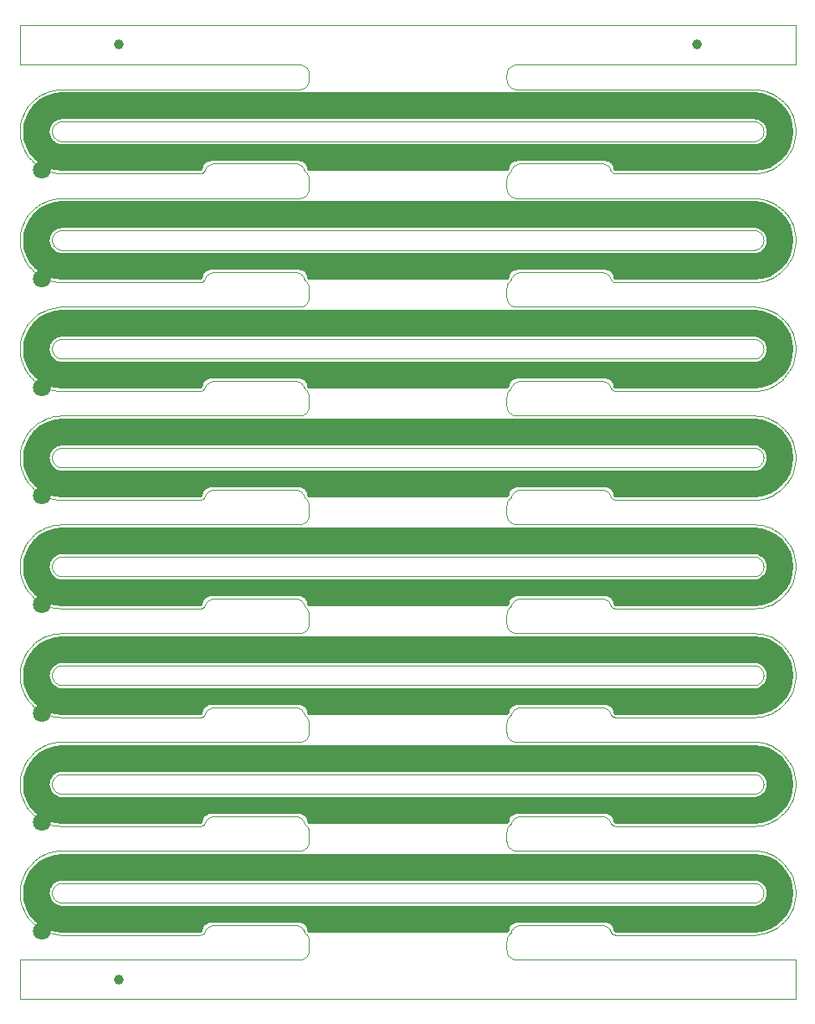
<source format=gbr>
G04 #@! TF.GenerationSoftware,KiCad,Pcbnew,5.1.5+dfsg1-2build2*
G04 #@! TF.CreationDate,2021-10-10T04:01:25+00:00*
G04 #@! TF.ProjectId,bobbin_bottom_3.5,626f6262-696e-45f6-926f-74746f6d5f33,rev?*
G04 #@! TF.SameCoordinates,Original*
G04 #@! TF.FileFunction,Copper,L2,Bot*
G04 #@! TF.FilePolarity,Positive*
%FSLAX46Y46*%
G04 Gerber Fmt 4.6, Leading zero omitted, Abs format (unit mm)*
G04 Created by KiCad (PCBNEW 5.1.5+dfsg1-2build2) date 2021-10-10 04:01:25*
%MOMM*%
%LPD*%
G04 APERTURE LIST*
G04 #@! TA.AperFunction,Profile*
%ADD10C,0.100000*%
G04 #@! TD*
G04 #@! TA.AperFunction,BGAPad,CuDef*
%ADD11C,1.000000*%
G04 #@! TD*
G04 #@! TA.AperFunction,SMDPad,CuDef*
%ADD12R,10.000000X2.000000*%
G04 #@! TD*
G04 #@! TA.AperFunction,ComponentPad*
%ADD13C,1.800000*%
G04 #@! TD*
G04 #@! TA.AperFunction,ViaPad*
%ADD14C,0.800000*%
G04 #@! TD*
G04 #@! TA.AperFunction,Conductor*
%ADD15C,0.250000*%
G04 #@! TD*
G04 #@! TA.AperFunction,Conductor*
%ADD16C,0.254000*%
G04 #@! TD*
G04 APERTURE END LIST*
D10*
X124499900Y-77215900D02*
X124401100Y-77236200D01*
X124596400Y-77185700D02*
X124499900Y-77215900D01*
X124689300Y-77145900D02*
X124596400Y-77185700D01*
X124777600Y-77096800D02*
X124689300Y-77145900D01*
X124860800Y-77038900D02*
X124777600Y-77096800D01*
X124937500Y-76973100D02*
X124860800Y-77038900D01*
X125007100Y-76899800D02*
X124937500Y-76973100D01*
X125069000Y-76819900D02*
X125007100Y-76899800D01*
X125122400Y-76734100D02*
X125069000Y-76819900D01*
X125166900Y-76643400D02*
X125122400Y-76734100D01*
X125202000Y-76548600D02*
X125166900Y-76643400D01*
X125227300Y-76450700D02*
X125202000Y-76548600D01*
X125242600Y-76350800D02*
X125227300Y-76450700D01*
X125247700Y-76249900D02*
X125242600Y-76350800D01*
X125242600Y-76149200D02*
X125247700Y-76249900D01*
X125227300Y-76049300D02*
X125242600Y-76149200D01*
X125202000Y-75951500D02*
X125227300Y-76049300D01*
X125166900Y-75856700D02*
X125202000Y-75951500D01*
X125122400Y-75766000D02*
X125166900Y-75856700D01*
X125069000Y-75680200D02*
X125122400Y-75766000D01*
X125007100Y-75600300D02*
X125069000Y-75680200D01*
X124937300Y-75526800D02*
X125007100Y-75600300D01*
X124860600Y-75461000D02*
X124937300Y-75526800D01*
X124777600Y-75403300D02*
X124860600Y-75461000D01*
X124689300Y-75354200D02*
X124777600Y-75403300D01*
X124596600Y-75314500D02*
X124689300Y-75354200D01*
X124500200Y-75284200D02*
X124596600Y-75314500D01*
X124401200Y-75263800D02*
X124500200Y-75284200D01*
X124300700Y-75253600D02*
X124401200Y-75263800D01*
X124224800Y-75251000D02*
X124300700Y-75253600D01*
X54275400Y-75251000D02*
X124224800Y-75251000D01*
X54199100Y-75253600D02*
X54275400Y-75251000D01*
X54098800Y-75263800D02*
X54199100Y-75253600D01*
X53999800Y-75284200D02*
X54098800Y-75263800D01*
X53903400Y-75314500D02*
X53999800Y-75284200D01*
X53810500Y-75354300D02*
X53903400Y-75314500D01*
X53722100Y-75403400D02*
X53810500Y-75354300D01*
X53639200Y-75461200D02*
X53722100Y-75403400D01*
X53562500Y-75527000D02*
X53639200Y-75461200D01*
X53492900Y-75600300D02*
X53562500Y-75527000D01*
X53431000Y-75680200D02*
X53492900Y-75600300D01*
X53377600Y-75766000D02*
X53431000Y-75680200D01*
X53333100Y-75856700D02*
X53377600Y-75766000D01*
X53298100Y-75951200D02*
X53333100Y-75856700D01*
X53272700Y-76049100D02*
X53298100Y-75951200D01*
X53257400Y-76149000D02*
X53272700Y-76049100D01*
X53252300Y-76249900D02*
X53257400Y-76149000D01*
X53257400Y-76350800D02*
X53252300Y-76249900D01*
X53272700Y-76450700D02*
X53257400Y-76350800D01*
X53298000Y-76548600D02*
X53272700Y-76450700D01*
X53333100Y-76643400D02*
X53298000Y-76548600D01*
X53377600Y-76734100D02*
X53333100Y-76643400D01*
X53431000Y-76819900D02*
X53377600Y-76734100D01*
X53492900Y-76899800D02*
X53431000Y-76819900D01*
X53562500Y-76973100D02*
X53492900Y-76899800D01*
X53639200Y-77038900D02*
X53562500Y-76973100D01*
X53722100Y-77096700D02*
X53639200Y-77038900D01*
X53810500Y-77145700D02*
X53722100Y-77096700D01*
X53903400Y-77185600D02*
X53810500Y-77145700D01*
X53999800Y-77215900D02*
X53903400Y-77185600D01*
X54098800Y-77236200D02*
X53999800Y-77215900D01*
X54199300Y-77246500D02*
X54098800Y-77236200D01*
X54275200Y-77249000D02*
X54199300Y-77246500D01*
X124224900Y-77249000D02*
X54275200Y-77249000D01*
X124300500Y-77246500D02*
X124224900Y-77249000D01*
X124401100Y-77236200D02*
X124300500Y-77246500D01*
X124499900Y-132216000D02*
X124401100Y-132236300D01*
X124596400Y-132185800D02*
X124499900Y-132216000D01*
X124689300Y-132145900D02*
X124596400Y-132185800D01*
X124777600Y-132096900D02*
X124689300Y-132145900D01*
X124860800Y-132039000D02*
X124777600Y-132096900D01*
X124937500Y-131973200D02*
X124860800Y-132039000D01*
X125007100Y-131899900D02*
X124937500Y-131973200D01*
X125069000Y-131820000D02*
X125007100Y-131899900D01*
X125122400Y-131734200D02*
X125069000Y-131820000D01*
X125166900Y-131643500D02*
X125122400Y-131734200D01*
X125202000Y-131548700D02*
X125166900Y-131643500D01*
X125227300Y-131450800D02*
X125202000Y-131548700D01*
X125242600Y-131350900D02*
X125227300Y-131450800D01*
X125247700Y-131250000D02*
X125242600Y-131350900D01*
X125242600Y-131149300D02*
X125247700Y-131250000D01*
X125227300Y-131049400D02*
X125242600Y-131149300D01*
X125202000Y-130951600D02*
X125227300Y-131049400D01*
X125166900Y-130856800D02*
X125202000Y-130951600D01*
X125122400Y-130766100D02*
X125166900Y-130856800D01*
X125069000Y-130680300D02*
X125122400Y-130766100D01*
X125007100Y-130600300D02*
X125069000Y-130680300D01*
X124937300Y-130526900D02*
X125007100Y-130600300D01*
X124860600Y-130461100D02*
X124937300Y-130526900D01*
X124777600Y-130403300D02*
X124860600Y-130461100D01*
X124689300Y-130354300D02*
X124777600Y-130403300D01*
X124596600Y-130314600D02*
X124689300Y-130354300D01*
X124500200Y-130284300D02*
X124596600Y-130314600D01*
X124401200Y-130263900D02*
X124500200Y-130284300D01*
X124300700Y-130253700D02*
X124401200Y-130263900D01*
X124224800Y-130251100D02*
X124300700Y-130253700D01*
X54275400Y-130251100D02*
X124224800Y-130251100D01*
X54199200Y-130253700D02*
X54275400Y-130251100D01*
X54098800Y-130263900D02*
X54199200Y-130253700D01*
X53999800Y-130284300D02*
X54098800Y-130263900D01*
X53903400Y-130314600D02*
X53999800Y-130284300D01*
X53810500Y-130354400D02*
X53903400Y-130314600D01*
X53722100Y-130403500D02*
X53810500Y-130354400D01*
X53639200Y-130461200D02*
X53722100Y-130403500D01*
X53562500Y-130527100D02*
X53639200Y-130461200D01*
X53492900Y-130600300D02*
X53562500Y-130527100D01*
X53431000Y-130680300D02*
X53492900Y-130600300D01*
X53377600Y-130766100D02*
X53431000Y-130680300D01*
X53333100Y-130856800D02*
X53377600Y-130766100D01*
X53298100Y-130951300D02*
X53333100Y-130856800D01*
X53272700Y-131049200D02*
X53298100Y-130951300D01*
X53257400Y-131149100D02*
X53272700Y-131049200D01*
X53252300Y-131250000D02*
X53257400Y-131149100D01*
X53257400Y-131350900D02*
X53252300Y-131250000D01*
X53272700Y-131450800D02*
X53257400Y-131350900D01*
X53298000Y-131548700D02*
X53272700Y-131450800D01*
X53333100Y-131643500D02*
X53298000Y-131548700D01*
X53377600Y-131734200D02*
X53333100Y-131643500D01*
X53431000Y-131820000D02*
X53377600Y-131734200D01*
X53492900Y-131899900D02*
X53431000Y-131820000D01*
X53562500Y-131973200D02*
X53492900Y-131899900D01*
X53639200Y-132039000D02*
X53562500Y-131973200D01*
X53722100Y-132096800D02*
X53639200Y-132039000D01*
X53810500Y-132145800D02*
X53722100Y-132096800D01*
X53903400Y-132185700D02*
X53810500Y-132145800D01*
X53999800Y-132216000D02*
X53903400Y-132185700D01*
X54098800Y-132236300D02*
X53999800Y-132216000D01*
X54199300Y-132246600D02*
X54098800Y-132236300D01*
X54275200Y-132249100D02*
X54199300Y-132246600D01*
X124224900Y-132249100D02*
X54275200Y-132249100D01*
X124300500Y-132246500D02*
X124224900Y-132249100D01*
X124401100Y-132236300D02*
X124300500Y-132246500D01*
X124499900Y-66215900D02*
X124401000Y-66236200D01*
X124596400Y-66185700D02*
X124499900Y-66215900D01*
X124689300Y-66145800D02*
X124596400Y-66185700D01*
X124777600Y-66096800D02*
X124689300Y-66145800D01*
X124860600Y-66039100D02*
X124777600Y-66096800D01*
X124937300Y-65973300D02*
X124860600Y-66039100D01*
X125007100Y-65899800D02*
X124937300Y-65973300D01*
X125069000Y-65819900D02*
X125007100Y-65899800D01*
X125122300Y-65734300D02*
X125069000Y-65819900D01*
X125166800Y-65643600D02*
X125122300Y-65734300D01*
X125201900Y-65548800D02*
X125166800Y-65643600D01*
X125227300Y-65451000D02*
X125201900Y-65548800D01*
X125242600Y-65351100D02*
X125227300Y-65451000D01*
X125247700Y-65250200D02*
X125242600Y-65351100D01*
X125242600Y-65149200D02*
X125247700Y-65250200D01*
X125227300Y-65049300D02*
X125242600Y-65149200D01*
X125202000Y-64951500D02*
X125227300Y-65049300D01*
X125166900Y-64856700D02*
X125202000Y-64951500D01*
X125122400Y-64765900D02*
X125166900Y-64856700D01*
X125069000Y-64680200D02*
X125122400Y-64765900D01*
X125007100Y-64600200D02*
X125069000Y-64680200D01*
X124937300Y-64526800D02*
X125007100Y-64600200D01*
X124860600Y-64461000D02*
X124937300Y-64526800D01*
X124777900Y-64403400D02*
X124860600Y-64461000D01*
X124689500Y-64354300D02*
X124777900Y-64403400D01*
X124596600Y-64314500D02*
X124689500Y-64354300D01*
X124500200Y-64284200D02*
X124596600Y-64314500D01*
X124401200Y-64263800D02*
X124500200Y-64284200D01*
X124300700Y-64253600D02*
X124401200Y-64263800D01*
X124224800Y-64251000D02*
X124300700Y-64253600D01*
X54275300Y-64251000D02*
X124224800Y-64251000D01*
X54199200Y-64253600D02*
X54275300Y-64251000D01*
X54098800Y-64263800D02*
X54199200Y-64253600D01*
X53999800Y-64284200D02*
X54098800Y-64263800D01*
X53903400Y-64314500D02*
X53999800Y-64284200D01*
X53810500Y-64354300D02*
X53903400Y-64314500D01*
X53722100Y-64403400D02*
X53810500Y-64354300D01*
X53639200Y-64461100D02*
X53722100Y-64403400D01*
X53562500Y-64527000D02*
X53639200Y-64461100D01*
X53492900Y-64600200D02*
X53562500Y-64527000D01*
X53431000Y-64680200D02*
X53492900Y-64600200D01*
X53377600Y-64765900D02*
X53431000Y-64680200D01*
X53333100Y-64856700D02*
X53377600Y-64765900D01*
X53298000Y-64951500D02*
X53333100Y-64856700D01*
X53272700Y-65049000D02*
X53298000Y-64951500D01*
X53257400Y-65148900D02*
X53272700Y-65049000D01*
X53252300Y-65249900D02*
X53257400Y-65148900D01*
X53257400Y-65350800D02*
X53252300Y-65249900D01*
X53272700Y-65450700D02*
X53257400Y-65350800D01*
X53298000Y-65548600D02*
X53272700Y-65450700D01*
X53333100Y-65643300D02*
X53298000Y-65548600D01*
X53377600Y-65734100D02*
X53333100Y-65643300D01*
X53431000Y-65819900D02*
X53377600Y-65734100D01*
X53492900Y-65899800D02*
X53431000Y-65819900D01*
X53562500Y-65973100D02*
X53492900Y-65899800D01*
X53639200Y-66038900D02*
X53562500Y-65973100D01*
X53722100Y-66096700D02*
X53639200Y-66038900D01*
X53810500Y-66145700D02*
X53722100Y-66096700D01*
X53903400Y-66185600D02*
X53810500Y-66145700D01*
X53999800Y-66215900D02*
X53903400Y-66185600D01*
X54098800Y-66236200D02*
X53999800Y-66215900D01*
X54199300Y-66246400D02*
X54098800Y-66236200D01*
X54275200Y-66249000D02*
X54199300Y-66246400D01*
X124224900Y-66249000D02*
X54275200Y-66249000D01*
X124300600Y-66246400D02*
X124224900Y-66249000D01*
X124401000Y-66236200D02*
X124300600Y-66246400D01*
X124499900Y-121216000D02*
X124401000Y-121236300D01*
X124596400Y-121185800D02*
X124499900Y-121216000D01*
X124689300Y-121145900D02*
X124596400Y-121185800D01*
X124777600Y-121096900D02*
X124689300Y-121145900D01*
X124860800Y-121039000D02*
X124777600Y-121096900D01*
X124937500Y-120973200D02*
X124860800Y-121039000D01*
X125007100Y-120899900D02*
X124937500Y-120973200D01*
X125069000Y-120820000D02*
X125007100Y-120899900D01*
X125122400Y-120734200D02*
X125069000Y-120820000D01*
X125166900Y-120643400D02*
X125122400Y-120734200D01*
X125202000Y-120548700D02*
X125166900Y-120643400D01*
X125227300Y-120450800D02*
X125202000Y-120548700D01*
X125242600Y-120350900D02*
X125227300Y-120450800D01*
X125247700Y-120250000D02*
X125242600Y-120350900D01*
X125242600Y-120149300D02*
X125247700Y-120250000D01*
X125227300Y-120049400D02*
X125242600Y-120149300D01*
X125202000Y-119951600D02*
X125227300Y-120049400D01*
X125166900Y-119856800D02*
X125202000Y-119951600D01*
X125122400Y-119766000D02*
X125166900Y-119856800D01*
X125069000Y-119680300D02*
X125122400Y-119766000D01*
X125007100Y-119600300D02*
X125069000Y-119680300D01*
X124937300Y-119526900D02*
X125007100Y-119600300D01*
X124860600Y-119461100D02*
X124937300Y-119526900D01*
X124777600Y-119403300D02*
X124860600Y-119461100D01*
X124689300Y-119354300D02*
X124777600Y-119403300D01*
X124596600Y-119314500D02*
X124689300Y-119354300D01*
X124500200Y-119284300D02*
X124596600Y-119314500D01*
X124401200Y-119263900D02*
X124500200Y-119284300D01*
X124300700Y-119253700D02*
X124401200Y-119263900D01*
X124224800Y-119251100D02*
X124300700Y-119253700D01*
X54275300Y-119251100D02*
X124224800Y-119251100D01*
X54199300Y-119253700D02*
X54275300Y-119251100D01*
X54098800Y-119263900D02*
X54199300Y-119253700D01*
X53999800Y-119284300D02*
X54098800Y-119263900D01*
X53903400Y-119314500D02*
X53999800Y-119284300D01*
X53810500Y-119354400D02*
X53903400Y-119314500D01*
X53722100Y-119403500D02*
X53810500Y-119354400D01*
X53639200Y-119461200D02*
X53722100Y-119403500D01*
X53562500Y-119527100D02*
X53639200Y-119461200D01*
X53492900Y-119600300D02*
X53562500Y-119527100D01*
X53431000Y-119680300D02*
X53492900Y-119600300D01*
X53377600Y-119766000D02*
X53431000Y-119680300D01*
X53333100Y-119856800D02*
X53377600Y-119766000D01*
X53298100Y-119951300D02*
X53333100Y-119856800D01*
X53272700Y-120049100D02*
X53298100Y-119951300D01*
X53257400Y-120149000D02*
X53272700Y-120049100D01*
X53252300Y-120250000D02*
X53257400Y-120149000D01*
X53257400Y-120350900D02*
X53252300Y-120250000D01*
X53272700Y-120450800D02*
X53257400Y-120350900D01*
X53298000Y-120548700D02*
X53272700Y-120450800D01*
X53333100Y-120643400D02*
X53298000Y-120548700D01*
X53377600Y-120734200D02*
X53333100Y-120643400D01*
X53431000Y-120820000D02*
X53377600Y-120734200D01*
X53492900Y-120899900D02*
X53431000Y-120820000D01*
X53562500Y-120973200D02*
X53492900Y-120899900D01*
X53639200Y-121039000D02*
X53562500Y-120973200D01*
X53722100Y-121096700D02*
X53639200Y-121039000D01*
X53810500Y-121145800D02*
X53722100Y-121096700D01*
X53903400Y-121185700D02*
X53810500Y-121145800D01*
X53999800Y-121215900D02*
X53903400Y-121185700D01*
X54098800Y-121236300D02*
X53999800Y-121215900D01*
X54199300Y-121246500D02*
X54098800Y-121236300D01*
X54275200Y-121249100D02*
X54199300Y-121246500D01*
X124224800Y-121249100D02*
X54275200Y-121249100D01*
X124300600Y-121246500D02*
X124224800Y-121249100D01*
X124401000Y-121236300D02*
X124300600Y-121246500D01*
X124499900Y-55215900D02*
X124401000Y-55236200D01*
X124596400Y-55185700D02*
X124499900Y-55215900D01*
X124689300Y-55145800D02*
X124596400Y-55185700D01*
X124777600Y-55096800D02*
X124689300Y-55145800D01*
X124860600Y-55039100D02*
X124777600Y-55096800D01*
X124937300Y-54973200D02*
X124860600Y-55039100D01*
X125007100Y-54899800D02*
X124937300Y-54973200D01*
X125069000Y-54819900D02*
X125007100Y-54899800D01*
X125122300Y-54734300D02*
X125069000Y-54819900D01*
X125166800Y-54643600D02*
X125122300Y-54734300D01*
X125201900Y-54548800D02*
X125166800Y-54643600D01*
X125227300Y-54451000D02*
X125201900Y-54548800D01*
X125242600Y-54351100D02*
X125227300Y-54451000D01*
X125247700Y-54250100D02*
X125242600Y-54351100D01*
X125242600Y-54149200D02*
X125247700Y-54250100D01*
X125227300Y-54049300D02*
X125242600Y-54149200D01*
X125202000Y-53951500D02*
X125227300Y-54049300D01*
X125166900Y-53856700D02*
X125202000Y-53951500D01*
X125122400Y-53765900D02*
X125166900Y-53856700D01*
X125069000Y-53680200D02*
X125122400Y-53765900D01*
X125007100Y-53600200D02*
X125069000Y-53680200D01*
X124937300Y-53526800D02*
X125007100Y-53600200D01*
X124860600Y-53460900D02*
X124937300Y-53526800D01*
X124777900Y-53403400D02*
X124860600Y-53460900D01*
X124689500Y-53354300D02*
X124777900Y-53403400D01*
X124596600Y-53314400D02*
X124689500Y-53354300D01*
X124500200Y-53284200D02*
X124596600Y-53314400D01*
X124401200Y-53263800D02*
X124500200Y-53284200D01*
X124300700Y-53253600D02*
X124401200Y-53263800D01*
X124224800Y-53251000D02*
X124300700Y-53253600D01*
X54275200Y-53251000D02*
X124224800Y-53251000D01*
X54199300Y-53253600D02*
X54275200Y-53251000D01*
X54098800Y-53263800D02*
X54199300Y-53253600D01*
X53999800Y-53284200D02*
X54098800Y-53263800D01*
X53903400Y-53314400D02*
X53999800Y-53284200D01*
X53810500Y-53354300D02*
X53903400Y-53314400D01*
X53722100Y-53403400D02*
X53810500Y-53354300D01*
X53639200Y-53461100D02*
X53722100Y-53403400D01*
X53562500Y-53527000D02*
X53639200Y-53461100D01*
X53492900Y-53600200D02*
X53562500Y-53527000D01*
X53431000Y-53680200D02*
X53492900Y-53600200D01*
X53377600Y-53765900D02*
X53431000Y-53680200D01*
X53333100Y-53856700D02*
X53377600Y-53765900D01*
X53298000Y-53951500D02*
X53333100Y-53856700D01*
X53272700Y-54049000D02*
X53298000Y-53951500D01*
X53257400Y-54148900D02*
X53272700Y-54049000D01*
X53252300Y-54249900D02*
X53257400Y-54148900D01*
X53257400Y-54350800D02*
X53252300Y-54249900D01*
X53272700Y-54450700D02*
X53257400Y-54350800D01*
X53298000Y-54548500D02*
X53272700Y-54450700D01*
X53333100Y-54643300D02*
X53298000Y-54548500D01*
X53377600Y-54734100D02*
X53333100Y-54643300D01*
X53431000Y-54819900D02*
X53377600Y-54734100D01*
X53492900Y-54899800D02*
X53431000Y-54819900D01*
X53562500Y-54973000D02*
X53492900Y-54899800D01*
X53639200Y-55038900D02*
X53562500Y-54973000D01*
X53722100Y-55096600D02*
X53639200Y-55038900D01*
X53810500Y-55145700D02*
X53722100Y-55096600D01*
X53903400Y-55185600D02*
X53810500Y-55145700D01*
X53999800Y-55215800D02*
X53903400Y-55185600D01*
X54098800Y-55236200D02*
X53999800Y-55215800D01*
X54199300Y-55246400D02*
X54098800Y-55236200D01*
X54275200Y-55249000D02*
X54199300Y-55246400D01*
X124224800Y-55249000D02*
X54275200Y-55249000D01*
X124300700Y-55246400D02*
X124224800Y-55249000D01*
X124401000Y-55236200D02*
X124300700Y-55246400D01*
X124500200Y-110215900D02*
X124400900Y-110236300D01*
X124596600Y-110185700D02*
X124500200Y-110215900D01*
X124689500Y-110145800D02*
X124596600Y-110185700D01*
X124777900Y-110096700D02*
X124689500Y-110145800D01*
X124860800Y-110039000D02*
X124777900Y-110096700D01*
X124937500Y-109973100D02*
X124860800Y-110039000D01*
X125007100Y-109899900D02*
X124937500Y-109973100D01*
X125069000Y-109819900D02*
X125007100Y-109899900D01*
X125122400Y-109734200D02*
X125069000Y-109819900D01*
X125166900Y-109643400D02*
X125122400Y-109734200D01*
X125202000Y-109548600D02*
X125166900Y-109643400D01*
X125227300Y-109450800D02*
X125202000Y-109548600D01*
X125242600Y-109350900D02*
X125227300Y-109450800D01*
X125247700Y-109250000D02*
X125242600Y-109350900D01*
X125242600Y-109149300D02*
X125247700Y-109250000D01*
X125227300Y-109049400D02*
X125242600Y-109149300D01*
X125202000Y-108951500D02*
X125227300Y-109049400D01*
X125166900Y-108856800D02*
X125202000Y-108951500D01*
X125122400Y-108766000D02*
X125166900Y-108856800D01*
X125069000Y-108680200D02*
X125122400Y-108766000D01*
X125007100Y-108600300D02*
X125069000Y-108680200D01*
X124937300Y-108526900D02*
X125007100Y-108600300D01*
X124860600Y-108461000D02*
X124937300Y-108526900D01*
X124777600Y-108403300D02*
X124860600Y-108461000D01*
X124689300Y-108354300D02*
X124777600Y-108403300D01*
X124596600Y-108314500D02*
X124689300Y-108354300D01*
X124500200Y-108284300D02*
X124596600Y-108314500D01*
X124401200Y-108263900D02*
X124500200Y-108284300D01*
X124300700Y-108253700D02*
X124401200Y-108263900D01*
X124224800Y-108251100D02*
X124300700Y-108253700D01*
X54275200Y-108251100D02*
X124224800Y-108251100D01*
X54199400Y-108253700D02*
X54275200Y-108251100D01*
X54098800Y-108263900D02*
X54199400Y-108253700D01*
X53999800Y-108284300D02*
X54098800Y-108263900D01*
X53903400Y-108314500D02*
X53999800Y-108284300D01*
X53810500Y-108354400D02*
X53903400Y-108314500D01*
X53722100Y-108403500D02*
X53810500Y-108354400D01*
X53639200Y-108461200D02*
X53722100Y-108403500D01*
X53562500Y-108527000D02*
X53639200Y-108461200D01*
X53492900Y-108600300D02*
X53562500Y-108527000D01*
X53431000Y-108680200D02*
X53492900Y-108600300D01*
X53377600Y-108766000D02*
X53431000Y-108680200D01*
X53333100Y-108856800D02*
X53377600Y-108766000D01*
X53298100Y-108951300D02*
X53333100Y-108856800D01*
X53272700Y-109049100D02*
X53298100Y-108951300D01*
X53257400Y-109149000D02*
X53272700Y-109049100D01*
X53252300Y-109250000D02*
X53257400Y-109149000D01*
X53257400Y-109350900D02*
X53252300Y-109250000D01*
X53272700Y-109450800D02*
X53257400Y-109350900D01*
X53298000Y-109548600D02*
X53272700Y-109450800D01*
X53333100Y-109643400D02*
X53298000Y-109548600D01*
X53377600Y-109734200D02*
X53333100Y-109643400D01*
X53431000Y-109819900D02*
X53377600Y-109734200D01*
X53492900Y-109899900D02*
X53431000Y-109819900D01*
X53562500Y-109973100D02*
X53492900Y-109899900D01*
X53639200Y-110039000D02*
X53562500Y-109973100D01*
X53722100Y-110096700D02*
X53639200Y-110039000D01*
X53810500Y-110145800D02*
X53722100Y-110096700D01*
X53903400Y-110185700D02*
X53810500Y-110145800D01*
X53999800Y-110215900D02*
X53903400Y-110185700D01*
X54098800Y-110236300D02*
X53999800Y-110215900D01*
X54199300Y-110246500D02*
X54098800Y-110236300D01*
X54275200Y-110249100D02*
X54199300Y-110246500D01*
X124224700Y-110249100D02*
X54275200Y-110249100D01*
X124300700Y-110246500D02*
X124224700Y-110249100D01*
X124400900Y-110236300D02*
X124300700Y-110246500D01*
X124500200Y-99215900D02*
X124400800Y-99236300D01*
X124596600Y-99185600D02*
X124500200Y-99215900D01*
X124689500Y-99145800D02*
X124596600Y-99185600D01*
X124777900Y-99096700D02*
X124689500Y-99145800D01*
X124860800Y-99039000D02*
X124777900Y-99096700D01*
X124937500Y-98973100D02*
X124860800Y-99039000D01*
X125007100Y-98899900D02*
X124937500Y-98973100D01*
X125069000Y-98819900D02*
X125007100Y-98899900D01*
X125122400Y-98734100D02*
X125069000Y-98819900D01*
X125166900Y-98643400D02*
X125122400Y-98734100D01*
X125202000Y-98548600D02*
X125166900Y-98643400D01*
X125227300Y-98450800D02*
X125202000Y-98548600D01*
X125242600Y-98350900D02*
X125227300Y-98450800D01*
X125247700Y-98249900D02*
X125242600Y-98350900D01*
X125242600Y-98149300D02*
X125247700Y-98249900D01*
X125227300Y-98049400D02*
X125242600Y-98149300D01*
X125202000Y-97951500D02*
X125227300Y-98049400D01*
X125166900Y-97856700D02*
X125202000Y-97951500D01*
X125122400Y-97766000D02*
X125166900Y-97856700D01*
X125069000Y-97680200D02*
X125122400Y-97766000D01*
X125007100Y-97600300D02*
X125069000Y-97680200D01*
X124937300Y-97526800D02*
X125007100Y-97600300D01*
X124860600Y-97461000D02*
X124937300Y-97526800D01*
X124777600Y-97403300D02*
X124860600Y-97461000D01*
X124689300Y-97354300D02*
X124777600Y-97403300D01*
X124596600Y-97314500D02*
X124689300Y-97354300D01*
X124500200Y-97284200D02*
X124596600Y-97314500D01*
X124401200Y-97263900D02*
X124500200Y-97284200D01*
X124300700Y-97253600D02*
X124401200Y-97263900D01*
X124224800Y-97251100D02*
X124300700Y-97253600D01*
X54275100Y-97251100D02*
X124224800Y-97251100D01*
X54199500Y-97253700D02*
X54275100Y-97251100D01*
X54098800Y-97263900D02*
X54199500Y-97253700D01*
X53999800Y-97284200D02*
X54098800Y-97263900D01*
X53903400Y-97314500D02*
X53999800Y-97284200D01*
X53810500Y-97354400D02*
X53903400Y-97314500D01*
X53722100Y-97403400D02*
X53810500Y-97354400D01*
X53639200Y-97461200D02*
X53722100Y-97403400D01*
X53562500Y-97527000D02*
X53639200Y-97461200D01*
X53492900Y-97600300D02*
X53562500Y-97527000D01*
X53431000Y-97680200D02*
X53492900Y-97600300D01*
X53377600Y-97766000D02*
X53431000Y-97680200D01*
X53333100Y-97856700D02*
X53377600Y-97766000D01*
X53298100Y-97951300D02*
X53333100Y-97856700D01*
X53272700Y-98049100D02*
X53298100Y-97951300D01*
X53257400Y-98149000D02*
X53272700Y-98049100D01*
X53252300Y-98249900D02*
X53257400Y-98149000D01*
X53257400Y-98350900D02*
X53252300Y-98249900D01*
X53272700Y-98450800D02*
X53257400Y-98350900D01*
X53298000Y-98548600D02*
X53272700Y-98450800D01*
X53333100Y-98643400D02*
X53298000Y-98548600D01*
X53377600Y-98734100D02*
X53333100Y-98643400D01*
X53431000Y-98819900D02*
X53377600Y-98734100D01*
X53492900Y-98899900D02*
X53431000Y-98819900D01*
X53562500Y-98973100D02*
X53492900Y-98899900D01*
X53639200Y-99039000D02*
X53562500Y-98973100D01*
X53722100Y-99096700D02*
X53639200Y-99039000D01*
X53810500Y-99145800D02*
X53722100Y-99096700D01*
X53903400Y-99185600D02*
X53810500Y-99145800D01*
X53999800Y-99215900D02*
X53903400Y-99185600D01*
X54098800Y-99236300D02*
X53999800Y-99215900D01*
X54199300Y-99246500D02*
X54098800Y-99236300D01*
X54275200Y-99249100D02*
X54199300Y-99246500D01*
X124224600Y-99249100D02*
X54275200Y-99249100D01*
X124300800Y-99246500D02*
X124224600Y-99249100D01*
X124400800Y-99236300D02*
X124300800Y-99246500D01*
X124500200Y-88215900D02*
X124400700Y-88236300D01*
X124596600Y-88185600D02*
X124500200Y-88215900D01*
X124689500Y-88145700D02*
X124596600Y-88185600D01*
X124777900Y-88096700D02*
X124689500Y-88145700D01*
X124860800Y-88038900D02*
X124777900Y-88096700D01*
X124937500Y-87973100D02*
X124860800Y-88038900D01*
X125007100Y-87899800D02*
X124937500Y-87973100D01*
X125069000Y-87819900D02*
X125007100Y-87899800D01*
X125122400Y-87734100D02*
X125069000Y-87819900D01*
X125166900Y-87643400D02*
X125122400Y-87734100D01*
X125202000Y-87548600D02*
X125166900Y-87643400D01*
X125227300Y-87450800D02*
X125202000Y-87548600D01*
X125242600Y-87350900D02*
X125227300Y-87450800D01*
X125247700Y-87249900D02*
X125242600Y-87350900D01*
X125242600Y-87149300D02*
X125247700Y-87249900D01*
X125227300Y-87049400D02*
X125242600Y-87149300D01*
X125202000Y-86951500D02*
X125227300Y-87049400D01*
X125166900Y-86856700D02*
X125202000Y-86951500D01*
X125122400Y-86766000D02*
X125166900Y-86856700D01*
X125069000Y-86680200D02*
X125122400Y-86766000D01*
X125007100Y-86600300D02*
X125069000Y-86680200D01*
X124937300Y-86526800D02*
X125007100Y-86600300D01*
X124860600Y-86461000D02*
X124937300Y-86526800D01*
X124777600Y-86403300D02*
X124860600Y-86461000D01*
X124689300Y-86354200D02*
X124777600Y-86403300D01*
X124596600Y-86314500D02*
X124689300Y-86354200D01*
X124500200Y-86284200D02*
X124596600Y-86314500D01*
X124401200Y-86263900D02*
X124500200Y-86284200D01*
X124300700Y-86253600D02*
X124401200Y-86263900D01*
X124224800Y-86251100D02*
X124300700Y-86253600D01*
X54275000Y-86251100D02*
X124224800Y-86251100D01*
X54199600Y-86253600D02*
X54275000Y-86251100D01*
X54098800Y-86263900D02*
X54199600Y-86253600D01*
X53999800Y-86284200D02*
X54098800Y-86263900D01*
X53903400Y-86314500D02*
X53999800Y-86284200D01*
X53810500Y-86354400D02*
X53903400Y-86314500D01*
X53722100Y-86403400D02*
X53810500Y-86354400D01*
X53639200Y-86461200D02*
X53722100Y-86403400D01*
X53562500Y-86527000D02*
X53639200Y-86461200D01*
X53492900Y-86600300D02*
X53562500Y-86527000D01*
X53431000Y-86680200D02*
X53492900Y-86600300D01*
X53377600Y-86766000D02*
X53431000Y-86680200D01*
X53333100Y-86856700D02*
X53377600Y-86766000D01*
X53298100Y-86951200D02*
X53333100Y-86856700D01*
X53272700Y-87049100D02*
X53298100Y-86951200D01*
X53257400Y-87149000D02*
X53272700Y-87049100D01*
X53252300Y-87249900D02*
X53257400Y-87149000D01*
X53257400Y-87350900D02*
X53252300Y-87249900D01*
X53272700Y-87450800D02*
X53257400Y-87350900D01*
X53298000Y-87548600D02*
X53272700Y-87450800D01*
X53333100Y-87643400D02*
X53298000Y-87548600D01*
X53377600Y-87734100D02*
X53333100Y-87643400D01*
X53431000Y-87819900D02*
X53377600Y-87734100D01*
X53492900Y-87899800D02*
X53431000Y-87819900D01*
X53562500Y-87973100D02*
X53492900Y-87899800D01*
X53639200Y-88038900D02*
X53562500Y-87973100D01*
X53722100Y-88096700D02*
X53639200Y-88038900D01*
X53810500Y-88145700D02*
X53722100Y-88096700D01*
X53903400Y-88185600D02*
X53810500Y-88145700D01*
X53999800Y-88215900D02*
X53903400Y-88185600D01*
X54098800Y-88236200D02*
X53999800Y-88215900D01*
X54199300Y-88246500D02*
X54098800Y-88236200D01*
X54275200Y-88249100D02*
X54199300Y-88246500D01*
X124224500Y-88249100D02*
X54275200Y-88249100D01*
X124300900Y-88246500D02*
X124224500Y-88249100D01*
X124400700Y-88236300D02*
X124300900Y-88246500D01*
X128471000Y-43499000D02*
X50014600Y-43499700D01*
X128487300Y-43500000D02*
X128471000Y-43499000D01*
X128492900Y-43503700D02*
X128487300Y-43500000D01*
X128494800Y-43508200D02*
X128492900Y-43503700D01*
X128495500Y-43523500D02*
X128494800Y-43508200D01*
X128495500Y-47475500D02*
X128495500Y-43523500D01*
X128494300Y-47492700D02*
X128495500Y-47475500D01*
X128490800Y-47497400D02*
X128494300Y-47492700D01*
X128486300Y-47499200D02*
X128490800Y-47497400D01*
X100241200Y-47500000D02*
X128486300Y-47499200D01*
X100144000Y-47504800D02*
X100241200Y-47500000D01*
X100047900Y-47519000D02*
X100144000Y-47504800D01*
X99953600Y-47542600D02*
X100047900Y-47519000D01*
X99862200Y-47575400D02*
X99953600Y-47542600D01*
X99774300Y-47616900D02*
X99862200Y-47575400D01*
X99691000Y-47666900D02*
X99774300Y-47616900D01*
X99613000Y-47724700D02*
X99691000Y-47666900D01*
X99541000Y-47790000D02*
X99613000Y-47724700D01*
X99475700Y-47862000D02*
X99541000Y-47790000D01*
X99417900Y-47940000D02*
X99475700Y-47862000D01*
X99367900Y-48023300D02*
X99417900Y-47940000D01*
X99326400Y-48111100D02*
X99367900Y-48023300D01*
X99293600Y-48202600D02*
X99326400Y-48111100D01*
X99270000Y-48296900D02*
X99293600Y-48202600D01*
X99255800Y-48393000D02*
X99270000Y-48296900D01*
X99251000Y-48490200D02*
X99255800Y-48393000D01*
X99251000Y-49008800D02*
X99251000Y-48490200D01*
X99255800Y-49106000D02*
X99251000Y-49008800D01*
X99270000Y-49202100D02*
X99255800Y-49106000D01*
X99293600Y-49296400D02*
X99270000Y-49202100D01*
X99326400Y-49387900D02*
X99293600Y-49296400D01*
X99367900Y-49475700D02*
X99326400Y-49387900D01*
X99417900Y-49559000D02*
X99367900Y-49475700D01*
X99475700Y-49637000D02*
X99417900Y-49559000D01*
X99541000Y-49709000D02*
X99475700Y-49637000D01*
X99613000Y-49774300D02*
X99541000Y-49709000D01*
X99691000Y-49832100D02*
X99613000Y-49774300D01*
X99774300Y-49882100D02*
X99691000Y-49832100D01*
X99862200Y-49923600D02*
X99774300Y-49882100D01*
X99953600Y-49956400D02*
X99862200Y-49923600D01*
X100047900Y-49980000D02*
X99953600Y-49956400D01*
X100144000Y-49994200D02*
X100047900Y-49980000D01*
X100241200Y-49999000D02*
X100144000Y-49994200D01*
X124243700Y-49999000D02*
X100241200Y-49999000D01*
X124679800Y-50021100D02*
X124243700Y-49999000D01*
X125105400Y-50086300D02*
X124679800Y-50021100D01*
X125522300Y-50194200D02*
X125105400Y-50086300D01*
X125914500Y-50339100D02*
X125522300Y-50194200D01*
X125937800Y-50349100D02*
X125914500Y-50339100D01*
X126301600Y-50527500D02*
X125937800Y-50349100D01*
X126323800Y-50539900D02*
X126301600Y-50527500D01*
X126678500Y-50761400D02*
X126323800Y-50539900D01*
X127018600Y-51024600D02*
X126678500Y-50761400D01*
X127330700Y-51321300D02*
X127018600Y-51024600D01*
X127603300Y-51638300D02*
X127330700Y-51321300D01*
X127618900Y-51658400D02*
X127603300Y-51638300D01*
X127850300Y-51990900D02*
X127618900Y-51658400D01*
X127863800Y-52012500D02*
X127850300Y-51990900D01*
X128066400Y-52378300D02*
X127863800Y-52012500D01*
X128236000Y-52773500D02*
X128066400Y-52378300D01*
X128364900Y-53184300D02*
X128236000Y-52773500D01*
X128449400Y-53593800D02*
X128364900Y-53184300D01*
X128453300Y-53618900D02*
X128449400Y-53593800D01*
X128494300Y-54022000D02*
X128453300Y-53618900D01*
X128495500Y-54047400D02*
X128494300Y-54022000D01*
X128495200Y-54465600D02*
X128495500Y-54047400D01*
X128451700Y-54893400D02*
X128495200Y-54465600D01*
X128365000Y-55315200D02*
X128451700Y-54893400D01*
X128240200Y-55714200D02*
X128365000Y-55315200D01*
X128231400Y-55738100D02*
X128240200Y-55714200D01*
X128071600Y-56110400D02*
X128231400Y-55738100D01*
X128060400Y-56133200D02*
X128071600Y-56110400D01*
X127857200Y-56498700D02*
X128060400Y-56133200D01*
X127611200Y-56852100D02*
X127857200Y-56498700D01*
X127331000Y-57178400D02*
X127611200Y-56852100D01*
X127018900Y-57475100D02*
X127331000Y-57178400D01*
X126678500Y-57738700D02*
X127018900Y-57475100D01*
X126323800Y-57960100D02*
X126678500Y-57738700D01*
X126301600Y-57972500D02*
X126323800Y-57960100D01*
X125937900Y-58150900D02*
X126301600Y-57972500D01*
X125914500Y-58160900D02*
X125937900Y-58150900D01*
X125522200Y-58305800D02*
X125914500Y-58160900D01*
X125118100Y-58410800D02*
X125522200Y-58305800D01*
X125093100Y-58415900D02*
X125118100Y-58410800D01*
X124679800Y-58478900D02*
X125093100Y-58415900D01*
X124243700Y-58501000D02*
X124679800Y-58478900D01*
X110249800Y-58500900D02*
X124243700Y-58501000D01*
X110197400Y-58497900D02*
X110249800Y-58500900D01*
X110146100Y-58489800D02*
X110197400Y-58497900D01*
X110095500Y-58476200D02*
X110146100Y-58489800D01*
X110058300Y-58462300D02*
X110095500Y-58476200D01*
X109999900Y-58433700D02*
X110058300Y-58462300D01*
X109966600Y-58412500D02*
X109999900Y-58433700D01*
X109945300Y-58397000D02*
X109966600Y-58412500D01*
X109905500Y-58363000D02*
X109945300Y-58397000D01*
X109878100Y-58335200D02*
X109905500Y-58363000D01*
X109853000Y-58304700D02*
X109878100Y-58335200D01*
X109816300Y-58250100D02*
X109853000Y-58304700D01*
X109792500Y-58203400D02*
X109816300Y-58250100D01*
X109740500Y-58073800D02*
X109792500Y-58203400D01*
X109697000Y-57990800D02*
X109740500Y-58073800D01*
X109645900Y-57912300D02*
X109697000Y-57990800D01*
X109587700Y-57839000D02*
X109645900Y-57912300D01*
X109522700Y-57771500D02*
X109587700Y-57839000D01*
X109451700Y-57710500D02*
X109522700Y-57771500D01*
X109375200Y-57656400D02*
X109451700Y-57710500D01*
X109293900Y-57609800D02*
X109375200Y-57656400D01*
X109208600Y-57571100D02*
X109293900Y-57609800D01*
X109120000Y-57540700D02*
X109208600Y-57571100D01*
X109029000Y-57518700D02*
X109120000Y-57540700D01*
X108936300Y-57505400D02*
X109029000Y-57518700D01*
X108842500Y-57501000D02*
X108936300Y-57505400D01*
X100657500Y-57501000D02*
X108842500Y-57501000D01*
X100563700Y-57505400D02*
X100657500Y-57501000D01*
X100471000Y-57518700D02*
X100563700Y-57505400D01*
X100380000Y-57540700D02*
X100471000Y-57518700D01*
X100291400Y-57571100D02*
X100380000Y-57540700D01*
X100206100Y-57609800D02*
X100291400Y-57571100D01*
X100124800Y-57656400D02*
X100206100Y-57609800D01*
X100048300Y-57710500D02*
X100124800Y-57656400D01*
X99977300Y-57771500D02*
X100048300Y-57710500D01*
X99912300Y-57839000D02*
X99977300Y-57771500D01*
X99854100Y-57912300D02*
X99912300Y-57839000D01*
X99803000Y-57990800D02*
X99854100Y-57912300D01*
X99759500Y-58073800D02*
X99803000Y-57990800D01*
X99701800Y-58215300D02*
X99759500Y-58073800D01*
X99683400Y-58250600D02*
X99701800Y-58215300D01*
X99655200Y-58294100D02*
X99683400Y-58250600D01*
X99621900Y-58335200D02*
X99655200Y-58294100D01*
X99565200Y-58390300D02*
X99621900Y-58335200D01*
X99494600Y-58463400D02*
X99565200Y-58390300D01*
X99432000Y-58543100D02*
X99494600Y-58463400D01*
X99378000Y-58628700D02*
X99432000Y-58543100D01*
X99332900Y-58719500D02*
X99378000Y-58628700D01*
X99297400Y-58814400D02*
X99332900Y-58719500D01*
X99271700Y-58912400D02*
X99297400Y-58814400D01*
X99256200Y-59012500D02*
X99271700Y-58912400D01*
X99251000Y-59114000D02*
X99256200Y-59012500D01*
X99251000Y-60008800D02*
X99251000Y-59114000D01*
X99255800Y-60106000D02*
X99251000Y-60008800D01*
X99270000Y-60202100D02*
X99255800Y-60106000D01*
X99293600Y-60296400D02*
X99270000Y-60202100D01*
X99326400Y-60387900D02*
X99293600Y-60296400D01*
X99367900Y-60475700D02*
X99326400Y-60387900D01*
X99417900Y-60559000D02*
X99367900Y-60475700D01*
X99475700Y-60637100D02*
X99417900Y-60559000D01*
X99541000Y-60709000D02*
X99475700Y-60637100D01*
X99613000Y-60774300D02*
X99541000Y-60709000D01*
X99691000Y-60832200D02*
X99613000Y-60774300D01*
X99774300Y-60882100D02*
X99691000Y-60832200D01*
X99862200Y-60923600D02*
X99774300Y-60882100D01*
X99953600Y-60956400D02*
X99862200Y-60923600D01*
X100047900Y-60980000D02*
X99953600Y-60956400D01*
X100144000Y-60994200D02*
X100047900Y-60980000D01*
X100241200Y-60999000D02*
X100144000Y-60994200D01*
X124243700Y-60999000D02*
X100241200Y-60999000D01*
X124679800Y-61021100D02*
X124243700Y-60999000D01*
X125105900Y-61086400D02*
X124679800Y-61021100D01*
X125522300Y-61194200D02*
X125105900Y-61086400D01*
X125914500Y-61339100D02*
X125522300Y-61194200D01*
X125937800Y-61349100D02*
X125914500Y-61339100D01*
X126301600Y-61527600D02*
X125937800Y-61349100D01*
X126323800Y-61539900D02*
X126301600Y-61527600D01*
X126678500Y-61761400D02*
X126323800Y-61539900D01*
X127018600Y-62024600D02*
X126678500Y-61761400D01*
X127330700Y-62321300D02*
X127018600Y-62024600D01*
X127603300Y-62638300D02*
X127330700Y-62321300D01*
X127618900Y-62658400D02*
X127603300Y-62638300D01*
X127850300Y-62990900D02*
X127618900Y-62658400D01*
X127863800Y-63012500D02*
X127850300Y-62990900D01*
X128066400Y-63378300D02*
X127863800Y-63012500D01*
X128236000Y-63773500D02*
X128066400Y-63378300D01*
X128364900Y-64184400D02*
X128236000Y-63773500D01*
X128449400Y-64593800D02*
X128364900Y-64184400D01*
X128453300Y-64619000D02*
X128449400Y-64593800D01*
X128494300Y-65022000D02*
X128453300Y-64619000D01*
X128495500Y-65047400D02*
X128494300Y-65022000D01*
X128495200Y-65465600D02*
X128495500Y-65047400D01*
X128451700Y-65893500D02*
X128495200Y-65465600D01*
X128365000Y-66315200D02*
X128451700Y-65893500D01*
X128240200Y-66714300D02*
X128365000Y-66315200D01*
X128231400Y-66738100D02*
X128240200Y-66714300D01*
X128071600Y-67110400D02*
X128231400Y-66738100D01*
X128060400Y-67133300D02*
X128071600Y-67110400D01*
X127857200Y-67498700D02*
X128060400Y-67133300D01*
X127611200Y-67852100D02*
X127857200Y-67498700D01*
X127331000Y-68178400D02*
X127611200Y-67852100D01*
X127018900Y-68475100D02*
X127331000Y-68178400D01*
X126678500Y-68738700D02*
X127018900Y-68475100D01*
X126323800Y-68960100D02*
X126678500Y-68738700D01*
X126301600Y-68972500D02*
X126323800Y-68960100D01*
X125937900Y-69150900D02*
X126301600Y-68972500D01*
X125914500Y-69160900D02*
X125937900Y-69150900D01*
X125522200Y-69305800D02*
X125914500Y-69160900D01*
X125118100Y-69410800D02*
X125522200Y-69305800D01*
X125093100Y-69415900D02*
X125118100Y-69410800D01*
X124679800Y-69478900D02*
X125093100Y-69415900D01*
X124243700Y-69501000D02*
X124679800Y-69478900D01*
X110249800Y-69500900D02*
X124243700Y-69501000D01*
X110197400Y-69497900D02*
X110249800Y-69500900D01*
X110146100Y-69489800D02*
X110197400Y-69497900D01*
X110095500Y-69476200D02*
X110146100Y-69489800D01*
X110058300Y-69462300D02*
X110095500Y-69476200D01*
X109999900Y-69433700D02*
X110058300Y-69462300D01*
X109966600Y-69412500D02*
X109999900Y-69433700D01*
X109945300Y-69397100D02*
X109966600Y-69412500D01*
X109905500Y-69363000D02*
X109945300Y-69397100D01*
X109878100Y-69335200D02*
X109905500Y-69363000D01*
X109853000Y-69304700D02*
X109878100Y-69335200D01*
X109816300Y-69250100D02*
X109853000Y-69304700D01*
X109792500Y-69203400D02*
X109816300Y-69250100D01*
X109740500Y-69073800D02*
X109792500Y-69203400D01*
X109697000Y-68990800D02*
X109740500Y-69073800D01*
X109645900Y-68912300D02*
X109697000Y-68990800D01*
X109587700Y-68839000D02*
X109645900Y-68912300D01*
X109522700Y-68771500D02*
X109587700Y-68839000D01*
X109451700Y-68710500D02*
X109522700Y-68771500D01*
X109375200Y-68656400D02*
X109451700Y-68710500D01*
X109293900Y-68609800D02*
X109375200Y-68656400D01*
X109208600Y-68571100D02*
X109293900Y-68609800D01*
X109120000Y-68540700D02*
X109208600Y-68571100D01*
X109029000Y-68518700D02*
X109120000Y-68540700D01*
X108936200Y-68505400D02*
X109029000Y-68518700D01*
X108842400Y-68501000D02*
X108936200Y-68505400D01*
X100657500Y-68501000D02*
X108842400Y-68501000D01*
X100563700Y-68505500D02*
X100657500Y-68501000D01*
X100471000Y-68518700D02*
X100563700Y-68505500D01*
X100380000Y-68540700D02*
X100471000Y-68518700D01*
X100291400Y-68571100D02*
X100380000Y-68540700D01*
X100206100Y-68609800D02*
X100291400Y-68571100D01*
X100124800Y-68656400D02*
X100206100Y-68609800D01*
X100048300Y-68710500D02*
X100124800Y-68656400D01*
X99977300Y-68771500D02*
X100048300Y-68710500D01*
X99912300Y-68839000D02*
X99977300Y-68771500D01*
X99854100Y-68912300D02*
X99912300Y-68839000D01*
X99803000Y-68990900D02*
X99854100Y-68912300D01*
X99759500Y-69073800D02*
X99803000Y-68990900D01*
X99701800Y-69215300D02*
X99759500Y-69073800D01*
X99683700Y-69250100D02*
X99701800Y-69215300D01*
X99662300Y-69283700D02*
X99683700Y-69250100D01*
X99621900Y-69335200D02*
X99662300Y-69283700D01*
X99565200Y-69390300D02*
X99621900Y-69335200D01*
X99494600Y-69463400D02*
X99565200Y-69390300D01*
X99432000Y-69543100D02*
X99494600Y-69463400D01*
X99378000Y-69628800D02*
X99432000Y-69543100D01*
X99332900Y-69719500D02*
X99378000Y-69628800D01*
X99297400Y-69814400D02*
X99332900Y-69719500D01*
X99271700Y-69912400D02*
X99297400Y-69814400D01*
X99256200Y-70012600D02*
X99271700Y-69912400D01*
X99251000Y-70114000D02*
X99256200Y-70012600D01*
X99251000Y-71008800D02*
X99251000Y-70114000D01*
X99255800Y-71106100D02*
X99251000Y-71008800D01*
X99270000Y-71202200D02*
X99255800Y-71106100D01*
X99293600Y-71296400D02*
X99270000Y-71202200D01*
X99326400Y-71387900D02*
X99293600Y-71296400D01*
X99367900Y-71475700D02*
X99326400Y-71387900D01*
X99417900Y-71559000D02*
X99367900Y-71475700D01*
X99475700Y-71637100D02*
X99417900Y-71559000D01*
X99541000Y-71709100D02*
X99475700Y-71637100D01*
X99613000Y-71774300D02*
X99541000Y-71709100D01*
X99691000Y-71832200D02*
X99613000Y-71774300D01*
X99774300Y-71882100D02*
X99691000Y-71832200D01*
X99862200Y-71923700D02*
X99774300Y-71882100D01*
X99953600Y-71956400D02*
X99862200Y-71923700D01*
X100047900Y-71980000D02*
X99953600Y-71956400D01*
X100144000Y-71994200D02*
X100047900Y-71980000D01*
X100241200Y-71999000D02*
X100144000Y-71994200D01*
X124243700Y-71999000D02*
X100241200Y-71999000D01*
X124679800Y-72021100D02*
X124243700Y-71999000D01*
X125105900Y-72086400D02*
X124679800Y-72021100D01*
X125522300Y-72194200D02*
X125105900Y-72086400D01*
X125914500Y-72339100D02*
X125522300Y-72194200D01*
X125937800Y-72349100D02*
X125914500Y-72339100D01*
X126301600Y-72527600D02*
X125937800Y-72349100D01*
X126323800Y-72539900D02*
X126301600Y-72527600D01*
X126678500Y-72761400D02*
X126323800Y-72539900D01*
X127018600Y-73024700D02*
X126678500Y-72761400D01*
X127330700Y-73321300D02*
X127018600Y-73024700D01*
X127603300Y-73638300D02*
X127330700Y-73321300D01*
X127618900Y-73658400D02*
X127603300Y-73638300D01*
X127850300Y-73990900D02*
X127618900Y-73658400D01*
X127863800Y-74012500D02*
X127850300Y-73990900D01*
X128066400Y-74378300D02*
X127863800Y-74012500D01*
X128236000Y-74773500D02*
X128066400Y-74378300D01*
X128364900Y-75184400D02*
X128236000Y-74773500D01*
X128449400Y-75593800D02*
X128364900Y-75184400D01*
X128453300Y-75619000D02*
X128449400Y-75593800D01*
X128494300Y-76022000D02*
X128453300Y-75619000D01*
X128495500Y-76047400D02*
X128494300Y-76022000D01*
X128495200Y-76465600D02*
X128495500Y-76047400D01*
X128451600Y-76894000D02*
X128495200Y-76465600D01*
X128365000Y-77315300D02*
X128451600Y-76894000D01*
X128236200Y-77726100D02*
X128365000Y-77315300D01*
X128066400Y-78121800D02*
X128236200Y-77726100D01*
X127857400Y-78498300D02*
X128066400Y-78121800D01*
X127611500Y-78851700D02*
X127857400Y-78498300D01*
X127339400Y-79169200D02*
X127611500Y-78851700D01*
X127321900Y-79187600D02*
X127339400Y-79169200D01*
X127028200Y-79466700D02*
X127321900Y-79187600D01*
X127008900Y-79483300D02*
X127028200Y-79466700D01*
X126678000Y-79739000D02*
X127008900Y-79483300D01*
X126323800Y-79960100D02*
X126678000Y-79739000D01*
X126301600Y-79972500D02*
X126323800Y-79960100D01*
X125926000Y-80156300D02*
X126301600Y-79972500D01*
X125522700Y-80305700D02*
X125926000Y-80156300D01*
X125105900Y-80413700D02*
X125522700Y-80305700D01*
X124692400Y-80477300D02*
X125105900Y-80413700D01*
X124667400Y-80479900D02*
X124692400Y-80477300D01*
X124243700Y-80501000D02*
X124667400Y-80479900D01*
X110256600Y-80501000D02*
X124243700Y-80501000D01*
X110210800Y-80499000D02*
X110256600Y-80501000D01*
X110184700Y-80496200D02*
X110210800Y-80499000D01*
X110133100Y-80486700D02*
X110184700Y-80496200D01*
X110095000Y-80476100D02*
X110133100Y-80486700D01*
X110034700Y-80451900D02*
X110095000Y-80476100D01*
X109999400Y-80433500D02*
X110034700Y-80451900D01*
X109955900Y-80405200D02*
X109999400Y-80433500D01*
X109915200Y-80372300D02*
X109955900Y-80405200D01*
X109886800Y-80344400D02*
X109915200Y-80372300D01*
X109845100Y-80294500D02*
X109886800Y-80344400D01*
X109816300Y-80250100D02*
X109845100Y-80294500D01*
X109792500Y-80203400D02*
X109816300Y-80250100D01*
X109740500Y-80073800D02*
X109792500Y-80203400D01*
X109697000Y-79990800D02*
X109740500Y-80073800D01*
X109645900Y-79912300D02*
X109697000Y-79990800D01*
X109587600Y-79839000D02*
X109645900Y-79912300D01*
X109522700Y-79771500D02*
X109587600Y-79839000D01*
X109451600Y-79710500D02*
X109522700Y-79771500D01*
X109375200Y-79656400D02*
X109451600Y-79710500D01*
X109293900Y-79609800D02*
X109375200Y-79656400D01*
X109208600Y-79571100D02*
X109293900Y-79609800D01*
X109120000Y-79540700D02*
X109208600Y-79571100D01*
X109029000Y-79518700D02*
X109120000Y-79540700D01*
X108936200Y-79505400D02*
X109029000Y-79518700D01*
X108842400Y-79501000D02*
X108936200Y-79505400D01*
X100657500Y-79501000D02*
X108842400Y-79501000D01*
X100563700Y-79505500D02*
X100657500Y-79501000D01*
X100471000Y-79518700D02*
X100563700Y-79505500D01*
X100380000Y-79540700D02*
X100471000Y-79518700D01*
X100291400Y-79571200D02*
X100380000Y-79540700D01*
X100206100Y-79609900D02*
X100291400Y-79571200D01*
X100124800Y-79656400D02*
X100206100Y-79609900D01*
X100048300Y-79710500D02*
X100124800Y-79656400D01*
X99977300Y-79771600D02*
X100048300Y-79710500D01*
X99912300Y-79839000D02*
X99977300Y-79771600D01*
X99854100Y-79912400D02*
X99912300Y-79839000D01*
X99803000Y-79990900D02*
X99854100Y-79912400D01*
X99759500Y-80073900D02*
X99803000Y-79990900D01*
X99707500Y-80203500D02*
X99759500Y-80073900D01*
X99676900Y-80261300D02*
X99707500Y-80203500D01*
X99654900Y-80294500D02*
X99676900Y-80261300D01*
X99622200Y-80334900D02*
X99654900Y-80294500D01*
X99565200Y-80390300D02*
X99622200Y-80334900D01*
X99494600Y-80463400D02*
X99565200Y-80390300D01*
X99432000Y-80543100D02*
X99494600Y-80463400D01*
X99378000Y-80628800D02*
X99432000Y-80543100D01*
X99332900Y-80719500D02*
X99378000Y-80628800D01*
X99297400Y-80814400D02*
X99332900Y-80719500D01*
X99271700Y-80912400D02*
X99297400Y-80814400D01*
X99256200Y-81012600D02*
X99271700Y-80912400D01*
X99251000Y-81114000D02*
X99256200Y-81012600D01*
X99251000Y-82008800D02*
X99251000Y-81114000D01*
X99255800Y-82106100D02*
X99251000Y-82008800D01*
X99270000Y-82202200D02*
X99255800Y-82106100D01*
X99293600Y-82296400D02*
X99270000Y-82202200D01*
X99326400Y-82387900D02*
X99293600Y-82296400D01*
X99367900Y-82475700D02*
X99326400Y-82387900D01*
X99417900Y-82559100D02*
X99367900Y-82475700D01*
X99475700Y-82637100D02*
X99417900Y-82559100D01*
X99541000Y-82709100D02*
X99475700Y-82637100D01*
X99613000Y-82774300D02*
X99541000Y-82709100D01*
X99691000Y-82832200D02*
X99613000Y-82774300D01*
X99774300Y-82882200D02*
X99691000Y-82832200D01*
X99862200Y-82923700D02*
X99774300Y-82882200D01*
X99953600Y-82956400D02*
X99862200Y-82923700D01*
X100047900Y-82980000D02*
X99953600Y-82956400D01*
X100144000Y-82994300D02*
X100047900Y-82980000D01*
X100241200Y-82999100D02*
X100144000Y-82994300D01*
X124243800Y-82999100D02*
X100241200Y-82999100D01*
X124667300Y-83020200D02*
X124243800Y-82999100D01*
X124692600Y-83022800D02*
X124667300Y-83020200D01*
X125105400Y-83086300D02*
X124692600Y-83022800D01*
X125510300Y-83190800D02*
X125105400Y-83086300D01*
X125534500Y-83198400D02*
X125510300Y-83190800D01*
X125914500Y-83339100D02*
X125534500Y-83198400D01*
X125937800Y-83349200D02*
X125914500Y-83339100D01*
X126313100Y-83533600D02*
X125937800Y-83349200D01*
X126678100Y-83761100D02*
X126313100Y-83533600D01*
X127018600Y-84024700D02*
X126678100Y-83761100D01*
X127321900Y-84312500D02*
X127018600Y-84024700D01*
X127339400Y-84330900D02*
X127321900Y-84312500D01*
X127603300Y-84638300D02*
X127339400Y-84330900D01*
X127618900Y-84658400D02*
X127603300Y-84638300D01*
X127857200Y-85001400D02*
X127618900Y-84658400D01*
X128060400Y-85366800D02*
X127857200Y-85001400D01*
X128071600Y-85389600D02*
X128060400Y-85366800D01*
X128231400Y-85761900D02*
X128071600Y-85389600D01*
X128240200Y-85785800D02*
X128231400Y-85761900D01*
X128365100Y-86184900D02*
X128240200Y-85785800D01*
X128451600Y-86606200D02*
X128365100Y-86184900D01*
X128495200Y-87034500D02*
X128451600Y-86606200D01*
X128495500Y-87452600D02*
X128495200Y-87034500D01*
X128494300Y-87478000D02*
X128495500Y-87452600D01*
X128453300Y-87881100D02*
X128494300Y-87478000D01*
X128449400Y-87906200D02*
X128453300Y-87881100D01*
X128364900Y-88315800D02*
X128449400Y-87906200D01*
X128236200Y-88726100D02*
X128364900Y-88315800D01*
X128066400Y-89121800D02*
X128236200Y-88726100D01*
X127863800Y-89487500D02*
X128066400Y-89121800D01*
X127850300Y-89509100D02*
X127863800Y-89487500D01*
X127618900Y-89841700D02*
X127850300Y-89509100D01*
X127603300Y-89861800D02*
X127618900Y-89841700D01*
X127330700Y-90178800D02*
X127603300Y-89861800D01*
X127018900Y-90475100D02*
X127330700Y-90178800D01*
X126678500Y-90738700D02*
X127018900Y-90475100D01*
X126323800Y-90960200D02*
X126678500Y-90738700D01*
X126301600Y-90972500D02*
X126323800Y-90960200D01*
X125937900Y-91150900D02*
X126301600Y-90972500D01*
X125914500Y-91161000D02*
X125937900Y-91150900D01*
X125522200Y-91305900D02*
X125914500Y-91161000D01*
X125105900Y-91413700D02*
X125522200Y-91305900D01*
X124679800Y-91479000D02*
X125105900Y-91413700D01*
X124243700Y-91501100D02*
X124679800Y-91479000D01*
X110249800Y-91501000D02*
X124243700Y-91501100D01*
X110197400Y-91497900D02*
X110249800Y-91501000D01*
X110146100Y-91489800D02*
X110197400Y-91497900D01*
X110095500Y-91476300D02*
X110146100Y-91489800D01*
X110058300Y-91462400D02*
X110095500Y-91476300D01*
X109999900Y-91433800D02*
X110058300Y-91462400D01*
X109966600Y-91412500D02*
X109999900Y-91433800D01*
X109945300Y-91397100D02*
X109966600Y-91412500D01*
X109905500Y-91363100D02*
X109945300Y-91397100D01*
X109878100Y-91335200D02*
X109905500Y-91363100D01*
X109853000Y-91304800D02*
X109878100Y-91335200D01*
X109816300Y-91250100D02*
X109853000Y-91304800D01*
X109792500Y-91203400D02*
X109816300Y-91250100D01*
X109740500Y-91073900D02*
X109792500Y-91203400D01*
X109697100Y-90990900D02*
X109740500Y-91073900D01*
X109646000Y-90912400D02*
X109697100Y-90990900D01*
X109587700Y-90839100D02*
X109646000Y-90912400D01*
X109522700Y-90771600D02*
X109587700Y-90839100D01*
X109451700Y-90710600D02*
X109522700Y-90771600D01*
X109375200Y-90656500D02*
X109451700Y-90710600D01*
X109293900Y-90609900D02*
X109375200Y-90656500D01*
X109208600Y-90571200D02*
X109293900Y-90609900D01*
X109120100Y-90540800D02*
X109208600Y-90571200D01*
X109029000Y-90518800D02*
X109120100Y-90540800D01*
X108936300Y-90505500D02*
X109029000Y-90518800D01*
X108842500Y-90501100D02*
X108936300Y-90505500D01*
X100657600Y-90501100D02*
X108842500Y-90501100D01*
X100563800Y-90505500D02*
X100657600Y-90501100D01*
X100471000Y-90518800D02*
X100563800Y-90505500D01*
X100380000Y-90540700D02*
X100471000Y-90518800D01*
X100291400Y-90571200D02*
X100380000Y-90540700D01*
X100206100Y-90609900D02*
X100291400Y-90571200D01*
X100124800Y-90656500D02*
X100206100Y-90609900D01*
X100048300Y-90710500D02*
X100124800Y-90656500D01*
X99977300Y-90771600D02*
X100048300Y-90710500D01*
X99912300Y-90839100D02*
X99977300Y-90771600D01*
X99854100Y-90912400D02*
X99912300Y-90839100D01*
X99803000Y-90990900D02*
X99854100Y-90912400D01*
X99759500Y-91073900D02*
X99803000Y-90990900D01*
X99701800Y-91215300D02*
X99759500Y-91073900D01*
X99683400Y-91250600D02*
X99701800Y-91215300D01*
X99655200Y-91294100D02*
X99683400Y-91250600D01*
X99621900Y-91335300D02*
X99655200Y-91294100D01*
X99565200Y-91390300D02*
X99621900Y-91335300D01*
X99494600Y-91463400D02*
X99565200Y-91390300D01*
X99432000Y-91543100D02*
X99494600Y-91463400D01*
X99378000Y-91628800D02*
X99432000Y-91543100D01*
X99332900Y-91719600D02*
X99378000Y-91628800D01*
X99297400Y-91814400D02*
X99332900Y-91719600D01*
X99271700Y-91912500D02*
X99297400Y-91814400D01*
X99256200Y-92012600D02*
X99271700Y-91912500D01*
X99251000Y-92114000D02*
X99256200Y-92012600D01*
X99251000Y-93008800D02*
X99251000Y-92114000D01*
X99255800Y-93106100D02*
X99251000Y-93008800D01*
X99270000Y-93202200D02*
X99255800Y-93106100D01*
X99293600Y-93296500D02*
X99270000Y-93202200D01*
X99326400Y-93387900D02*
X99293600Y-93296500D01*
X99367900Y-93475800D02*
X99326400Y-93387900D01*
X99417900Y-93559100D02*
X99367900Y-93475800D01*
X99475700Y-93637100D02*
X99417900Y-93559100D01*
X99541000Y-93709100D02*
X99475700Y-93637100D01*
X99613000Y-93774400D02*
X99541000Y-93709100D01*
X99691000Y-93832200D02*
X99613000Y-93774400D01*
X99774300Y-93882200D02*
X99691000Y-93832200D01*
X99862200Y-93923700D02*
X99774300Y-93882200D01*
X99953600Y-93956400D02*
X99862200Y-93923700D01*
X100047900Y-93980000D02*
X99953600Y-93956400D01*
X100144000Y-93994300D02*
X100047900Y-93980000D01*
X100241200Y-93999100D02*
X100144000Y-93994300D01*
X124243700Y-93999100D02*
X100241200Y-93999100D01*
X124679800Y-94021200D02*
X124243700Y-93999100D01*
X125093100Y-94084200D02*
X124679800Y-94021200D01*
X125118000Y-94089300D02*
X125093100Y-94084200D01*
X125510300Y-94190800D02*
X125118000Y-94089300D01*
X125534500Y-94198400D02*
X125510300Y-94190800D01*
X125926500Y-94344000D02*
X125534500Y-94198400D01*
X126301600Y-94527600D02*
X125926500Y-94344000D01*
X126323800Y-94540000D02*
X126301600Y-94527600D01*
X126678500Y-94761400D02*
X126323800Y-94540000D01*
X127019000Y-95025000D02*
X126678500Y-94761400D01*
X127330700Y-95321300D02*
X127019000Y-95025000D01*
X127611200Y-95648000D02*
X127330700Y-95321300D01*
X127857200Y-96001400D02*
X127611200Y-95648000D01*
X128060400Y-96366800D02*
X127857200Y-96001400D01*
X128071600Y-96389600D02*
X128060400Y-96366800D01*
X128231400Y-96762000D02*
X128071600Y-96389600D01*
X128240200Y-96785800D02*
X128231400Y-96762000D01*
X128365100Y-97184900D02*
X128240200Y-96785800D01*
X128451600Y-97606200D02*
X128365100Y-97184900D01*
X128495200Y-98034600D02*
X128451600Y-97606200D01*
X128495500Y-98452600D02*
X128495200Y-98034600D01*
X128494300Y-98478000D02*
X128495500Y-98452600D01*
X128453300Y-98881100D02*
X128494300Y-98478000D01*
X128449400Y-98906300D02*
X128453300Y-98881100D01*
X128364900Y-99315800D02*
X128449400Y-98906300D01*
X128236200Y-99726100D02*
X128364900Y-99315800D01*
X128066400Y-100121800D02*
X128236200Y-99726100D01*
X127863800Y-100487600D02*
X128066400Y-100121800D01*
X127850300Y-100509100D02*
X127863800Y-100487600D01*
X127618900Y-100841700D02*
X127850300Y-100509100D01*
X127603300Y-100861800D02*
X127618900Y-100841700D01*
X127330700Y-101178800D02*
X127603300Y-100861800D01*
X127018900Y-101475200D02*
X127330700Y-101178800D01*
X126678500Y-101738700D02*
X127018900Y-101475200D01*
X126323800Y-101960200D02*
X126678500Y-101738700D01*
X126301600Y-101972500D02*
X126323800Y-101960200D01*
X125937900Y-102151000D02*
X126301600Y-101972500D01*
X125914500Y-102161000D02*
X125937900Y-102151000D01*
X125522200Y-102305900D02*
X125914500Y-102161000D01*
X125105900Y-102413700D02*
X125522200Y-102305900D01*
X124679800Y-102479000D02*
X125105900Y-102413700D01*
X124243700Y-102501100D02*
X124679800Y-102479000D01*
X110249800Y-102501000D02*
X124243700Y-102501100D01*
X110197400Y-102498000D02*
X110249800Y-102501000D01*
X110146100Y-102489800D02*
X110197400Y-102498000D01*
X110095500Y-102476300D02*
X110146100Y-102489800D01*
X110058300Y-102462400D02*
X110095500Y-102476300D01*
X109999900Y-102433800D02*
X110058300Y-102462400D01*
X109966600Y-102412600D02*
X109999900Y-102433800D01*
X109945300Y-102397100D02*
X109966600Y-102412600D01*
X109905500Y-102363100D02*
X109945300Y-102397100D01*
X109878100Y-102335300D02*
X109905500Y-102363100D01*
X109853000Y-102304800D02*
X109878100Y-102335300D01*
X109816300Y-102250200D02*
X109853000Y-102304800D01*
X109792500Y-102203400D02*
X109816300Y-102250200D01*
X109740500Y-102073900D02*
X109792500Y-102203400D01*
X109697000Y-101990900D02*
X109740500Y-102073900D01*
X109646000Y-101912400D02*
X109697000Y-101990900D01*
X109587700Y-101839100D02*
X109646000Y-101912400D01*
X109522700Y-101771600D02*
X109587700Y-101839100D01*
X109451700Y-101710600D02*
X109522700Y-101771600D01*
X109375200Y-101656500D02*
X109451700Y-101710600D01*
X109293900Y-101609900D02*
X109375200Y-101656500D01*
X109208600Y-101571200D02*
X109293900Y-101609900D01*
X109120000Y-101540800D02*
X109208600Y-101571200D01*
X109029000Y-101518800D02*
X109120000Y-101540800D01*
X108936300Y-101505500D02*
X109029000Y-101518800D01*
X108842500Y-101501100D02*
X108936300Y-101505500D01*
X100657600Y-101501100D02*
X108842500Y-101501100D01*
X100563800Y-101505500D02*
X100657600Y-101501100D01*
X100471000Y-101518800D02*
X100563800Y-101505500D01*
X100380000Y-101540700D02*
X100471000Y-101518800D01*
X100291400Y-101571200D02*
X100380000Y-101540700D01*
X100206100Y-101609900D02*
X100291400Y-101571200D01*
X100124800Y-101656500D02*
X100206100Y-101609900D01*
X100048300Y-101710500D02*
X100124800Y-101656500D01*
X99977300Y-101771600D02*
X100048300Y-101710500D01*
X99912300Y-101839100D02*
X99977300Y-101771600D01*
X99854100Y-101912400D02*
X99912300Y-101839100D01*
X99803000Y-101990900D02*
X99854100Y-101912400D01*
X99759500Y-102073900D02*
X99803000Y-101990900D01*
X99701800Y-102215300D02*
X99759500Y-102073900D01*
X99683400Y-102250600D02*
X99701800Y-102215300D01*
X99655200Y-102294200D02*
X99683400Y-102250600D01*
X99621900Y-102335300D02*
X99655200Y-102294200D01*
X99565200Y-102390400D02*
X99621900Y-102335300D01*
X99494600Y-102463400D02*
X99565200Y-102390400D01*
X99432000Y-102543100D02*
X99494600Y-102463400D01*
X99378000Y-102628800D02*
X99432000Y-102543100D01*
X99332900Y-102719600D02*
X99378000Y-102628800D01*
X99297400Y-102814500D02*
X99332900Y-102719600D01*
X99271700Y-102912500D02*
X99297400Y-102814500D01*
X99256200Y-103012600D02*
X99271700Y-102912500D01*
X99251000Y-103114100D02*
X99256200Y-103012600D01*
X99251000Y-104008800D02*
X99251000Y-103114100D01*
X99255800Y-104106100D02*
X99251000Y-104008800D01*
X99270000Y-104202200D02*
X99255800Y-104106100D01*
X99293600Y-104296500D02*
X99270000Y-104202200D01*
X99326400Y-104387900D02*
X99293600Y-104296500D01*
X99367900Y-104475800D02*
X99326400Y-104387900D01*
X99417900Y-104559100D02*
X99367900Y-104475800D01*
X99475700Y-104637100D02*
X99417900Y-104559100D01*
X99541000Y-104709100D02*
X99475700Y-104637100D01*
X99613000Y-104774400D02*
X99541000Y-104709100D01*
X99691000Y-104832200D02*
X99613000Y-104774400D01*
X99774300Y-104882200D02*
X99691000Y-104832200D01*
X99862200Y-104923700D02*
X99774300Y-104882200D01*
X99953600Y-104956500D02*
X99862200Y-104923700D01*
X100047900Y-104980100D02*
X99953600Y-104956500D01*
X100144000Y-104994300D02*
X100047900Y-104980100D01*
X100241200Y-104999100D02*
X100144000Y-104994300D01*
X124243700Y-104999100D02*
X100241200Y-104999100D01*
X124679800Y-105021200D02*
X124243700Y-104999100D01*
X125093100Y-105084200D02*
X124679800Y-105021200D01*
X125118000Y-105089300D02*
X125093100Y-105084200D01*
X125510300Y-105190800D02*
X125118000Y-105089300D01*
X125534500Y-105198500D02*
X125510300Y-105190800D01*
X125926500Y-105344000D02*
X125534500Y-105198500D01*
X126301600Y-105527600D02*
X125926500Y-105344000D01*
X126323800Y-105540000D02*
X126301600Y-105527600D01*
X126678500Y-105761500D02*
X126323800Y-105540000D01*
X127019000Y-106025000D02*
X126678500Y-105761500D01*
X127330700Y-106321400D02*
X127019000Y-106025000D01*
X127611200Y-106648000D02*
X127330700Y-106321400D01*
X127857200Y-107001400D02*
X127611200Y-106648000D01*
X128060400Y-107366800D02*
X127857200Y-107001400D01*
X128071600Y-107389700D02*
X128060400Y-107366800D01*
X128231400Y-107762000D02*
X128071600Y-107389700D01*
X128240200Y-107785800D02*
X128231400Y-107762000D01*
X128365100Y-108184900D02*
X128240200Y-107785800D01*
X128451600Y-108606200D02*
X128365100Y-108184900D01*
X128495200Y-109034600D02*
X128451600Y-108606200D01*
X128495500Y-109452900D02*
X128495200Y-109034600D01*
X128494300Y-109478100D02*
X128495500Y-109452900D01*
X128453300Y-109881100D02*
X128494300Y-109478100D01*
X128449400Y-109906300D02*
X128453300Y-109881100D01*
X128364900Y-110315800D02*
X128449400Y-109906300D01*
X128236000Y-110726600D02*
X128364900Y-110315800D01*
X128066400Y-111121900D02*
X128236000Y-110726600D01*
X127863800Y-111487600D02*
X128066400Y-111121900D01*
X127850300Y-111509200D02*
X127863800Y-111487600D01*
X127618900Y-111841700D02*
X127850300Y-111509200D01*
X127603300Y-111861800D02*
X127618900Y-111841700D01*
X127330700Y-112178900D02*
X127603300Y-111861800D01*
X127018900Y-112475200D02*
X127330700Y-112178900D01*
X126678500Y-112738800D02*
X127018900Y-112475200D01*
X126323800Y-112960200D02*
X126678500Y-112738800D01*
X126301600Y-112972500D02*
X126323800Y-112960200D01*
X125937900Y-113151000D02*
X126301600Y-112972500D01*
X125914500Y-113161000D02*
X125937900Y-113151000D01*
X125522200Y-113305900D02*
X125914500Y-113161000D01*
X125105900Y-113413700D02*
X125522200Y-113305900D01*
X124679800Y-113479000D02*
X125105900Y-113413700D01*
X124243700Y-113501100D02*
X124679800Y-113479000D01*
X110249800Y-113501000D02*
X124243700Y-113501100D01*
X110197400Y-113498000D02*
X110249800Y-113501000D01*
X110146100Y-113489900D02*
X110197400Y-113498000D01*
X110095500Y-113476300D02*
X110146100Y-113489900D01*
X110058300Y-113462400D02*
X110095500Y-113476300D01*
X109999900Y-113433800D02*
X110058300Y-113462400D01*
X109966600Y-113412600D02*
X109999900Y-113433800D01*
X109945300Y-113397100D02*
X109966600Y-113412600D01*
X109905500Y-113363100D02*
X109945300Y-113397100D01*
X109878100Y-113335300D02*
X109905500Y-113363100D01*
X109853000Y-113304800D02*
X109878100Y-113335300D01*
X109816300Y-113250200D02*
X109853000Y-113304800D01*
X109792500Y-113203500D02*
X109816300Y-113250200D01*
X109740500Y-113073900D02*
X109792500Y-113203500D01*
X109697000Y-112990900D02*
X109740500Y-113073900D01*
X109645900Y-112912400D02*
X109697000Y-112990900D01*
X109587700Y-112839100D02*
X109645900Y-112912400D01*
X109522700Y-112771600D02*
X109587700Y-112839100D01*
X109451700Y-112710600D02*
X109522700Y-112771600D01*
X109375200Y-112656500D02*
X109451700Y-112710600D01*
X109293900Y-112609900D02*
X109375200Y-112656500D01*
X109208600Y-112571200D02*
X109293900Y-112609900D01*
X109120000Y-112540800D02*
X109208600Y-112571200D01*
X109029000Y-112518800D02*
X109120000Y-112540800D01*
X108936300Y-112505500D02*
X109029000Y-112518800D01*
X108842500Y-112501100D02*
X108936300Y-112505500D01*
X100657500Y-112501100D02*
X108842500Y-112501100D01*
X100563700Y-112505500D02*
X100657500Y-112501100D01*
X100471000Y-112518800D02*
X100563700Y-112505500D01*
X100380000Y-112540700D02*
X100471000Y-112518800D01*
X100291400Y-112571200D02*
X100380000Y-112540700D01*
X100206100Y-112609900D02*
X100291400Y-112571200D01*
X100124800Y-112656500D02*
X100206100Y-112609900D01*
X100048300Y-112710600D02*
X100124800Y-112656500D01*
X99977300Y-112771600D02*
X100048300Y-112710600D01*
X99912300Y-112839100D02*
X99977300Y-112771600D01*
X99854100Y-112912400D02*
X99912300Y-112839100D01*
X99803000Y-112990900D02*
X99854100Y-112912400D01*
X99759500Y-113073900D02*
X99803000Y-112990900D01*
X99701800Y-113215300D02*
X99759500Y-113073900D01*
X99683700Y-113250200D02*
X99701800Y-113215300D01*
X99662300Y-113283700D02*
X99683700Y-113250200D01*
X99621900Y-113335300D02*
X99662300Y-113283700D01*
X99565200Y-113390400D02*
X99621900Y-113335300D01*
X99494600Y-113463500D02*
X99565200Y-113390400D01*
X99432000Y-113543200D02*
X99494600Y-113463500D01*
X99378000Y-113628800D02*
X99432000Y-113543200D01*
X99332900Y-113719600D02*
X99378000Y-113628800D01*
X99297400Y-113814500D02*
X99332900Y-113719600D01*
X99271700Y-113912500D02*
X99297400Y-113814500D01*
X99256200Y-114012600D02*
X99271700Y-113912500D01*
X99251000Y-114114100D02*
X99256200Y-114012600D01*
X99251000Y-115008900D02*
X99251000Y-114114100D01*
X99255800Y-115106100D02*
X99251000Y-115008900D01*
X99270000Y-115202200D02*
X99255800Y-115106100D01*
X99293600Y-115296500D02*
X99270000Y-115202200D01*
X99326400Y-115388000D02*
X99293600Y-115296500D01*
X99367900Y-115475800D02*
X99326400Y-115388000D01*
X99417900Y-115559100D02*
X99367900Y-115475800D01*
X99475700Y-115637100D02*
X99417900Y-115559100D01*
X99541000Y-115709100D02*
X99475700Y-115637100D01*
X99613000Y-115774400D02*
X99541000Y-115709100D01*
X99691000Y-115832300D02*
X99613000Y-115774400D01*
X99774300Y-115882200D02*
X99691000Y-115832300D01*
X99862200Y-115923700D02*
X99774300Y-115882200D01*
X99953600Y-115956500D02*
X99862200Y-115923700D01*
X100047900Y-115980100D02*
X99953600Y-115956500D01*
X100144000Y-115994300D02*
X100047900Y-115980100D01*
X100241200Y-115999100D02*
X100144000Y-115994300D01*
X124243700Y-115999100D02*
X100241200Y-115999100D01*
X124679800Y-116021200D02*
X124243700Y-115999100D01*
X125093400Y-116084200D02*
X124679800Y-116021200D01*
X125118000Y-116089300D02*
X125093400Y-116084200D01*
X125522300Y-116194300D02*
X125118000Y-116089300D01*
X125914500Y-116339200D02*
X125522300Y-116194300D01*
X125937800Y-116349200D02*
X125914500Y-116339200D01*
X126301600Y-116527600D02*
X125937800Y-116349200D01*
X126323800Y-116540000D02*
X126301600Y-116527600D01*
X126678500Y-116761500D02*
X126323800Y-116540000D01*
X127019000Y-117025100D02*
X126678500Y-116761500D01*
X127330700Y-117321400D02*
X127019000Y-117025100D01*
X127611200Y-117648100D02*
X127330700Y-117321400D01*
X127857200Y-118001500D02*
X127611200Y-117648100D01*
X128060400Y-118366800D02*
X127857200Y-118001500D01*
X128071600Y-118389700D02*
X128060400Y-118366800D01*
X128231400Y-118762000D02*
X128071600Y-118389700D01*
X128240200Y-118785800D02*
X128231400Y-118762000D01*
X128365100Y-119184900D02*
X128240200Y-118785800D01*
X128451600Y-119606200D02*
X128365100Y-119184900D01*
X128495200Y-120034600D02*
X128451600Y-119606200D01*
X128495500Y-120452700D02*
X128495200Y-120034600D01*
X128494300Y-120478100D02*
X128495500Y-120452700D01*
X128453300Y-120881100D02*
X128494300Y-120478100D01*
X128449400Y-120906300D02*
X128453300Y-120881100D01*
X128364900Y-121315800D02*
X128449400Y-120906300D01*
X128236200Y-121726200D02*
X128364900Y-121315800D01*
X128066400Y-122121900D02*
X128236200Y-121726200D01*
X127863800Y-122487600D02*
X128066400Y-122121900D01*
X127850300Y-122509200D02*
X127863800Y-122487600D01*
X127618900Y-122841700D02*
X127850300Y-122509200D01*
X127603300Y-122861800D02*
X127618900Y-122841700D01*
X127330700Y-123178900D02*
X127603300Y-122861800D01*
X127018900Y-123475200D02*
X127330700Y-123178900D01*
X126678500Y-123738800D02*
X127018900Y-123475200D01*
X126323800Y-123960200D02*
X126678500Y-123738800D01*
X126301600Y-123972600D02*
X126323800Y-123960200D01*
X125937900Y-124151000D02*
X126301600Y-123972600D01*
X125914500Y-124161000D02*
X125937900Y-124151000D01*
X125522200Y-124305900D02*
X125914500Y-124161000D01*
X125105400Y-124413800D02*
X125522200Y-124305900D01*
X124679800Y-124479000D02*
X125105400Y-124413800D01*
X124243700Y-124501100D02*
X124679800Y-124479000D01*
X110249800Y-124501000D02*
X124243700Y-124501100D01*
X110197400Y-124498000D02*
X110249800Y-124501000D01*
X110146100Y-124489900D02*
X110197400Y-124498000D01*
X110095500Y-124476300D02*
X110146100Y-124489900D01*
X110058300Y-124462400D02*
X110095500Y-124476300D01*
X109999900Y-124433800D02*
X110058300Y-124462400D01*
X109966600Y-124412600D02*
X109999900Y-124433800D01*
X109945300Y-124397200D02*
X109966600Y-124412600D01*
X109905500Y-124363100D02*
X109945300Y-124397200D01*
X109878100Y-124335300D02*
X109905500Y-124363100D01*
X109853000Y-124304800D02*
X109878100Y-124335300D01*
X109816300Y-124250200D02*
X109853000Y-124304800D01*
X109792500Y-124203500D02*
X109816300Y-124250200D01*
X109740500Y-124073900D02*
X109792500Y-124203500D01*
X109697000Y-123990900D02*
X109740500Y-124073900D01*
X109645900Y-123912400D02*
X109697000Y-123990900D01*
X109587700Y-123839100D02*
X109645900Y-123912400D01*
X109522700Y-123771600D02*
X109587700Y-123839100D01*
X109451700Y-123710600D02*
X109522700Y-123771600D01*
X109375200Y-123656500D02*
X109451700Y-123710600D01*
X109293900Y-123609900D02*
X109375200Y-123656500D01*
X109208600Y-123571200D02*
X109293900Y-123609900D01*
X109120000Y-123540800D02*
X109208600Y-123571200D01*
X109029000Y-123518800D02*
X109120000Y-123540800D01*
X108936200Y-123505500D02*
X109029000Y-123518800D01*
X108842400Y-123501100D02*
X108936200Y-123505500D01*
X100657500Y-123501100D02*
X108842400Y-123501100D01*
X100563700Y-123505600D02*
X100657500Y-123501100D01*
X100471000Y-123518800D02*
X100563700Y-123505600D01*
X100380000Y-123540800D02*
X100471000Y-123518800D01*
X100291400Y-123571200D02*
X100380000Y-123540800D01*
X100206100Y-123609900D02*
X100291400Y-123571200D01*
X100124800Y-123656500D02*
X100206100Y-123609900D01*
X100048300Y-123710600D02*
X100124800Y-123656500D01*
X99977300Y-123771600D02*
X100048300Y-123710600D01*
X99912300Y-123839100D02*
X99977300Y-123771600D01*
X99854100Y-123912400D02*
X99912300Y-123839100D01*
X99803000Y-123990900D02*
X99854100Y-123912400D01*
X99759500Y-124073900D02*
X99803000Y-123990900D01*
X99701800Y-124215400D02*
X99759500Y-124073900D01*
X99683700Y-124250200D02*
X99701800Y-124215400D01*
X99662300Y-124283800D02*
X99683700Y-124250200D01*
X99621900Y-124335300D02*
X99662300Y-124283800D01*
X99565200Y-124390400D02*
X99621900Y-124335300D01*
X99494600Y-124463500D02*
X99565200Y-124390400D01*
X99432000Y-124543200D02*
X99494600Y-124463500D01*
X99378000Y-124628800D02*
X99432000Y-124543200D01*
X99332900Y-124719600D02*
X99378000Y-124628800D01*
X99297400Y-124814500D02*
X99332900Y-124719600D01*
X99271700Y-124912500D02*
X99297400Y-124814500D01*
X99256200Y-125012600D02*
X99271700Y-124912500D01*
X99251000Y-125114100D02*
X99256200Y-125012600D01*
X99251000Y-126008900D02*
X99251000Y-125114100D01*
X99255800Y-126106200D02*
X99251000Y-126008900D01*
X99270000Y-126202300D02*
X99255800Y-126106200D01*
X99293600Y-126296500D02*
X99270000Y-126202300D01*
X99326400Y-126388000D02*
X99293600Y-126296500D01*
X99367900Y-126475800D02*
X99326400Y-126388000D01*
X99417900Y-126559100D02*
X99367900Y-126475800D01*
X99475700Y-126637200D02*
X99417900Y-126559100D01*
X99541000Y-126709100D02*
X99475700Y-126637200D01*
X99613000Y-126774400D02*
X99541000Y-126709100D01*
X99691000Y-126832300D02*
X99613000Y-126774400D01*
X99774300Y-126882200D02*
X99691000Y-126832300D01*
X99862200Y-126923700D02*
X99774300Y-126882200D01*
X99953600Y-126956500D02*
X99862200Y-126923700D01*
X100047900Y-126980100D02*
X99953600Y-126956500D01*
X100144000Y-126994300D02*
X100047900Y-126980100D01*
X100241200Y-126999100D02*
X100144000Y-126994300D01*
X124243700Y-126999100D02*
X100241200Y-126999100D01*
X124679800Y-127021200D02*
X124243700Y-126999100D01*
X125093400Y-127084300D02*
X124679800Y-127021200D01*
X125118000Y-127089300D02*
X125093400Y-127084300D01*
X125522300Y-127194300D02*
X125118000Y-127089300D01*
X125914500Y-127339200D02*
X125522300Y-127194300D01*
X125937800Y-127349200D02*
X125914500Y-127339200D01*
X126301600Y-127527700D02*
X125937800Y-127349200D01*
X126323800Y-127540000D02*
X126301600Y-127527700D01*
X126678500Y-127761500D02*
X126323800Y-127540000D01*
X127019000Y-128025100D02*
X126678500Y-127761500D01*
X127330700Y-128321400D02*
X127019000Y-128025100D01*
X127611200Y-128648100D02*
X127330700Y-128321400D01*
X127857200Y-129001500D02*
X127611200Y-128648100D01*
X128060400Y-129366900D02*
X127857200Y-129001500D01*
X128071600Y-129389700D02*
X128060400Y-129366900D01*
X128231400Y-129762000D02*
X128071600Y-129389700D01*
X128240200Y-129785900D02*
X128231400Y-129762000D01*
X128365100Y-130185000D02*
X128240200Y-129785900D01*
X128451600Y-130606200D02*
X128365100Y-130185000D01*
X128495200Y-131034600D02*
X128451600Y-130606200D01*
X128495500Y-131452700D02*
X128495200Y-131034600D01*
X128494300Y-131478100D02*
X128495500Y-131452700D01*
X128453300Y-131881200D02*
X128494300Y-131478100D01*
X128449400Y-131906300D02*
X128453300Y-131881200D01*
X128364900Y-132315800D02*
X128449400Y-131906300D01*
X128236200Y-132726200D02*
X128364900Y-132315800D01*
X128066400Y-133121900D02*
X128236200Y-132726200D01*
X127863800Y-133487600D02*
X128066400Y-133121900D01*
X127850300Y-133509200D02*
X127863800Y-133487600D01*
X127618900Y-133841700D02*
X127850300Y-133509200D01*
X127603300Y-133861800D02*
X127618900Y-133841700D01*
X127330700Y-134178900D02*
X127603300Y-133861800D01*
X127018900Y-134475200D02*
X127330700Y-134178900D01*
X126678500Y-134738800D02*
X127018900Y-134475200D01*
X126323800Y-134960200D02*
X126678500Y-134738800D01*
X126301600Y-134972600D02*
X126323800Y-134960200D01*
X125937900Y-135151000D02*
X126301600Y-134972600D01*
X125914500Y-135161000D02*
X125937900Y-135151000D01*
X125522200Y-135305900D02*
X125914500Y-135161000D01*
X125105400Y-135413800D02*
X125522200Y-135305900D01*
X124679800Y-135479000D02*
X125105400Y-135413800D01*
X124243700Y-135501100D02*
X124679800Y-135479000D01*
X110249800Y-135501000D02*
X124243700Y-135501100D01*
X110197400Y-135498000D02*
X110249800Y-135501000D01*
X110146100Y-135489900D02*
X110197400Y-135498000D01*
X110095500Y-135476300D02*
X110146100Y-135489900D01*
X110058300Y-135462400D02*
X110095500Y-135476300D01*
X109999900Y-135433800D02*
X110058300Y-135462400D01*
X109966600Y-135412600D02*
X109999900Y-135433800D01*
X109945300Y-135397200D02*
X109966600Y-135412600D01*
X109905500Y-135363100D02*
X109945300Y-135397200D01*
X109878100Y-135335300D02*
X109905500Y-135363100D01*
X109853000Y-135304800D02*
X109878100Y-135335300D01*
X109816300Y-135250200D02*
X109853000Y-135304800D01*
X109792500Y-135203500D02*
X109816300Y-135250200D01*
X109740500Y-135073900D02*
X109792500Y-135203500D01*
X109697000Y-134990900D02*
X109740500Y-135073900D01*
X109645900Y-134912400D02*
X109697000Y-134990900D01*
X109587600Y-134839100D02*
X109645900Y-134912400D01*
X109522700Y-134771600D02*
X109587600Y-134839100D01*
X109451700Y-134710600D02*
X109522700Y-134771600D01*
X109375200Y-134656500D02*
X109451700Y-134710600D01*
X109293900Y-134609900D02*
X109375200Y-134656500D01*
X109208600Y-134571200D02*
X109293900Y-134609900D01*
X109120000Y-134540800D02*
X109208600Y-134571200D01*
X109029000Y-134518800D02*
X109120000Y-134540800D01*
X108936200Y-134505500D02*
X109029000Y-134518800D01*
X108842400Y-134501100D02*
X108936200Y-134505500D01*
X100657500Y-134501100D02*
X108842400Y-134501100D01*
X100563700Y-134505600D02*
X100657500Y-134501100D01*
X100471000Y-134518800D02*
X100563700Y-134505600D01*
X100380000Y-134540800D02*
X100471000Y-134518800D01*
X100291400Y-134571200D02*
X100380000Y-134540800D01*
X100206100Y-134609900D02*
X100291400Y-134571200D01*
X100124800Y-134656500D02*
X100206100Y-134609900D01*
X100048300Y-134710600D02*
X100124800Y-134656500D01*
X99977300Y-134771600D02*
X100048300Y-134710600D01*
X99912300Y-134839100D02*
X99977300Y-134771600D01*
X99854100Y-134912500D02*
X99912300Y-134839100D01*
X99803000Y-134991000D02*
X99854100Y-134912500D01*
X99759500Y-135073900D02*
X99803000Y-134991000D01*
X99701800Y-135215400D02*
X99759500Y-135073900D01*
X99683700Y-135250200D02*
X99701800Y-135215400D01*
X99662300Y-135283800D02*
X99683700Y-135250200D01*
X99621900Y-135335300D02*
X99662300Y-135283800D01*
X99565200Y-135390400D02*
X99621900Y-135335300D01*
X99494600Y-135463500D02*
X99565200Y-135390400D01*
X99432000Y-135543200D02*
X99494600Y-135463500D01*
X99378000Y-135628900D02*
X99432000Y-135543200D01*
X99332900Y-135719600D02*
X99378000Y-135628900D01*
X99297400Y-135814500D02*
X99332900Y-135719600D01*
X99271700Y-135912500D02*
X99297400Y-135814500D01*
X99256200Y-136012700D02*
X99271700Y-135912500D01*
X99251000Y-136114100D02*
X99256200Y-136012700D01*
X99251000Y-137009900D02*
X99251000Y-136114100D01*
X99255800Y-137107200D02*
X99251000Y-137009900D01*
X99270000Y-137203300D02*
X99255800Y-137107200D01*
X99293600Y-137297500D02*
X99270000Y-137203300D01*
X99326400Y-137389000D02*
X99293600Y-137297500D01*
X99367900Y-137476800D02*
X99326400Y-137389000D01*
X99417900Y-137560200D02*
X99367900Y-137476800D01*
X99475700Y-137638200D02*
X99417900Y-137560200D01*
X99541000Y-137710200D02*
X99475700Y-137638200D01*
X99613000Y-137775400D02*
X99541000Y-137710200D01*
X99691000Y-137833300D02*
X99613000Y-137775400D01*
X99774300Y-137883200D02*
X99691000Y-137833300D01*
X99862200Y-137924800D02*
X99774300Y-137883200D01*
X99953600Y-137957500D02*
X99862200Y-137924800D01*
X100047900Y-137981100D02*
X99953600Y-137957500D01*
X100144000Y-137995400D02*
X100047900Y-137981100D01*
X100241200Y-138000100D02*
X100144000Y-137995400D01*
X128486300Y-138000900D02*
X100241200Y-138000100D01*
X128490800Y-138002800D02*
X128486300Y-138000900D01*
X128494300Y-138007500D02*
X128490800Y-138002800D01*
X128495500Y-138024700D02*
X128494300Y-138007500D01*
X128495500Y-141976600D02*
X128495500Y-138024700D01*
X128494600Y-141992900D02*
X128495500Y-141976600D01*
X128490800Y-141998500D02*
X128494600Y-141992900D01*
X128486300Y-142000400D02*
X128490800Y-141998500D01*
X128471000Y-142001100D02*
X128486300Y-142000400D01*
X50029000Y-142001100D02*
X128471000Y-142001100D01*
X50012700Y-142000200D02*
X50029000Y-142001100D01*
X50007100Y-141996400D02*
X50012700Y-142000200D01*
X50005200Y-141991900D02*
X50007100Y-141996400D01*
X50004500Y-141976600D02*
X50005200Y-141991900D01*
X50004500Y-138024700D02*
X50004500Y-141976600D01*
X50005700Y-138007500D02*
X50004500Y-138024700D01*
X50008400Y-138003400D02*
X50005700Y-138007500D01*
X50013700Y-138000900D02*
X50008400Y-138003400D01*
X78258800Y-138000100D02*
X50013700Y-138000900D01*
X78356000Y-137995400D02*
X78258800Y-138000100D01*
X78452100Y-137981100D02*
X78356000Y-137995400D01*
X78546400Y-137957500D02*
X78452100Y-137981100D01*
X78637900Y-137924800D02*
X78546400Y-137957500D01*
X78725700Y-137883200D02*
X78637900Y-137924800D01*
X78809000Y-137833300D02*
X78725700Y-137883200D01*
X78887000Y-137775400D02*
X78809000Y-137833300D01*
X78959000Y-137710200D02*
X78887000Y-137775400D01*
X79024300Y-137638200D02*
X78959000Y-137710200D01*
X79082100Y-137560200D02*
X79024300Y-137638200D01*
X79132100Y-137476800D02*
X79082100Y-137560200D01*
X79173600Y-137389000D02*
X79132100Y-137476800D01*
X79206400Y-137297500D02*
X79173600Y-137389000D01*
X79230000Y-137203300D02*
X79206400Y-137297500D01*
X79244200Y-137107200D02*
X79230000Y-137203300D01*
X79249000Y-137009900D02*
X79244200Y-137107200D01*
X79249000Y-136114100D02*
X79249000Y-137009900D01*
X79244400Y-136019000D02*
X79249000Y-136114100D01*
X79230800Y-135925000D02*
X79244400Y-136019000D01*
X79208300Y-135832800D02*
X79230800Y-135925000D01*
X79177000Y-135743100D02*
X79208300Y-135832800D01*
X79137200Y-135656900D02*
X79177000Y-135743100D01*
X79089400Y-135574800D02*
X79137200Y-135656900D01*
X79033900Y-135497800D02*
X79089400Y-135574800D01*
X78971300Y-135426400D02*
X79033900Y-135497800D01*
X78878100Y-135335300D02*
X78971300Y-135426400D01*
X78844800Y-135294200D02*
X78878100Y-135335300D01*
X78816500Y-135250700D02*
X78844800Y-135294200D01*
X78798200Y-135215400D02*
X78816500Y-135250700D01*
X78740500Y-135073900D02*
X78798200Y-135215400D01*
X78697000Y-134990900D02*
X78740500Y-135073900D01*
X78645900Y-134912400D02*
X78697000Y-134990900D01*
X78587600Y-134839100D02*
X78645900Y-134912400D01*
X78522700Y-134771600D02*
X78587600Y-134839100D01*
X78451700Y-134710600D02*
X78522700Y-134771600D01*
X78375200Y-134656500D02*
X78451700Y-134710600D01*
X78293900Y-134609900D02*
X78375200Y-134656500D01*
X78208600Y-134571200D02*
X78293900Y-134609900D01*
X78120000Y-134540800D02*
X78208600Y-134571200D01*
X78029000Y-134518800D02*
X78120000Y-134540800D01*
X77936200Y-134505500D02*
X78029000Y-134518800D01*
X77842400Y-134501100D02*
X77936200Y-134505500D01*
X69657500Y-134501100D02*
X77842400Y-134501100D01*
X69563700Y-134505600D02*
X69657500Y-134501100D01*
X69471000Y-134518800D02*
X69563700Y-134505600D01*
X69380000Y-134540800D02*
X69471000Y-134518800D01*
X69291400Y-134571200D02*
X69380000Y-134540800D01*
X69206100Y-134609900D02*
X69291400Y-134571200D01*
X69124800Y-134656500D02*
X69206100Y-134609900D01*
X69048300Y-134710600D02*
X69124800Y-134656500D01*
X68977300Y-134771600D02*
X69048300Y-134710600D01*
X68912300Y-134839100D02*
X68977300Y-134771600D01*
X68854100Y-134912500D02*
X68912300Y-134839100D01*
X68803000Y-134991000D02*
X68854100Y-134912500D01*
X68759500Y-135073900D02*
X68803000Y-134991000D01*
X68707500Y-135203500D02*
X68759500Y-135073900D01*
X68683700Y-135250200D02*
X68707500Y-135203500D01*
X68647000Y-135304800D02*
X68683700Y-135250200D01*
X68622200Y-135335000D02*
X68647000Y-135304800D01*
X68594500Y-135363100D02*
X68622200Y-135335000D01*
X68575000Y-135380700D02*
X68594500Y-135363100D01*
X68533500Y-135412600D02*
X68575000Y-135380700D01*
X68500100Y-135433800D02*
X68533500Y-135412600D01*
X68441700Y-135462400D02*
X68500100Y-135433800D01*
X68404400Y-135476400D02*
X68441700Y-135462400D01*
X68353800Y-135489900D02*
X68404400Y-135476400D01*
X68302600Y-135498000D02*
X68353800Y-135489900D01*
X68250100Y-135501000D02*
X68302600Y-135498000D01*
X54256300Y-135501100D02*
X68250100Y-135501000D01*
X53820200Y-135479000D02*
X54256300Y-135501100D01*
X53394600Y-135413800D02*
X53820200Y-135479000D01*
X52977700Y-135305900D02*
X53394600Y-135413800D01*
X52585500Y-135161000D02*
X52977700Y-135305900D01*
X52562200Y-135151000D02*
X52585500Y-135161000D01*
X52198400Y-134972600D02*
X52562200Y-135151000D01*
X52176200Y-134960200D02*
X52198400Y-134972600D01*
X51821500Y-134738800D02*
X52176200Y-134960200D01*
X51481400Y-134475500D02*
X51821500Y-134738800D01*
X51169300Y-134178900D02*
X51481400Y-134475500D01*
X50896700Y-133861900D02*
X51169300Y-134178900D01*
X50881100Y-133841800D02*
X50896700Y-133861900D01*
X50649700Y-133509200D02*
X50881100Y-133841800D01*
X50636200Y-133487600D02*
X50649700Y-133509200D01*
X50433600Y-133121800D02*
X50636200Y-133487600D01*
X50264000Y-132726600D02*
X50433600Y-133121800D01*
X50135100Y-132315800D02*
X50264000Y-132726600D01*
X50050600Y-131906300D02*
X50135100Y-132315800D01*
X50046700Y-131881200D02*
X50050600Y-131906300D01*
X50005700Y-131478100D02*
X50046700Y-131881200D01*
X50004500Y-131452700D02*
X50005700Y-131478100D01*
X50004800Y-131034600D02*
X50004500Y-131452700D01*
X50048300Y-130606700D02*
X50004800Y-131034600D01*
X50135000Y-130184900D02*
X50048300Y-130606700D01*
X50259800Y-129785900D02*
X50135000Y-130184900D01*
X50268600Y-129762000D02*
X50259800Y-129785900D01*
X50428400Y-129389700D02*
X50268600Y-129762000D01*
X50439600Y-129366900D02*
X50428400Y-129389700D01*
X50642800Y-129001400D02*
X50439600Y-129366900D01*
X50888800Y-128648000D02*
X50642800Y-129001400D01*
X51169000Y-128321700D02*
X50888800Y-128648000D01*
X51481100Y-128025000D02*
X51169000Y-128321700D01*
X51821500Y-127761500D02*
X51481100Y-128025000D01*
X52176200Y-127540000D02*
X51821500Y-127761500D01*
X52198400Y-127527700D02*
X52176200Y-127540000D01*
X52562200Y-127349200D02*
X52198400Y-127527700D01*
X52585500Y-127339200D02*
X52562200Y-127349200D01*
X52977800Y-127194300D02*
X52585500Y-127339200D01*
X53381900Y-127089300D02*
X52977800Y-127194300D01*
X53406600Y-127084300D02*
X53381900Y-127089300D01*
X53820200Y-127021200D02*
X53406600Y-127084300D01*
X54256300Y-126999100D02*
X53820200Y-127021200D01*
X78258800Y-126999100D02*
X54256300Y-126999100D01*
X78356000Y-126994300D02*
X78258800Y-126999100D01*
X78452100Y-126980100D02*
X78356000Y-126994300D01*
X78546400Y-126956500D02*
X78452100Y-126980100D01*
X78637900Y-126923700D02*
X78546400Y-126956500D01*
X78725700Y-126882200D02*
X78637900Y-126923700D01*
X78809000Y-126832300D02*
X78725700Y-126882200D01*
X78887000Y-126774400D02*
X78809000Y-126832300D01*
X78959000Y-126709100D02*
X78887000Y-126774400D01*
X79024300Y-126637200D02*
X78959000Y-126709100D01*
X79082100Y-126559100D02*
X79024300Y-126637200D01*
X79132100Y-126475800D02*
X79082100Y-126559100D01*
X79173600Y-126388000D02*
X79132100Y-126475800D01*
X79206400Y-126296500D02*
X79173600Y-126388000D01*
X79230000Y-126202200D02*
X79206400Y-126296500D01*
X79244200Y-126106100D02*
X79230000Y-126202200D01*
X79249000Y-126008900D02*
X79244200Y-126106100D01*
X79249000Y-125114100D02*
X79249000Y-126008900D01*
X79244400Y-125019000D02*
X79249000Y-125114100D01*
X79230800Y-124925000D02*
X79244400Y-125019000D01*
X79208300Y-124832800D02*
X79230800Y-124925000D01*
X79177000Y-124743100D02*
X79208300Y-124832800D01*
X79137200Y-124656900D02*
X79177000Y-124743100D01*
X79089400Y-124574800D02*
X79137200Y-124656900D01*
X79033900Y-124497700D02*
X79089400Y-124574800D01*
X78971300Y-124426300D02*
X79033900Y-124497700D01*
X78878100Y-124335300D02*
X78971300Y-124426300D01*
X78837700Y-124283800D02*
X78878100Y-124335300D01*
X78816500Y-124250600D02*
X78837700Y-124283800D01*
X78798200Y-124215400D02*
X78816500Y-124250600D01*
X78740500Y-124073900D02*
X78798200Y-124215400D01*
X78697000Y-123990900D02*
X78740500Y-124073900D01*
X78645900Y-123912400D02*
X78697000Y-123990900D01*
X78587700Y-123839100D02*
X78645900Y-123912400D01*
X78522700Y-123771600D02*
X78587700Y-123839100D01*
X78451700Y-123710600D02*
X78522700Y-123771600D01*
X78375200Y-123656500D02*
X78451700Y-123710600D01*
X78293900Y-123609900D02*
X78375200Y-123656500D01*
X78208600Y-123571200D02*
X78293900Y-123609900D01*
X78120000Y-123540800D02*
X78208600Y-123571200D01*
X78029000Y-123518800D02*
X78120000Y-123540800D01*
X77936200Y-123505500D02*
X78029000Y-123518800D01*
X77842400Y-123501100D02*
X77936200Y-123505500D01*
X69657500Y-123501100D02*
X77842400Y-123501100D01*
X69563700Y-123505600D02*
X69657500Y-123501100D01*
X69471000Y-123518800D02*
X69563700Y-123505600D01*
X69380000Y-123540800D02*
X69471000Y-123518800D01*
X69291400Y-123571200D02*
X69380000Y-123540800D01*
X69206100Y-123609900D02*
X69291400Y-123571200D01*
X69124800Y-123656500D02*
X69206100Y-123609900D01*
X69048300Y-123710600D02*
X69124800Y-123656500D01*
X68977300Y-123771600D02*
X69048300Y-123710600D01*
X68912300Y-123839100D02*
X68977300Y-123771600D01*
X68854100Y-123912400D02*
X68912300Y-123839100D01*
X68803000Y-123990900D02*
X68854100Y-123912400D01*
X68759500Y-124073900D02*
X68803000Y-123990900D01*
X68707500Y-124203500D02*
X68759500Y-124073900D01*
X68683700Y-124250200D02*
X68707500Y-124203500D01*
X68647000Y-124304800D02*
X68683700Y-124250200D01*
X68622200Y-124334900D02*
X68647000Y-124304800D01*
X68594500Y-124363100D02*
X68622200Y-124334900D01*
X68575000Y-124380700D02*
X68594500Y-124363100D01*
X68533500Y-124412600D02*
X68575000Y-124380700D01*
X68500100Y-124433800D02*
X68533500Y-124412600D01*
X68441700Y-124462400D02*
X68500100Y-124433800D01*
X68404400Y-124476300D02*
X68441700Y-124462400D01*
X68353800Y-124489900D02*
X68404400Y-124476300D01*
X68302600Y-124498000D02*
X68353800Y-124489900D01*
X68250100Y-124501000D02*
X68302600Y-124498000D01*
X54256300Y-124501100D02*
X68250100Y-124501000D01*
X53820200Y-124479000D02*
X54256300Y-124501100D01*
X53394600Y-124413800D02*
X53820200Y-124479000D01*
X52977700Y-124305900D02*
X53394600Y-124413800D01*
X52585500Y-124161000D02*
X52977700Y-124305900D01*
X52562200Y-124151000D02*
X52585500Y-124161000D01*
X52198400Y-123972600D02*
X52562200Y-124151000D01*
X52176200Y-123960200D02*
X52198400Y-123972600D01*
X51821500Y-123738700D02*
X52176200Y-123960200D01*
X51481400Y-123475500D02*
X51821500Y-123738700D01*
X51169300Y-123178800D02*
X51481400Y-123475500D01*
X50896700Y-122861800D02*
X51169300Y-123178800D01*
X50881100Y-122841700D02*
X50896700Y-122861800D01*
X50649700Y-122509200D02*
X50881100Y-122841700D01*
X50636200Y-122487600D02*
X50649700Y-122509200D01*
X50433600Y-122121800D02*
X50636200Y-122487600D01*
X50264000Y-121726600D02*
X50433600Y-122121800D01*
X50135100Y-121315800D02*
X50264000Y-121726600D01*
X50050600Y-120906300D02*
X50135100Y-121315800D01*
X50046700Y-120881200D02*
X50050600Y-120906300D01*
X50005700Y-120478100D02*
X50046700Y-120881200D01*
X50004500Y-120452700D02*
X50005700Y-120478100D01*
X50004800Y-120034500D02*
X50004500Y-120452700D01*
X50048300Y-119606700D02*
X50004800Y-120034500D01*
X50135000Y-119184900D02*
X50048300Y-119606700D01*
X50259800Y-118785900D02*
X50135000Y-119184900D01*
X50268600Y-118762000D02*
X50259800Y-118785900D01*
X50428400Y-118389700D02*
X50268600Y-118762000D01*
X50439600Y-118366900D02*
X50428400Y-118389700D01*
X50642800Y-118001400D02*
X50439600Y-118366900D01*
X50888800Y-117648000D02*
X50642800Y-118001400D01*
X51169000Y-117321700D02*
X50888800Y-117648000D01*
X51481100Y-117025000D02*
X51169000Y-117321700D01*
X51821500Y-116761400D02*
X51481100Y-117025000D01*
X52176200Y-116540000D02*
X51821500Y-116761400D01*
X52198400Y-116527700D02*
X52176200Y-116540000D01*
X52562200Y-116349200D02*
X52198400Y-116527700D01*
X52585500Y-116339200D02*
X52562200Y-116349200D01*
X52977800Y-116194300D02*
X52585500Y-116339200D01*
X53381900Y-116089300D02*
X52977800Y-116194300D01*
X53406600Y-116084200D02*
X53381900Y-116089300D01*
X53820200Y-116021200D02*
X53406600Y-116084200D01*
X54256300Y-115999100D02*
X53820200Y-116021200D01*
X78258800Y-115999100D02*
X54256300Y-115999100D01*
X78356000Y-115994300D02*
X78258800Y-115999100D01*
X78452100Y-115980100D02*
X78356000Y-115994300D01*
X78546400Y-115956500D02*
X78452100Y-115980100D01*
X78637900Y-115923700D02*
X78546400Y-115956500D01*
X78725700Y-115882200D02*
X78637900Y-115923700D01*
X78809000Y-115832200D02*
X78725700Y-115882200D01*
X78887000Y-115774400D02*
X78809000Y-115832200D01*
X78959000Y-115709100D02*
X78887000Y-115774400D01*
X79024300Y-115637100D02*
X78959000Y-115709100D01*
X79082100Y-115559100D02*
X79024300Y-115637100D01*
X79132100Y-115475800D02*
X79082100Y-115559100D01*
X79173600Y-115388000D02*
X79132100Y-115475800D01*
X79206400Y-115296500D02*
X79173600Y-115388000D01*
X79230000Y-115202200D02*
X79206400Y-115296500D01*
X79244200Y-115106100D02*
X79230000Y-115202200D01*
X79249000Y-115008900D02*
X79244200Y-115106100D01*
X79249000Y-114114100D02*
X79249000Y-115008900D01*
X79244400Y-114019000D02*
X79249000Y-114114100D01*
X79230800Y-113925000D02*
X79244400Y-114019000D01*
X79208300Y-113832700D02*
X79230800Y-113925000D01*
X79177000Y-113743100D02*
X79208300Y-113832700D01*
X79137200Y-113656800D02*
X79177000Y-113743100D01*
X79089400Y-113574800D02*
X79137200Y-113656800D01*
X79033900Y-113497700D02*
X79089400Y-113574800D01*
X78971300Y-113426300D02*
X79033900Y-113497700D01*
X78878100Y-113335300D02*
X78971300Y-113426300D01*
X78837700Y-113283800D02*
X78878100Y-113335300D01*
X78816500Y-113250600D02*
X78837700Y-113283800D01*
X78798200Y-113215400D02*
X78816500Y-113250600D01*
X78740500Y-113073900D02*
X78798200Y-113215400D01*
X78697000Y-112990900D02*
X78740500Y-113073900D01*
X78645900Y-112912400D02*
X78697000Y-112990900D01*
X78587700Y-112839100D02*
X78645900Y-112912400D01*
X78522700Y-112771600D02*
X78587700Y-112839100D01*
X78451700Y-112710600D02*
X78522700Y-112771600D01*
X78375200Y-112656500D02*
X78451700Y-112710600D01*
X78293900Y-112609900D02*
X78375200Y-112656500D01*
X78208600Y-112571200D02*
X78293900Y-112609900D01*
X78120000Y-112540800D02*
X78208600Y-112571200D01*
X78029000Y-112518800D02*
X78120000Y-112540800D01*
X77936300Y-112505500D02*
X78029000Y-112518800D01*
X77842500Y-112501100D02*
X77936300Y-112505500D01*
X69657500Y-112501100D02*
X77842500Y-112501100D01*
X69563700Y-112505500D02*
X69657500Y-112501100D01*
X69471000Y-112518800D02*
X69563700Y-112505500D01*
X69380000Y-112540700D02*
X69471000Y-112518800D01*
X69291400Y-112571200D02*
X69380000Y-112540700D01*
X69206100Y-112609900D02*
X69291400Y-112571200D01*
X69124800Y-112656500D02*
X69206100Y-112609900D01*
X69048300Y-112710600D02*
X69124800Y-112656500D01*
X68977300Y-112771600D02*
X69048300Y-112710600D01*
X68912300Y-112839100D02*
X68977300Y-112771600D01*
X68854100Y-112912400D02*
X68912300Y-112839100D01*
X68803000Y-112990900D02*
X68854100Y-112912400D01*
X68759500Y-113073900D02*
X68803000Y-112990900D01*
X68707500Y-113203500D02*
X68759500Y-113073900D01*
X68683700Y-113250200D02*
X68707500Y-113203500D01*
X68647000Y-113304800D02*
X68683700Y-113250200D01*
X68622200Y-113334900D02*
X68647000Y-113304800D01*
X68594500Y-113363100D02*
X68622200Y-113334900D01*
X68575000Y-113380700D02*
X68594500Y-113363100D01*
X68533500Y-113412600D02*
X68575000Y-113380700D01*
X68500100Y-113433800D02*
X68533500Y-113412600D01*
X68441700Y-113462400D02*
X68500100Y-113433800D01*
X68404400Y-113476300D02*
X68441700Y-113462400D01*
X68353800Y-113489900D02*
X68404400Y-113476300D01*
X68302600Y-113498000D02*
X68353800Y-113489900D01*
X68250100Y-113501000D02*
X68302600Y-113498000D01*
X54256300Y-113501100D02*
X68250100Y-113501000D01*
X53820200Y-113479000D02*
X54256300Y-113501100D01*
X53394600Y-113413800D02*
X53820200Y-113479000D01*
X52977700Y-113305900D02*
X53394600Y-113413800D01*
X52585500Y-113161000D02*
X52977700Y-113305900D01*
X52562200Y-113151000D02*
X52585500Y-113161000D01*
X52198400Y-112972600D02*
X52562200Y-113151000D01*
X52176200Y-112960200D02*
X52198400Y-112972600D01*
X51821500Y-112738700D02*
X52176200Y-112960200D01*
X51481400Y-112475500D02*
X51821500Y-112738700D01*
X51169300Y-112178800D02*
X51481400Y-112475500D01*
X50896700Y-111861800D02*
X51169300Y-112178800D01*
X50881100Y-111841700D02*
X50896700Y-111861800D01*
X50649700Y-111509200D02*
X50881100Y-111841700D01*
X50636200Y-111487600D02*
X50649700Y-111509200D01*
X50433600Y-111121800D02*
X50636200Y-111487600D01*
X50264000Y-110726600D02*
X50433600Y-111121800D01*
X50135100Y-110315800D02*
X50264000Y-110726600D01*
X50050600Y-109906300D02*
X50135100Y-110315800D01*
X50046700Y-109881200D02*
X50050600Y-109906300D01*
X50005700Y-109478100D02*
X50046700Y-109881200D01*
X50004500Y-109452700D02*
X50005700Y-109478100D01*
X50004800Y-109034500D02*
X50004500Y-109452700D01*
X50048300Y-108606600D02*
X50004800Y-109034500D01*
X50135000Y-108184900D02*
X50048300Y-108606600D01*
X50259800Y-107785900D02*
X50135000Y-108184900D01*
X50268600Y-107762000D02*
X50259800Y-107785900D01*
X50428400Y-107389700D02*
X50268600Y-107762000D01*
X50439600Y-107366900D02*
X50428400Y-107389700D01*
X50642800Y-107001400D02*
X50439600Y-107366900D01*
X50888800Y-106648000D02*
X50642800Y-107001400D01*
X51169000Y-106321700D02*
X50888800Y-106648000D01*
X51481100Y-106025000D02*
X51169000Y-106321700D01*
X51821500Y-105761400D02*
X51481100Y-106025000D01*
X52176200Y-105540000D02*
X51821500Y-105761400D01*
X52198400Y-105527600D02*
X52176200Y-105540000D01*
X52562200Y-105349200D02*
X52198400Y-105527600D01*
X52585500Y-105339200D02*
X52562200Y-105349200D01*
X52977800Y-105194300D02*
X52585500Y-105339200D01*
X53381900Y-105089300D02*
X52977800Y-105194300D01*
X53406600Y-105084200D02*
X53381900Y-105089300D01*
X53820200Y-105021200D02*
X53406600Y-105084200D01*
X54256300Y-104999100D02*
X53820200Y-105021200D01*
X78258800Y-104999100D02*
X54256300Y-104999100D01*
X78356000Y-104994300D02*
X78258800Y-104999100D01*
X78452100Y-104980100D02*
X78356000Y-104994300D01*
X78546400Y-104956500D02*
X78452100Y-104980100D01*
X78637900Y-104923700D02*
X78546400Y-104956500D01*
X78725700Y-104882200D02*
X78637900Y-104923700D01*
X78809000Y-104832200D02*
X78725700Y-104882200D01*
X78887000Y-104774400D02*
X78809000Y-104832200D01*
X78959000Y-104709100D02*
X78887000Y-104774400D01*
X79024300Y-104637100D02*
X78959000Y-104709100D01*
X79082100Y-104559100D02*
X79024300Y-104637100D01*
X79132100Y-104475800D02*
X79082100Y-104559100D01*
X79173600Y-104387900D02*
X79132100Y-104475800D01*
X79206400Y-104296500D02*
X79173600Y-104387900D01*
X79230000Y-104202200D02*
X79206400Y-104296500D01*
X79244200Y-104106100D02*
X79230000Y-104202200D01*
X79249000Y-104008900D02*
X79244200Y-104106100D01*
X79249000Y-103114000D02*
X79249000Y-104008900D01*
X79244400Y-103019000D02*
X79249000Y-103114000D01*
X79230800Y-102925000D02*
X79244400Y-103019000D01*
X79208300Y-102832700D02*
X79230800Y-102925000D01*
X79177000Y-102743100D02*
X79208300Y-102832700D01*
X79137200Y-102656800D02*
X79177000Y-102743100D01*
X79089400Y-102574800D02*
X79137200Y-102656800D01*
X79033900Y-102497700D02*
X79089400Y-102574800D01*
X78971300Y-102426300D02*
X79033900Y-102497700D01*
X78878100Y-102335300D02*
X78971300Y-102426300D01*
X78837700Y-102283700D02*
X78878100Y-102335300D01*
X78816500Y-102250600D02*
X78837700Y-102283700D01*
X78798200Y-102215300D02*
X78816500Y-102250600D01*
X78740500Y-102073900D02*
X78798200Y-102215300D01*
X78697000Y-101990900D02*
X78740500Y-102073900D01*
X78646000Y-101912400D02*
X78697000Y-101990900D01*
X78587700Y-101839100D02*
X78646000Y-101912400D01*
X78522700Y-101771600D02*
X78587700Y-101839100D01*
X78451700Y-101710600D02*
X78522700Y-101771600D01*
X78375200Y-101656500D02*
X78451700Y-101710600D01*
X78293900Y-101609900D02*
X78375200Y-101656500D01*
X78208600Y-101571200D02*
X78293900Y-101609900D01*
X78120000Y-101540800D02*
X78208600Y-101571200D01*
X78029000Y-101518800D02*
X78120000Y-101540800D01*
X77936300Y-101505500D02*
X78029000Y-101518800D01*
X77842500Y-101501100D02*
X77936300Y-101505500D01*
X69657600Y-101501100D02*
X77842500Y-101501100D01*
X69563800Y-101505500D02*
X69657600Y-101501100D01*
X69471000Y-101518800D02*
X69563800Y-101505500D01*
X69380000Y-101540700D02*
X69471000Y-101518800D01*
X69291400Y-101571200D02*
X69380000Y-101540700D01*
X69206100Y-101609900D02*
X69291400Y-101571200D01*
X69124800Y-101656500D02*
X69206100Y-101609900D01*
X69048300Y-101710500D02*
X69124800Y-101656500D01*
X68977300Y-101771600D02*
X69048300Y-101710500D01*
X68912300Y-101839100D02*
X68977300Y-101771600D01*
X68854100Y-101912400D02*
X68912300Y-101839100D01*
X68803000Y-101990900D02*
X68854100Y-101912400D01*
X68759500Y-102073900D02*
X68803000Y-101990900D01*
X68707500Y-102203500D02*
X68759500Y-102073900D01*
X68683700Y-102250200D02*
X68707500Y-102203500D01*
X68647000Y-102304800D02*
X68683700Y-102250200D01*
X68622200Y-102334900D02*
X68647000Y-102304800D01*
X68594500Y-102363100D02*
X68622200Y-102334900D01*
X68575000Y-102380700D02*
X68594500Y-102363100D01*
X68533500Y-102412500D02*
X68575000Y-102380700D01*
X68500100Y-102433800D02*
X68533500Y-102412500D01*
X68441700Y-102462400D02*
X68500100Y-102433800D01*
X68404400Y-102476300D02*
X68441700Y-102462400D01*
X68353800Y-102489800D02*
X68404400Y-102476300D01*
X68302600Y-102498000D02*
X68353800Y-102489800D01*
X68250100Y-102501000D02*
X68302600Y-102498000D01*
X54256300Y-102501100D02*
X68250100Y-102501000D01*
X53820200Y-102479000D02*
X54256300Y-102501100D01*
X53394100Y-102413700D02*
X53820200Y-102479000D01*
X52977700Y-102305900D02*
X53394100Y-102413700D01*
X52585500Y-102161000D02*
X52977700Y-102305900D01*
X52562200Y-102151000D02*
X52585500Y-102161000D01*
X52198400Y-101972500D02*
X52562200Y-102151000D01*
X52176200Y-101960200D02*
X52198400Y-101972500D01*
X51821500Y-101738700D02*
X52176200Y-101960200D01*
X51481400Y-101475500D02*
X51821500Y-101738700D01*
X51169300Y-101178800D02*
X51481400Y-101475500D01*
X50896700Y-100861800D02*
X51169300Y-101178800D01*
X50881100Y-100841700D02*
X50896700Y-100861800D01*
X50649700Y-100509200D02*
X50881100Y-100841700D01*
X50636200Y-100487600D02*
X50649700Y-100509200D01*
X50433600Y-100121800D02*
X50636200Y-100487600D01*
X50264000Y-99726600D02*
X50433600Y-100121800D01*
X50135100Y-99315700D02*
X50264000Y-99726600D01*
X50050600Y-98906300D02*
X50135100Y-99315700D01*
X50046700Y-98881100D02*
X50050600Y-98906300D01*
X50005700Y-98478100D02*
X50046700Y-98881100D01*
X50004500Y-98452900D02*
X50005700Y-98478100D01*
X50004800Y-98034500D02*
X50004500Y-98452900D01*
X50048300Y-97606600D02*
X50004800Y-98034500D01*
X50135000Y-97184900D02*
X50048300Y-97606600D01*
X50259800Y-96785800D02*
X50135000Y-97184900D01*
X50268600Y-96762000D02*
X50259800Y-96785800D01*
X50428400Y-96389700D02*
X50268600Y-96762000D01*
X50439600Y-96366800D02*
X50428400Y-96389700D01*
X50642800Y-96001400D02*
X50439600Y-96366800D01*
X50888800Y-95648000D02*
X50642800Y-96001400D01*
X51169000Y-95321700D02*
X50888800Y-95648000D01*
X51481100Y-95025000D02*
X51169000Y-95321700D01*
X51821500Y-94761400D02*
X51481100Y-95025000D01*
X52176200Y-94540000D02*
X51821500Y-94761400D01*
X52198400Y-94527600D02*
X52176200Y-94540000D01*
X52562200Y-94349200D02*
X52198400Y-94527600D01*
X52585500Y-94339200D02*
X52562200Y-94349200D01*
X52977800Y-94194300D02*
X52585500Y-94339200D01*
X53381900Y-94089300D02*
X52977800Y-94194300D01*
X53406900Y-94084200D02*
X53381900Y-94089300D01*
X53820200Y-94021200D02*
X53406900Y-94084200D01*
X54256300Y-93999100D02*
X53820200Y-94021200D01*
X78258800Y-93999100D02*
X54256300Y-93999100D01*
X78356000Y-93994300D02*
X78258800Y-93999100D01*
X78452100Y-93980100D02*
X78356000Y-93994300D01*
X78546400Y-93956500D02*
X78452100Y-93980100D01*
X78637900Y-93923700D02*
X78546400Y-93956500D01*
X78725700Y-93882200D02*
X78637900Y-93923700D01*
X78809000Y-93832200D02*
X78725700Y-93882200D01*
X78887000Y-93774400D02*
X78809000Y-93832200D01*
X78959000Y-93709100D02*
X78887000Y-93774400D01*
X79024300Y-93637100D02*
X78959000Y-93709100D01*
X79082100Y-93559100D02*
X79024300Y-93637100D01*
X79132100Y-93475800D02*
X79082100Y-93559100D01*
X79173600Y-93387900D02*
X79132100Y-93475800D01*
X79206400Y-93296500D02*
X79173600Y-93387900D01*
X79230000Y-93202200D02*
X79206400Y-93296500D01*
X79244200Y-93106100D02*
X79230000Y-93202200D01*
X79249000Y-93008800D02*
X79244200Y-93106100D01*
X79249000Y-92114000D02*
X79249000Y-93008800D01*
X79244400Y-92018900D02*
X79249000Y-92114000D01*
X79230800Y-91925000D02*
X79244400Y-92018900D01*
X79208300Y-91832700D02*
X79230800Y-91925000D01*
X79177000Y-91743100D02*
X79208300Y-91832700D01*
X79137200Y-91656800D02*
X79177000Y-91743100D01*
X79089400Y-91574800D02*
X79137200Y-91656800D01*
X79033900Y-91497700D02*
X79089400Y-91574800D01*
X78971300Y-91426300D02*
X79033900Y-91497700D01*
X78878100Y-91335200D02*
X78971300Y-91426300D01*
X78837700Y-91283700D02*
X78878100Y-91335200D01*
X78816500Y-91250600D02*
X78837700Y-91283700D01*
X78798200Y-91215300D02*
X78816500Y-91250600D01*
X78740500Y-91073900D02*
X78798200Y-91215300D01*
X78697100Y-90990900D02*
X78740500Y-91073900D01*
X78646000Y-90912400D02*
X78697100Y-90990900D01*
X78587700Y-90839100D02*
X78646000Y-90912400D01*
X78522700Y-90771600D02*
X78587700Y-90839100D01*
X78451700Y-90710600D02*
X78522700Y-90771600D01*
X78375200Y-90656500D02*
X78451700Y-90710600D01*
X78293900Y-90609900D02*
X78375200Y-90656500D01*
X78208600Y-90571200D02*
X78293900Y-90609900D01*
X78120100Y-90540800D02*
X78208600Y-90571200D01*
X78029000Y-90518800D02*
X78120100Y-90540800D01*
X77936300Y-90505500D02*
X78029000Y-90518800D01*
X77842500Y-90501100D02*
X77936300Y-90505500D01*
X69657600Y-90501100D02*
X77842500Y-90501100D01*
X69563800Y-90505500D02*
X69657600Y-90501100D01*
X69471000Y-90518800D02*
X69563800Y-90505500D01*
X69380000Y-90540700D02*
X69471000Y-90518800D01*
X69291400Y-90571200D02*
X69380000Y-90540700D01*
X69206100Y-90609900D02*
X69291400Y-90571200D01*
X69124800Y-90656500D02*
X69206100Y-90609900D01*
X69048300Y-90710500D02*
X69124800Y-90656500D01*
X68977300Y-90771600D02*
X69048300Y-90710500D01*
X68912300Y-90839100D02*
X68977300Y-90771600D01*
X68854100Y-90912400D02*
X68912300Y-90839100D01*
X68803000Y-90990900D02*
X68854100Y-90912400D01*
X68759500Y-91073900D02*
X68803000Y-90990900D01*
X68707500Y-91203500D02*
X68759500Y-91073900D01*
X68683700Y-91250200D02*
X68707500Y-91203500D01*
X68647000Y-91304800D02*
X68683700Y-91250200D01*
X68622200Y-91334900D02*
X68647000Y-91304800D01*
X68594500Y-91363100D02*
X68622200Y-91334900D01*
X68575000Y-91380600D02*
X68594500Y-91363100D01*
X68533500Y-91412500D02*
X68575000Y-91380600D01*
X68500100Y-91433800D02*
X68533500Y-91412500D01*
X68441700Y-91462400D02*
X68500100Y-91433800D01*
X68404400Y-91476300D02*
X68441700Y-91462400D01*
X68353800Y-91489800D02*
X68404400Y-91476300D01*
X68302600Y-91497900D02*
X68353800Y-91489800D01*
X68250100Y-91501000D02*
X68302600Y-91497900D01*
X54256300Y-91501100D02*
X68250100Y-91501000D01*
X53820200Y-91478900D02*
X54256300Y-91501100D01*
X53394100Y-91413700D02*
X53820200Y-91478900D01*
X52977700Y-91305900D02*
X53394100Y-91413700D01*
X52585500Y-91161000D02*
X52977700Y-91305900D01*
X52562200Y-91150900D02*
X52585500Y-91161000D01*
X52198400Y-90972500D02*
X52562200Y-91150900D01*
X52176200Y-90960200D02*
X52198400Y-90972500D01*
X51821500Y-90738700D02*
X52176200Y-90960200D01*
X51481400Y-90475400D02*
X51821500Y-90738700D01*
X51169300Y-90178800D02*
X51481400Y-90475400D01*
X50896700Y-89861800D02*
X51169300Y-90178800D01*
X50881100Y-89841700D02*
X50896700Y-89861800D01*
X50649700Y-89509100D02*
X50881100Y-89841700D01*
X50636200Y-89487600D02*
X50649700Y-89509100D01*
X50433600Y-89121800D02*
X50636200Y-89487600D01*
X50264000Y-88726600D02*
X50433600Y-89121800D01*
X50135100Y-88315700D02*
X50264000Y-88726600D01*
X50050600Y-87906300D02*
X50135100Y-88315700D01*
X50046700Y-87881100D02*
X50050600Y-87906300D01*
X50005700Y-87478000D02*
X50046700Y-87881100D01*
X50004500Y-87452900D02*
X50005700Y-87478000D01*
X50004800Y-87035000D02*
X50004500Y-87452900D01*
X50046700Y-86619000D02*
X50004800Y-87035000D01*
X50050600Y-86593900D02*
X50046700Y-86619000D01*
X50132100Y-86197000D02*
X50050600Y-86593900D01*
X50138500Y-86172400D02*
X50132100Y-86197000D01*
X50264000Y-85773500D02*
X50138500Y-86172400D01*
X50433600Y-85378300D02*
X50264000Y-85773500D01*
X50642600Y-85001800D02*
X50433600Y-85378300D01*
X50881100Y-84658500D02*
X50642600Y-85001800D01*
X50896700Y-84638300D02*
X50881100Y-84658500D01*
X51160600Y-84330900D02*
X50896700Y-84638300D01*
X51178100Y-84312500D02*
X51160600Y-84330900D01*
X51481400Y-84024600D02*
X51178100Y-84312500D01*
X51821500Y-83761400D02*
X51481400Y-84024600D01*
X52186900Y-83533600D02*
X51821500Y-83761400D01*
X52562200Y-83349200D02*
X52186900Y-83533600D01*
X52585500Y-83339100D02*
X52562200Y-83349200D01*
X52965500Y-83198400D02*
X52585500Y-83339100D01*
X52989700Y-83190800D02*
X52965500Y-83198400D01*
X53394100Y-83086400D02*
X52989700Y-83190800D01*
X53807300Y-83022800D02*
X53394100Y-83086400D01*
X53832700Y-83020200D02*
X53807300Y-83022800D01*
X54256200Y-82999100D02*
X53832700Y-83020200D01*
X78258800Y-82999100D02*
X54256200Y-82999100D01*
X78356000Y-82994300D02*
X78258800Y-82999100D01*
X78452100Y-82980100D02*
X78356000Y-82994300D01*
X78546400Y-82956400D02*
X78452100Y-82980100D01*
X78637900Y-82923700D02*
X78546400Y-82956400D01*
X78725700Y-82882200D02*
X78637900Y-82923700D01*
X78809000Y-82832200D02*
X78725700Y-82882200D01*
X78887000Y-82774400D02*
X78809000Y-82832200D01*
X78959000Y-82709100D02*
X78887000Y-82774400D01*
X79024300Y-82637100D02*
X78959000Y-82709100D01*
X79082100Y-82559100D02*
X79024300Y-82637100D01*
X79132100Y-82475800D02*
X79082100Y-82559100D01*
X79173600Y-82387900D02*
X79132100Y-82475800D01*
X79206400Y-82296500D02*
X79173600Y-82387900D01*
X79230000Y-82202200D02*
X79206400Y-82296500D01*
X79244200Y-82106100D02*
X79230000Y-82202200D01*
X79249000Y-82008800D02*
X79244200Y-82106100D01*
X79249000Y-81114000D02*
X79249000Y-82008800D01*
X79244400Y-81018900D02*
X79249000Y-81114000D01*
X79230800Y-80924900D02*
X79244400Y-81018900D01*
X79208300Y-80832700D02*
X79230800Y-80924900D01*
X79177000Y-80743000D02*
X79208300Y-80832700D01*
X79137200Y-80656800D02*
X79177000Y-80743000D01*
X79089400Y-80574800D02*
X79137200Y-80656800D01*
X79033900Y-80497700D02*
X79089400Y-80574800D01*
X78971300Y-80426300D02*
X79033900Y-80497700D01*
X78878100Y-80335200D02*
X78971300Y-80426300D01*
X78844800Y-80294100D02*
X78878100Y-80335200D01*
X78816500Y-80250600D02*
X78844800Y-80294100D01*
X78798200Y-80215300D02*
X78816500Y-80250600D01*
X78740500Y-80073800D02*
X78798200Y-80215300D01*
X78697000Y-79990800D02*
X78740500Y-80073800D01*
X78645900Y-79912300D02*
X78697000Y-79990800D01*
X78587600Y-79839000D02*
X78645900Y-79912300D01*
X78522700Y-79771500D02*
X78587600Y-79839000D01*
X78451600Y-79710500D02*
X78522700Y-79771500D01*
X78375200Y-79656400D02*
X78451600Y-79710500D01*
X78293900Y-79609800D02*
X78375200Y-79656400D01*
X78208600Y-79571100D02*
X78293900Y-79609800D01*
X78120000Y-79540700D02*
X78208600Y-79571100D01*
X78029000Y-79518700D02*
X78120000Y-79540700D01*
X77936200Y-79505400D02*
X78029000Y-79518700D01*
X77842400Y-79501000D02*
X77936200Y-79505400D01*
X69657500Y-79501000D02*
X77842400Y-79501000D01*
X69563700Y-79505500D02*
X69657500Y-79501000D01*
X69471000Y-79518700D02*
X69563700Y-79505500D01*
X69380000Y-79540700D02*
X69471000Y-79518700D01*
X69291400Y-79571200D02*
X69380000Y-79540700D01*
X69206100Y-79609900D02*
X69291400Y-79571200D01*
X69124800Y-79656400D02*
X69206100Y-79609900D01*
X69048300Y-79710500D02*
X69124800Y-79656400D01*
X68977300Y-79771600D02*
X69048300Y-79710500D01*
X68912300Y-79839000D02*
X68977300Y-79771600D01*
X68854100Y-79912400D02*
X68912300Y-79839000D01*
X68803000Y-79990900D02*
X68854100Y-79912400D01*
X68759500Y-80073900D02*
X68803000Y-79990900D01*
X68707500Y-80203500D02*
X68759500Y-80073900D01*
X68683700Y-80250200D02*
X68707500Y-80203500D01*
X68654900Y-80294500D02*
X68683700Y-80250200D01*
X68613200Y-80344400D02*
X68654900Y-80294500D01*
X68584800Y-80372300D02*
X68613200Y-80344400D01*
X68544500Y-80404900D02*
X68584800Y-80372300D01*
X68500500Y-80433500D02*
X68544500Y-80404900D01*
X68465300Y-80451900D02*
X68500500Y-80433500D01*
X68404900Y-80476100D02*
X68465300Y-80451900D01*
X68366900Y-80486700D02*
X68404900Y-80476100D01*
X68315500Y-80496200D02*
X68366900Y-80486700D01*
X68289200Y-80499000D02*
X68315500Y-80496200D01*
X68243500Y-80501000D02*
X68289200Y-80499000D01*
X54256300Y-80501000D02*
X68243500Y-80501000D01*
X53832700Y-80479900D02*
X54256300Y-80501000D01*
X53807600Y-80477300D02*
X53832700Y-80479900D01*
X53394100Y-80413600D02*
X53807600Y-80477300D01*
X52977700Y-80305800D02*
X53394100Y-80413600D01*
X52573900Y-80156300D02*
X52977700Y-80305800D01*
X52198400Y-79972500D02*
X52573900Y-80156300D01*
X52176200Y-79960200D02*
X52198400Y-79972500D01*
X51832400Y-79745800D02*
X52176200Y-79960200D01*
X51811500Y-79731300D02*
X51832400Y-79745800D01*
X51481000Y-79475100D02*
X51811500Y-79731300D01*
X51178100Y-79187600D02*
X51481000Y-79475100D01*
X51160600Y-79169200D02*
X51178100Y-79187600D01*
X50888500Y-78851700D02*
X51160600Y-79169200D01*
X50642500Y-78498300D02*
X50888500Y-78851700D01*
X50433800Y-78122200D02*
X50642500Y-78498300D01*
X50264000Y-77726500D02*
X50433800Y-78122200D01*
X50135100Y-77315700D02*
X50264000Y-77726500D01*
X50048400Y-76893900D02*
X50135100Y-77315700D01*
X50004800Y-76465600D02*
X50048400Y-76893900D01*
X50004500Y-76047500D02*
X50004800Y-76465600D01*
X50005700Y-76022100D02*
X50004500Y-76047500D01*
X50046700Y-75619000D02*
X50005700Y-76022100D01*
X50050600Y-75593900D02*
X50046700Y-75619000D01*
X50135100Y-75184300D02*
X50050600Y-75593900D01*
X50263800Y-74774000D02*
X50135100Y-75184300D01*
X50433600Y-74378300D02*
X50263800Y-74774000D01*
X50636200Y-74012600D02*
X50433600Y-74378300D01*
X50649700Y-73991000D02*
X50636200Y-74012600D01*
X50881100Y-73658400D02*
X50649700Y-73991000D01*
X50896700Y-73638300D02*
X50881100Y-73658400D01*
X51169300Y-73321300D02*
X50896700Y-73638300D01*
X51481100Y-73025000D02*
X51169300Y-73321300D01*
X51821500Y-72761400D02*
X51481100Y-73025000D01*
X52176200Y-72539900D02*
X51821500Y-72761400D01*
X52198400Y-72527600D02*
X52176200Y-72539900D01*
X52562200Y-72349200D02*
X52198400Y-72527600D01*
X52585500Y-72339100D02*
X52562200Y-72349200D01*
X52977800Y-72194200D02*
X52585500Y-72339100D01*
X53394100Y-72086400D02*
X52977800Y-72194200D01*
X53820200Y-72021100D02*
X53394100Y-72086400D01*
X54256300Y-71999000D02*
X53820200Y-72021100D01*
X78258800Y-71999000D02*
X54256300Y-71999000D01*
X78356000Y-71994200D02*
X78258800Y-71999000D01*
X78452100Y-71980000D02*
X78356000Y-71994200D01*
X78546400Y-71956400D02*
X78452100Y-71980000D01*
X78637900Y-71923600D02*
X78546400Y-71956400D01*
X78725700Y-71882100D02*
X78637900Y-71923600D01*
X78809000Y-71832200D02*
X78725700Y-71882100D01*
X78887000Y-71774300D02*
X78809000Y-71832200D01*
X78959000Y-71709000D02*
X78887000Y-71774300D01*
X79024300Y-71637100D02*
X78959000Y-71709000D01*
X79082100Y-71559000D02*
X79024300Y-71637100D01*
X79132100Y-71475700D02*
X79082100Y-71559000D01*
X79173600Y-71387900D02*
X79132100Y-71475700D01*
X79206400Y-71296400D02*
X79173600Y-71387900D01*
X79230000Y-71202100D02*
X79206400Y-71296400D01*
X79244200Y-71106000D02*
X79230000Y-71202100D01*
X79249000Y-71008800D02*
X79244200Y-71106000D01*
X79249000Y-70114000D02*
X79249000Y-71008800D01*
X79244400Y-70018900D02*
X79249000Y-70114000D01*
X79230800Y-69924900D02*
X79244400Y-70018900D01*
X79208300Y-69832700D02*
X79230800Y-69924900D01*
X79177000Y-69743000D02*
X79208300Y-69832700D01*
X79137200Y-69656800D02*
X79177000Y-69743000D01*
X79089400Y-69574700D02*
X79137200Y-69656800D01*
X79033900Y-69497700D02*
X79089400Y-69574700D01*
X78971300Y-69426200D02*
X79033900Y-69497700D01*
X78878100Y-69335200D02*
X78971300Y-69426200D01*
X78844800Y-69294100D02*
X78878100Y-69335200D01*
X78816500Y-69250500D02*
X78844800Y-69294100D01*
X78798200Y-69215300D02*
X78816500Y-69250500D01*
X78740500Y-69073800D02*
X78798200Y-69215300D01*
X78697000Y-68990800D02*
X78740500Y-69073800D01*
X78645900Y-68912300D02*
X78697000Y-68990800D01*
X78587700Y-68839000D02*
X78645900Y-68912300D01*
X78522700Y-68771500D02*
X78587700Y-68839000D01*
X78451700Y-68710500D02*
X78522700Y-68771500D01*
X78375200Y-68656400D02*
X78451700Y-68710500D01*
X78293900Y-68609800D02*
X78375200Y-68656400D01*
X78208600Y-68571100D02*
X78293900Y-68609800D01*
X78120000Y-68540700D02*
X78208600Y-68571100D01*
X78029000Y-68518700D02*
X78120000Y-68540700D01*
X77936200Y-68505400D02*
X78029000Y-68518700D01*
X77842400Y-68501000D02*
X77936200Y-68505400D01*
X69657500Y-68501000D02*
X77842400Y-68501000D01*
X69563700Y-68505500D02*
X69657500Y-68501000D01*
X69471000Y-68518700D02*
X69563700Y-68505500D01*
X69380000Y-68540700D02*
X69471000Y-68518700D01*
X69291400Y-68571100D02*
X69380000Y-68540700D01*
X69206100Y-68609800D02*
X69291400Y-68571100D01*
X69124800Y-68656400D02*
X69206100Y-68609800D01*
X69048300Y-68710500D02*
X69124800Y-68656400D01*
X68977300Y-68771500D02*
X69048300Y-68710500D01*
X68912300Y-68839000D02*
X68977300Y-68771500D01*
X68854100Y-68912300D02*
X68912300Y-68839000D01*
X68803000Y-68990900D02*
X68854100Y-68912300D01*
X68759500Y-69073800D02*
X68803000Y-68990900D01*
X68707500Y-69203400D02*
X68759500Y-69073800D01*
X68683700Y-69250100D02*
X68707500Y-69203400D01*
X68647000Y-69304700D02*
X68683700Y-69250100D01*
X68622200Y-69334800D02*
X68647000Y-69304700D01*
X68594500Y-69363000D02*
X68622200Y-69334800D01*
X68575000Y-69380600D02*
X68594500Y-69363000D01*
X68533500Y-69412500D02*
X68575000Y-69380600D01*
X68500100Y-69433700D02*
X68533500Y-69412500D01*
X68441700Y-69462300D02*
X68500100Y-69433700D01*
X68404400Y-69476300D02*
X68441700Y-69462300D01*
X68353800Y-69489800D02*
X68404400Y-69476300D01*
X68302600Y-69497900D02*
X68353800Y-69489800D01*
X68250100Y-69500900D02*
X68302600Y-69497900D01*
X54256300Y-69501000D02*
X68250100Y-69500900D01*
X53820200Y-69478900D02*
X54256300Y-69501000D01*
X53406900Y-69415900D02*
X53820200Y-69478900D01*
X53382000Y-69410800D02*
X53406900Y-69415900D01*
X52989700Y-69309300D02*
X53382000Y-69410800D01*
X52965500Y-69301600D02*
X52989700Y-69309300D01*
X52573500Y-69156100D02*
X52965500Y-69301600D01*
X52198400Y-68972500D02*
X52573500Y-69156100D01*
X52176200Y-68960100D02*
X52198400Y-68972500D01*
X51821500Y-68738700D02*
X52176200Y-68960100D01*
X51481000Y-68475100D02*
X51821500Y-68738700D01*
X51169300Y-68178800D02*
X51481000Y-68475100D01*
X50888800Y-67852100D02*
X51169300Y-68178800D01*
X50642800Y-67498700D02*
X50888800Y-67852100D01*
X50439600Y-67133300D02*
X50642800Y-67498700D01*
X50428400Y-67110400D02*
X50439600Y-67133300D01*
X50268600Y-66738100D02*
X50428400Y-67110400D01*
X50259800Y-66714300D02*
X50268600Y-66738100D01*
X50134900Y-66315200D02*
X50259800Y-66714300D01*
X50048400Y-65893900D02*
X50134900Y-66315200D01*
X50004800Y-65465500D02*
X50048400Y-65893900D01*
X50004500Y-65047500D02*
X50004800Y-65465500D01*
X50005700Y-65022100D02*
X50004500Y-65047500D01*
X50046700Y-64619000D02*
X50005700Y-65022100D01*
X50050600Y-64593800D02*
X50046700Y-64619000D01*
X50135100Y-64184300D02*
X50050600Y-64593800D01*
X50263800Y-63774000D02*
X50135100Y-64184300D01*
X50433600Y-63378300D02*
X50263800Y-63774000D01*
X50636200Y-63012500D02*
X50433600Y-63378300D01*
X50649700Y-62991000D02*
X50636200Y-63012500D01*
X50881100Y-62658400D02*
X50649700Y-62991000D01*
X50896700Y-62638300D02*
X50881100Y-62658400D01*
X51169300Y-62321200D02*
X50896700Y-62638300D01*
X51481100Y-62024900D02*
X51169300Y-62321200D01*
X51821500Y-61761400D02*
X51481100Y-62024900D01*
X52176200Y-61539900D02*
X51821500Y-61761400D01*
X52198400Y-61527600D02*
X52176200Y-61539900D01*
X52562200Y-61349100D02*
X52198400Y-61527600D01*
X52585500Y-61339100D02*
X52562200Y-61349100D01*
X52977800Y-61194200D02*
X52585500Y-61339100D01*
X53394100Y-61086400D02*
X52977800Y-61194200D01*
X53820200Y-61021100D02*
X53394100Y-61086400D01*
X54256300Y-60999000D02*
X53820200Y-61021100D01*
X78258800Y-60999000D02*
X54256300Y-60999000D01*
X78356000Y-60994200D02*
X78258800Y-60999000D01*
X78452100Y-60980000D02*
X78356000Y-60994200D01*
X78546400Y-60956400D02*
X78452100Y-60980000D01*
X78637900Y-60923600D02*
X78546400Y-60956400D01*
X78725700Y-60882100D02*
X78637900Y-60923600D01*
X78809000Y-60832200D02*
X78725700Y-60882100D01*
X78887000Y-60774300D02*
X78809000Y-60832200D01*
X78959000Y-60709000D02*
X78887000Y-60774300D01*
X79024300Y-60637000D02*
X78959000Y-60709000D01*
X79082100Y-60559000D02*
X79024300Y-60637000D01*
X79132100Y-60475700D02*
X79082100Y-60559000D01*
X79173600Y-60387900D02*
X79132100Y-60475700D01*
X79206400Y-60296400D02*
X79173600Y-60387900D01*
X79230000Y-60202100D02*
X79206400Y-60296400D01*
X79244200Y-60106000D02*
X79230000Y-60202100D01*
X79249000Y-60008800D02*
X79244200Y-60106000D01*
X79249000Y-59114000D02*
X79249000Y-60008800D01*
X79244400Y-59018900D02*
X79249000Y-59114000D01*
X79230800Y-58924900D02*
X79244400Y-59018900D01*
X79208300Y-58832700D02*
X79230800Y-58924900D01*
X79177000Y-58743000D02*
X79208300Y-58832700D01*
X79137200Y-58656800D02*
X79177000Y-58743000D01*
X79089400Y-58574700D02*
X79137200Y-58656800D01*
X79033900Y-58497600D02*
X79089400Y-58574700D01*
X78971300Y-58426200D02*
X79033900Y-58497600D01*
X78878100Y-58335200D02*
X78971300Y-58426200D01*
X78837700Y-58283700D02*
X78878100Y-58335200D01*
X78816500Y-58250500D02*
X78837700Y-58283700D01*
X78798200Y-58215300D02*
X78816500Y-58250500D01*
X78740500Y-58073800D02*
X78798200Y-58215300D01*
X78697000Y-57990800D02*
X78740500Y-58073800D01*
X78645900Y-57912300D02*
X78697000Y-57990800D01*
X78587700Y-57839000D02*
X78645900Y-57912300D01*
X78522700Y-57771500D02*
X78587700Y-57839000D01*
X78451700Y-57710500D02*
X78522700Y-57771500D01*
X78375200Y-57656400D02*
X78451700Y-57710500D01*
X78293900Y-57609800D02*
X78375200Y-57656400D01*
X78208600Y-57571100D02*
X78293900Y-57609800D01*
X78120000Y-57540700D02*
X78208600Y-57571100D01*
X78029000Y-57518700D02*
X78120000Y-57540700D01*
X77936300Y-57505400D02*
X78029000Y-57518700D01*
X77842500Y-57501000D02*
X77936300Y-57505400D01*
X69657500Y-57501000D02*
X77842500Y-57501000D01*
X69563700Y-57505400D02*
X69657500Y-57501000D01*
X69471000Y-57518700D02*
X69563700Y-57505400D01*
X69380000Y-57540700D02*
X69471000Y-57518700D01*
X69291400Y-57571100D02*
X69380000Y-57540700D01*
X69206100Y-57609800D02*
X69291400Y-57571100D01*
X69124800Y-57656400D02*
X69206100Y-57609800D01*
X69048300Y-57710500D02*
X69124800Y-57656400D01*
X68977300Y-57771500D02*
X69048300Y-57710500D01*
X68912300Y-57839000D02*
X68977300Y-57771500D01*
X68854100Y-57912300D02*
X68912300Y-57839000D01*
X68803000Y-57990800D02*
X68854100Y-57912300D01*
X68759500Y-58073800D02*
X68803000Y-57990800D01*
X68707500Y-58203400D02*
X68759500Y-58073800D01*
X68683700Y-58250100D02*
X68707500Y-58203400D01*
X68647000Y-58304700D02*
X68683700Y-58250100D01*
X68622200Y-58334800D02*
X68647000Y-58304700D01*
X68594500Y-58363000D02*
X68622200Y-58334800D01*
X68575000Y-58380600D02*
X68594500Y-58363000D01*
X68533500Y-58412500D02*
X68575000Y-58380600D01*
X68500100Y-58433700D02*
X68533500Y-58412500D01*
X68441700Y-58462300D02*
X68500100Y-58433700D01*
X68404400Y-58476200D02*
X68441700Y-58462300D01*
X68353800Y-58489800D02*
X68404400Y-58476200D01*
X68302600Y-58497900D02*
X68353800Y-58489800D01*
X68250100Y-58500900D02*
X68302600Y-58497900D01*
X54256300Y-58501000D02*
X68250100Y-58500900D01*
X53820200Y-58478900D02*
X54256300Y-58501000D01*
X53406900Y-58415900D02*
X53820200Y-58478900D01*
X53382000Y-58410800D02*
X53406900Y-58415900D01*
X52989700Y-58309200D02*
X53382000Y-58410800D01*
X52965500Y-58301600D02*
X52989700Y-58309200D01*
X52573500Y-58156100D02*
X52965500Y-58301600D01*
X52198400Y-57972500D02*
X52573500Y-58156100D01*
X52176200Y-57960100D02*
X52198400Y-57972500D01*
X51821500Y-57738600D02*
X52176200Y-57960100D01*
X51481000Y-57475100D02*
X51821500Y-57738600D01*
X51169300Y-57178700D02*
X51481000Y-57475100D01*
X50888800Y-56852000D02*
X51169300Y-57178700D01*
X50642800Y-56498600D02*
X50888800Y-56852000D01*
X50439600Y-56133300D02*
X50642800Y-56498600D01*
X50428400Y-56110400D02*
X50439600Y-56133300D01*
X50268600Y-55738100D02*
X50428400Y-56110400D01*
X50259800Y-55714300D02*
X50268600Y-55738100D01*
X50134900Y-55315200D02*
X50259800Y-55714300D01*
X50048400Y-54893900D02*
X50134900Y-55315200D01*
X50004800Y-54465500D02*
X50048400Y-54893900D01*
X50004500Y-54047400D02*
X50004800Y-54465500D01*
X50005700Y-54022000D02*
X50004500Y-54047400D01*
X50046700Y-53619000D02*
X50005700Y-54022000D01*
X50050600Y-53593800D02*
X50046700Y-53619000D01*
X50135100Y-53184300D02*
X50050600Y-53593800D01*
X50263800Y-52773900D02*
X50135100Y-53184300D01*
X50433600Y-52378200D02*
X50263800Y-52773900D01*
X50636200Y-52012500D02*
X50433600Y-52378200D01*
X50649700Y-51990900D02*
X50636200Y-52012500D01*
X50881100Y-51658400D02*
X50649700Y-51990900D01*
X50896700Y-51638300D02*
X50881100Y-51658400D01*
X51169300Y-51321200D02*
X50896700Y-51638300D01*
X51481100Y-51024900D02*
X51169300Y-51321200D01*
X51821500Y-50761300D02*
X51481100Y-51024900D01*
X52176200Y-50539900D02*
X51821500Y-50761300D01*
X52198400Y-50527600D02*
X52176200Y-50539900D01*
X52562200Y-50349100D02*
X52198400Y-50527600D01*
X52585500Y-50339100D02*
X52562200Y-50349100D01*
X52977800Y-50194200D02*
X52585500Y-50339100D01*
X53394600Y-50086300D02*
X52977800Y-50194200D01*
X53820200Y-50021100D02*
X53394600Y-50086300D01*
X54256300Y-49999000D02*
X53820200Y-50021100D01*
X78258800Y-49999000D02*
X54256300Y-49999000D01*
X78356000Y-49994200D02*
X78258800Y-49999000D01*
X78452100Y-49980000D02*
X78356000Y-49994200D01*
X78546400Y-49956400D02*
X78452100Y-49980000D01*
X78637900Y-49923600D02*
X78546400Y-49956400D01*
X78725700Y-49882100D02*
X78637900Y-49923600D01*
X78809000Y-49832100D02*
X78725700Y-49882100D01*
X78887000Y-49774300D02*
X78809000Y-49832100D01*
X78959000Y-49709000D02*
X78887000Y-49774300D01*
X79024300Y-49637000D02*
X78959000Y-49709000D01*
X79082100Y-49559000D02*
X79024300Y-49637000D01*
X79132100Y-49475700D02*
X79082100Y-49559000D01*
X79173600Y-49387900D02*
X79132100Y-49475700D01*
X79206400Y-49296400D02*
X79173600Y-49387900D01*
X79230000Y-49202100D02*
X79206400Y-49296400D01*
X79244200Y-49106000D02*
X79230000Y-49202100D01*
X79249000Y-49008800D02*
X79244200Y-49106000D01*
X79249000Y-48490200D02*
X79249000Y-49008800D01*
X79244200Y-48393000D02*
X79249000Y-48490200D01*
X79230000Y-48296900D02*
X79244200Y-48393000D01*
X79206400Y-48202600D02*
X79230000Y-48296900D01*
X79173600Y-48111100D02*
X79206400Y-48202600D01*
X79132100Y-48023300D02*
X79173600Y-48111100D01*
X79082100Y-47940000D02*
X79132100Y-48023300D01*
X79024300Y-47862000D02*
X79082100Y-47940000D01*
X78959000Y-47790000D02*
X79024300Y-47862000D01*
X78887000Y-47724700D02*
X78959000Y-47790000D01*
X78809000Y-47666900D02*
X78887000Y-47724700D01*
X78725700Y-47616900D02*
X78809000Y-47666900D01*
X78637900Y-47575400D02*
X78725700Y-47616900D01*
X78546400Y-47542600D02*
X78637900Y-47575400D01*
X78452100Y-47519000D02*
X78546400Y-47542600D01*
X78356000Y-47504800D02*
X78452100Y-47519000D01*
X78258800Y-47500000D02*
X78356000Y-47504800D01*
X50013700Y-47499200D02*
X78258800Y-47500000D01*
X50009200Y-47497400D02*
X50013700Y-47499200D01*
X50005700Y-47492700D02*
X50009200Y-47497400D01*
X50004500Y-47475500D02*
X50005700Y-47492700D01*
X50004500Y-43523500D02*
X50004500Y-47475500D01*
X50006100Y-43505400D02*
X50004500Y-43523500D01*
X50009200Y-43501600D02*
X50006100Y-43505400D01*
X50014600Y-43499700D02*
X50009200Y-43501600D01*
D11*
G04 #@! TO.P,REF\002A\002A,*
G04 #@! TO.N,*
X60004455Y-140001144D03*
G04 #@! TD*
G04 #@! TO.P,REF\002A\002A,*
G04 #@! TO.N,*
X118495546Y-45499000D03*
G04 #@! TD*
G04 #@! TO.P,REF\002A\002A,*
G04 #@! TO.N,*
X60004455Y-45499000D03*
G04 #@! TD*
D12*
G04 #@! TO.P,H4,1*
G04 #@! TO.N,Board_8-GND*
X89250001Y-128650127D03*
G04 #@! TD*
D13*
G04 #@! TO.P,H3,1*
G04 #@! TO.N,Board_8-GND*
X52250001Y-135130127D03*
G04 #@! TD*
D12*
G04 #@! TO.P,H4,1*
G04 #@! TO.N,Board_7-GND*
X89250001Y-117650109D03*
G04 #@! TD*
D13*
G04 #@! TO.P,H3,1*
G04 #@! TO.N,Board_7-GND*
X52250001Y-124130109D03*
G04 #@! TD*
D12*
G04 #@! TO.P,H4,1*
G04 #@! TO.N,Board_6-GND*
X89250001Y-106650091D03*
G04 #@! TD*
D13*
G04 #@! TO.P,H3,1*
G04 #@! TO.N,Board_6-GND*
X52250001Y-113130091D03*
G04 #@! TD*
D12*
G04 #@! TO.P,H4,1*
G04 #@! TO.N,Board_5-GND*
X89250001Y-95650073D03*
G04 #@! TD*
D13*
G04 #@! TO.P,H3,1*
G04 #@! TO.N,Board_5-GND*
X52250001Y-102130073D03*
G04 #@! TD*
D12*
G04 #@! TO.P,H4,1*
G04 #@! TO.N,Board_4-GND*
X89250001Y-84650055D03*
G04 #@! TD*
D13*
G04 #@! TO.P,H3,1*
G04 #@! TO.N,Board_4-GND*
X52250001Y-91130055D03*
G04 #@! TD*
D12*
G04 #@! TO.P,H4,1*
G04 #@! TO.N,Board_3-GND*
X89250001Y-73650037D03*
G04 #@! TD*
D13*
G04 #@! TO.P,H3,1*
G04 #@! TO.N,Board_3-GND*
X52250001Y-80130037D03*
G04 #@! TD*
D12*
G04 #@! TO.P,H4,1*
G04 #@! TO.N,Board_2-GND*
X89250001Y-62650019D03*
G04 #@! TD*
D13*
G04 #@! TO.P,H3,1*
G04 #@! TO.N,Board_2-GND*
X52250001Y-69130019D03*
G04 #@! TD*
D12*
G04 #@! TO.P,H4,1*
G04 #@! TO.N,Board_1-GND*
X89250001Y-51650001D03*
G04 #@! TD*
D13*
G04 #@! TO.P,H3,1*
G04 #@! TO.N,Board_1-GND*
X52250001Y-58130001D03*
G04 #@! TD*
D14*
G04 #@! TO.N,Board_1-GND*
X83250001Y-51650001D03*
X95250001Y-51650001D03*
G04 #@! TO.N,Board_2-GND*
X83250001Y-62650019D03*
X95250001Y-62650019D03*
G04 #@! TO.N,Board_3-GND*
X83250001Y-73650037D03*
X95250001Y-73650037D03*
G04 #@! TO.N,Board_4-GND*
X83250001Y-84650055D03*
X95250001Y-84650055D03*
G04 #@! TO.N,Board_5-GND*
X83250001Y-95650073D03*
X95250001Y-95650073D03*
G04 #@! TO.N,Board_6-GND*
X83250001Y-106650091D03*
X95250001Y-106650091D03*
G04 #@! TO.N,Board_7-GND*
X83250001Y-117650109D03*
X95250001Y-117650109D03*
G04 #@! TO.N,Board_8-GND*
X83250001Y-128650127D03*
X95250001Y-128650127D03*
G04 #@! TD*
D15*
G04 #@! TO.N,Board_1-GND*
X52432277Y-53067725D02*
X52432277Y-57700034D01*
X53850001Y-51650001D02*
X52432277Y-53067725D01*
X89250001Y-51650001D02*
X83850001Y-51650001D01*
X83850001Y-51650001D02*
X53850001Y-51650001D01*
G04 #@! TO.N,Board_2-GND*
X52432277Y-64067743D02*
X52432277Y-68700052D01*
X53850001Y-62650019D02*
X52432277Y-64067743D01*
X89250001Y-62650019D02*
X83850001Y-62650019D01*
X83850001Y-62650019D02*
X53850001Y-62650019D01*
G04 #@! TO.N,Board_3-GND*
X52432277Y-75067761D02*
X52432277Y-79700070D01*
X53850001Y-73650037D02*
X52432277Y-75067761D01*
X89250001Y-73650037D02*
X83850001Y-73650037D01*
X83850001Y-73650037D02*
X53850001Y-73650037D01*
G04 #@! TO.N,Board_4-GND*
X52432277Y-86067779D02*
X52432277Y-90700088D01*
X53850001Y-84650055D02*
X52432277Y-86067779D01*
X89250001Y-84650055D02*
X83850001Y-84650055D01*
X83850001Y-84650055D02*
X53850001Y-84650055D01*
G04 #@! TO.N,Board_5-GND*
X52432277Y-97067797D02*
X52432277Y-101700106D01*
X53850001Y-95650073D02*
X52432277Y-97067797D01*
X89250001Y-95650073D02*
X83850001Y-95650073D01*
X83850001Y-95650073D02*
X53850001Y-95650073D01*
G04 #@! TO.N,Board_6-GND*
X52432277Y-108067815D02*
X52432277Y-112700124D01*
X53850001Y-106650091D02*
X52432277Y-108067815D01*
X89250001Y-106650091D02*
X83850001Y-106650091D01*
X83850001Y-106650091D02*
X53850001Y-106650091D01*
G04 #@! TO.N,Board_7-GND*
X52432277Y-119067833D02*
X52432277Y-123700142D01*
X53850001Y-117650109D02*
X52432277Y-119067833D01*
X89250001Y-117650109D02*
X83850001Y-117650109D01*
X83850001Y-117650109D02*
X53850001Y-117650109D01*
G04 #@! TO.N,Board_8-GND*
X52432277Y-130067851D02*
X52432277Y-134700160D01*
X53850001Y-128650127D02*
X52432277Y-130067851D01*
X89250001Y-128650127D02*
X83850001Y-128650127D01*
X83850001Y-128650127D02*
X53850001Y-128650127D01*
G04 #@! TD*
D16*
G04 #@! TO.N,Board_1-GND*
G36*
X124997037Y-50477176D02*
G01*
X125715622Y-50694129D01*
X126378384Y-51046526D01*
X126960076Y-51520942D01*
X127438537Y-52099301D01*
X127795553Y-52759589D01*
X128017518Y-53476641D01*
X128095979Y-54223149D01*
X128027948Y-54970687D01*
X127816017Y-55690764D01*
X127468257Y-56355968D01*
X126997915Y-56940956D01*
X126422903Y-57423448D01*
X125765133Y-57785060D01*
X125049644Y-58012027D01*
X124285462Y-58097744D01*
X124248629Y-58098001D01*
X110269666Y-58098001D01*
X110231338Y-58094243D01*
X110213392Y-58088825D01*
X110196835Y-58080022D01*
X110182306Y-58068172D01*
X110170353Y-58053723D01*
X110161434Y-58037228D01*
X110155891Y-58019320D01*
X110150293Y-57966059D01*
X110150335Y-57960077D01*
X110149787Y-57954491D01*
X110139587Y-57857442D01*
X110132262Y-57821756D01*
X110125434Y-57785961D01*
X110123811Y-57780588D01*
X110094955Y-57687369D01*
X110080837Y-57653785D01*
X110067186Y-57619996D01*
X110064551Y-57615040D01*
X110018138Y-57529202D01*
X109997760Y-57498990D01*
X109977814Y-57468510D01*
X109974266Y-57464160D01*
X109912064Y-57388971D01*
X109886199Y-57363286D01*
X109860721Y-57337268D01*
X109856396Y-57333690D01*
X109780775Y-57272014D01*
X109750391Y-57251827D01*
X109720360Y-57231264D01*
X109715423Y-57228594D01*
X109629262Y-57182782D01*
X109595556Y-57168890D01*
X109562091Y-57154546D01*
X109556728Y-57152886D01*
X109463310Y-57124681D01*
X109427576Y-57117605D01*
X109391927Y-57110028D01*
X109386345Y-57109441D01*
X109289228Y-57099919D01*
X109289221Y-57099919D01*
X109269748Y-57098001D01*
X100230254Y-57098001D01*
X100213123Y-57099688D01*
X100210077Y-57099667D01*
X100204491Y-57100215D01*
X100107442Y-57110415D01*
X100071756Y-57117740D01*
X100035961Y-57124568D01*
X100030588Y-57126191D01*
X99937369Y-57155047D01*
X99903785Y-57169165D01*
X99869996Y-57182816D01*
X99865040Y-57185451D01*
X99779202Y-57231864D01*
X99748990Y-57252242D01*
X99718510Y-57272188D01*
X99714160Y-57275736D01*
X99638971Y-57337938D01*
X99613286Y-57363803D01*
X99587268Y-57389281D01*
X99583690Y-57393606D01*
X99522014Y-57469227D01*
X99501827Y-57499611D01*
X99481264Y-57529642D01*
X99478594Y-57534579D01*
X99432782Y-57620740D01*
X99418890Y-57654446D01*
X99404546Y-57687911D01*
X99402886Y-57693274D01*
X99374681Y-57786692D01*
X99367605Y-57822426D01*
X99360028Y-57858075D01*
X99359441Y-57863657D01*
X99349919Y-57960771D01*
X99349919Y-57960774D01*
X99344243Y-58018664D01*
X99338825Y-58036610D01*
X99330022Y-58053167D01*
X99318172Y-58067696D01*
X99303723Y-58079649D01*
X99287228Y-58088568D01*
X99269320Y-58094111D01*
X99232309Y-58098001D01*
X79269666Y-58098001D01*
X79231338Y-58094243D01*
X79213392Y-58088825D01*
X79196835Y-58080022D01*
X79182306Y-58068172D01*
X79170353Y-58053723D01*
X79161434Y-58037228D01*
X79155891Y-58019320D01*
X79150293Y-57966059D01*
X79150335Y-57960077D01*
X79149787Y-57954491D01*
X79139587Y-57857442D01*
X79132262Y-57821756D01*
X79125434Y-57785961D01*
X79123811Y-57780588D01*
X79094955Y-57687369D01*
X79080837Y-57653785D01*
X79067186Y-57619996D01*
X79064551Y-57615040D01*
X79018138Y-57529202D01*
X78997760Y-57498990D01*
X78977814Y-57468510D01*
X78974266Y-57464160D01*
X78912064Y-57388971D01*
X78886199Y-57363286D01*
X78860721Y-57337268D01*
X78856396Y-57333690D01*
X78780775Y-57272014D01*
X78750391Y-57251827D01*
X78720360Y-57231264D01*
X78715423Y-57228594D01*
X78629262Y-57182782D01*
X78595556Y-57168890D01*
X78562091Y-57154546D01*
X78556728Y-57152886D01*
X78463310Y-57124681D01*
X78427576Y-57117605D01*
X78391927Y-57110028D01*
X78386345Y-57109441D01*
X78289228Y-57099919D01*
X78289221Y-57099919D01*
X78269748Y-57098001D01*
X69230254Y-57098001D01*
X69213123Y-57099688D01*
X69210077Y-57099667D01*
X69204491Y-57100215D01*
X69107442Y-57110415D01*
X69071756Y-57117740D01*
X69035961Y-57124568D01*
X69030588Y-57126191D01*
X68937369Y-57155047D01*
X68903785Y-57169165D01*
X68869996Y-57182816D01*
X68865040Y-57185451D01*
X68779202Y-57231864D01*
X68748990Y-57252242D01*
X68718510Y-57272188D01*
X68714160Y-57275736D01*
X68638971Y-57337938D01*
X68613286Y-57363803D01*
X68587268Y-57389281D01*
X68583690Y-57393606D01*
X68522014Y-57469227D01*
X68501827Y-57499611D01*
X68481264Y-57529642D01*
X68478594Y-57534579D01*
X68432782Y-57620740D01*
X68418890Y-57654446D01*
X68404546Y-57687911D01*
X68402886Y-57693274D01*
X68374681Y-57786692D01*
X68367605Y-57822426D01*
X68360028Y-57858075D01*
X68359441Y-57863657D01*
X68349919Y-57960771D01*
X68349919Y-57960774D01*
X68344243Y-58018664D01*
X68338825Y-58036610D01*
X68330022Y-58053167D01*
X68318172Y-58067696D01*
X68303723Y-58079649D01*
X68287228Y-58088568D01*
X68269320Y-58094111D01*
X68232309Y-58098001D01*
X54269659Y-58098001D01*
X53502965Y-58022826D01*
X52784377Y-57805872D01*
X52121618Y-57453476D01*
X51539926Y-56979060D01*
X51061462Y-56400696D01*
X50704449Y-55740413D01*
X50482484Y-55023361D01*
X50405764Y-54293417D01*
X52849679Y-54293417D01*
X52850227Y-54299004D01*
X52870628Y-54493100D01*
X52877956Y-54528799D01*
X52884781Y-54564580D01*
X52886404Y-54569953D01*
X52944116Y-54756391D01*
X52958239Y-54789988D01*
X52971884Y-54823761D01*
X52974519Y-54828717D01*
X53067344Y-55000394D01*
X53087705Y-55030581D01*
X53107669Y-55061089D01*
X53111217Y-55065439D01*
X53235621Y-55215817D01*
X53261487Y-55241504D01*
X53286966Y-55267522D01*
X53291291Y-55271100D01*
X53442533Y-55394450D01*
X53472889Y-55414618D01*
X53502944Y-55435198D01*
X53507877Y-55437864D01*
X53507881Y-55437867D01*
X53507885Y-55437869D01*
X53680204Y-55529492D01*
X53713895Y-55543379D01*
X53747378Y-55557730D01*
X53752740Y-55559390D01*
X53939577Y-55615799D01*
X53975321Y-55622876D01*
X54010956Y-55630451D01*
X54016538Y-55631037D01*
X54210488Y-55650054D01*
X54230254Y-55652001D01*
X124269748Y-55652001D01*
X124290208Y-55649986D01*
X124303191Y-55649986D01*
X124308774Y-55649399D01*
X124502723Y-55627644D01*
X124538386Y-55620064D01*
X124574105Y-55612991D01*
X124579461Y-55611333D01*
X124579465Y-55611332D01*
X124579468Y-55611331D01*
X124765497Y-55552318D01*
X124798988Y-55537964D01*
X124832671Y-55524081D01*
X124837604Y-55521413D01*
X124837609Y-55521411D01*
X124837613Y-55521408D01*
X125008633Y-55427389D01*
X125038710Y-55406795D01*
X125069043Y-55386642D01*
X125073363Y-55383068D01*
X125073369Y-55383064D01*
X125073374Y-55383059D01*
X125222874Y-55257614D01*
X125248334Y-55231615D01*
X125274221Y-55205908D01*
X125277768Y-55201558D01*
X125400059Y-55049458D01*
X125420020Y-55018954D01*
X125440383Y-54988766D01*
X125443018Y-54983810D01*
X125533438Y-54810855D01*
X125547101Y-54777037D01*
X125561207Y-54743482D01*
X125562830Y-54738108D01*
X125617932Y-54550882D01*
X125624754Y-54515122D01*
X125632086Y-54479404D01*
X125632633Y-54473818D01*
X125650322Y-54279456D01*
X125650068Y-54243058D01*
X125650323Y-54206584D01*
X125649775Y-54200998D01*
X125629374Y-54006901D01*
X125622043Y-53971189D01*
X125615221Y-53935422D01*
X125613598Y-53930049D01*
X125613598Y-53930047D01*
X125613596Y-53930041D01*
X125555886Y-53743611D01*
X125541763Y-53710014D01*
X125528118Y-53676241D01*
X125525483Y-53671285D01*
X125432658Y-53499608D01*
X125412280Y-53469396D01*
X125392332Y-53438912D01*
X125388785Y-53434563D01*
X125264381Y-53284185D01*
X125238531Y-53258515D01*
X125213036Y-53232480D01*
X125208711Y-53228902D01*
X125057469Y-53105552D01*
X125027087Y-53085366D01*
X124997058Y-53064805D01*
X124992121Y-53062135D01*
X124819798Y-52970510D01*
X124786124Y-52956631D01*
X124752624Y-52942272D01*
X124747262Y-52940613D01*
X124560426Y-52884203D01*
X124524667Y-52877123D01*
X124489046Y-52869551D01*
X124483463Y-52868965D01*
X124289514Y-52849948D01*
X124269748Y-52848001D01*
X54230254Y-52848001D01*
X54209794Y-52850016D01*
X54196811Y-52850016D01*
X54191228Y-52850603D01*
X53997278Y-52872358D01*
X53961602Y-52879941D01*
X53925897Y-52887011D01*
X53920543Y-52888668D01*
X53920536Y-52888670D01*
X53920530Y-52888673D01*
X53734505Y-52947684D01*
X53701014Y-52962038D01*
X53667331Y-52975921D01*
X53662398Y-52978589D01*
X53662393Y-52978591D01*
X53662389Y-52978594D01*
X53491369Y-53072613D01*
X53461292Y-53093207D01*
X53430959Y-53113360D01*
X53426639Y-53116934D01*
X53426633Y-53116938D01*
X53426628Y-53116943D01*
X53277128Y-53242388D01*
X53251651Y-53268404D01*
X53225781Y-53294094D01*
X53222233Y-53298444D01*
X53099943Y-53450544D01*
X53080007Y-53481009D01*
X53059619Y-53511236D01*
X53056984Y-53516192D01*
X52966564Y-53689148D01*
X52952901Y-53722965D01*
X52938795Y-53756521D01*
X52937172Y-53761894D01*
X52882069Y-53949120D01*
X52875236Y-53984943D01*
X52867916Y-54020598D01*
X52867370Y-54026178D01*
X52867368Y-54026187D01*
X52867368Y-54026195D01*
X52849680Y-54220546D01*
X52849934Y-54256943D01*
X52849679Y-54293417D01*
X50405764Y-54293417D01*
X50404023Y-54276853D01*
X50472054Y-53529316D01*
X50683985Y-52809238D01*
X51031745Y-52144034D01*
X51502087Y-51559046D01*
X52077097Y-51076555D01*
X52734869Y-50714942D01*
X53450358Y-50487975D01*
X54214539Y-50402258D01*
X54251372Y-50402001D01*
X124230343Y-50402001D01*
X124997037Y-50477176D01*
G37*
X124997037Y-50477176D02*
X125715622Y-50694129D01*
X126378384Y-51046526D01*
X126960076Y-51520942D01*
X127438537Y-52099301D01*
X127795553Y-52759589D01*
X128017518Y-53476641D01*
X128095979Y-54223149D01*
X128027948Y-54970687D01*
X127816017Y-55690764D01*
X127468257Y-56355968D01*
X126997915Y-56940956D01*
X126422903Y-57423448D01*
X125765133Y-57785060D01*
X125049644Y-58012027D01*
X124285462Y-58097744D01*
X124248629Y-58098001D01*
X110269666Y-58098001D01*
X110231338Y-58094243D01*
X110213392Y-58088825D01*
X110196835Y-58080022D01*
X110182306Y-58068172D01*
X110170353Y-58053723D01*
X110161434Y-58037228D01*
X110155891Y-58019320D01*
X110150293Y-57966059D01*
X110150335Y-57960077D01*
X110149787Y-57954491D01*
X110139587Y-57857442D01*
X110132262Y-57821756D01*
X110125434Y-57785961D01*
X110123811Y-57780588D01*
X110094955Y-57687369D01*
X110080837Y-57653785D01*
X110067186Y-57619996D01*
X110064551Y-57615040D01*
X110018138Y-57529202D01*
X109997760Y-57498990D01*
X109977814Y-57468510D01*
X109974266Y-57464160D01*
X109912064Y-57388971D01*
X109886199Y-57363286D01*
X109860721Y-57337268D01*
X109856396Y-57333690D01*
X109780775Y-57272014D01*
X109750391Y-57251827D01*
X109720360Y-57231264D01*
X109715423Y-57228594D01*
X109629262Y-57182782D01*
X109595556Y-57168890D01*
X109562091Y-57154546D01*
X109556728Y-57152886D01*
X109463310Y-57124681D01*
X109427576Y-57117605D01*
X109391927Y-57110028D01*
X109386345Y-57109441D01*
X109289228Y-57099919D01*
X109289221Y-57099919D01*
X109269748Y-57098001D01*
X100230254Y-57098001D01*
X100213123Y-57099688D01*
X100210077Y-57099667D01*
X100204491Y-57100215D01*
X100107442Y-57110415D01*
X100071756Y-57117740D01*
X100035961Y-57124568D01*
X100030588Y-57126191D01*
X99937369Y-57155047D01*
X99903785Y-57169165D01*
X99869996Y-57182816D01*
X99865040Y-57185451D01*
X99779202Y-57231864D01*
X99748990Y-57252242D01*
X99718510Y-57272188D01*
X99714160Y-57275736D01*
X99638971Y-57337938D01*
X99613286Y-57363803D01*
X99587268Y-57389281D01*
X99583690Y-57393606D01*
X99522014Y-57469227D01*
X99501827Y-57499611D01*
X99481264Y-57529642D01*
X99478594Y-57534579D01*
X99432782Y-57620740D01*
X99418890Y-57654446D01*
X99404546Y-57687911D01*
X99402886Y-57693274D01*
X99374681Y-57786692D01*
X99367605Y-57822426D01*
X99360028Y-57858075D01*
X99359441Y-57863657D01*
X99349919Y-57960771D01*
X99349919Y-57960774D01*
X99344243Y-58018664D01*
X99338825Y-58036610D01*
X99330022Y-58053167D01*
X99318172Y-58067696D01*
X99303723Y-58079649D01*
X99287228Y-58088568D01*
X99269320Y-58094111D01*
X99232309Y-58098001D01*
X79269666Y-58098001D01*
X79231338Y-58094243D01*
X79213392Y-58088825D01*
X79196835Y-58080022D01*
X79182306Y-58068172D01*
X79170353Y-58053723D01*
X79161434Y-58037228D01*
X79155891Y-58019320D01*
X79150293Y-57966059D01*
X79150335Y-57960077D01*
X79149787Y-57954491D01*
X79139587Y-57857442D01*
X79132262Y-57821756D01*
X79125434Y-57785961D01*
X79123811Y-57780588D01*
X79094955Y-57687369D01*
X79080837Y-57653785D01*
X79067186Y-57619996D01*
X79064551Y-57615040D01*
X79018138Y-57529202D01*
X78997760Y-57498990D01*
X78977814Y-57468510D01*
X78974266Y-57464160D01*
X78912064Y-57388971D01*
X78886199Y-57363286D01*
X78860721Y-57337268D01*
X78856396Y-57333690D01*
X78780775Y-57272014D01*
X78750391Y-57251827D01*
X78720360Y-57231264D01*
X78715423Y-57228594D01*
X78629262Y-57182782D01*
X78595556Y-57168890D01*
X78562091Y-57154546D01*
X78556728Y-57152886D01*
X78463310Y-57124681D01*
X78427576Y-57117605D01*
X78391927Y-57110028D01*
X78386345Y-57109441D01*
X78289228Y-57099919D01*
X78289221Y-57099919D01*
X78269748Y-57098001D01*
X69230254Y-57098001D01*
X69213123Y-57099688D01*
X69210077Y-57099667D01*
X69204491Y-57100215D01*
X69107442Y-57110415D01*
X69071756Y-57117740D01*
X69035961Y-57124568D01*
X69030588Y-57126191D01*
X68937369Y-57155047D01*
X68903785Y-57169165D01*
X68869996Y-57182816D01*
X68865040Y-57185451D01*
X68779202Y-57231864D01*
X68748990Y-57252242D01*
X68718510Y-57272188D01*
X68714160Y-57275736D01*
X68638971Y-57337938D01*
X68613286Y-57363803D01*
X68587268Y-57389281D01*
X68583690Y-57393606D01*
X68522014Y-57469227D01*
X68501827Y-57499611D01*
X68481264Y-57529642D01*
X68478594Y-57534579D01*
X68432782Y-57620740D01*
X68418890Y-57654446D01*
X68404546Y-57687911D01*
X68402886Y-57693274D01*
X68374681Y-57786692D01*
X68367605Y-57822426D01*
X68360028Y-57858075D01*
X68359441Y-57863657D01*
X68349919Y-57960771D01*
X68349919Y-57960774D01*
X68344243Y-58018664D01*
X68338825Y-58036610D01*
X68330022Y-58053167D01*
X68318172Y-58067696D01*
X68303723Y-58079649D01*
X68287228Y-58088568D01*
X68269320Y-58094111D01*
X68232309Y-58098001D01*
X54269659Y-58098001D01*
X53502965Y-58022826D01*
X52784377Y-57805872D01*
X52121618Y-57453476D01*
X51539926Y-56979060D01*
X51061462Y-56400696D01*
X50704449Y-55740413D01*
X50482484Y-55023361D01*
X50405764Y-54293417D01*
X52849679Y-54293417D01*
X52850227Y-54299004D01*
X52870628Y-54493100D01*
X52877956Y-54528799D01*
X52884781Y-54564580D01*
X52886404Y-54569953D01*
X52944116Y-54756391D01*
X52958239Y-54789988D01*
X52971884Y-54823761D01*
X52974519Y-54828717D01*
X53067344Y-55000394D01*
X53087705Y-55030581D01*
X53107669Y-55061089D01*
X53111217Y-55065439D01*
X53235621Y-55215817D01*
X53261487Y-55241504D01*
X53286966Y-55267522D01*
X53291291Y-55271100D01*
X53442533Y-55394450D01*
X53472889Y-55414618D01*
X53502944Y-55435198D01*
X53507877Y-55437864D01*
X53507881Y-55437867D01*
X53507885Y-55437869D01*
X53680204Y-55529492D01*
X53713895Y-55543379D01*
X53747378Y-55557730D01*
X53752740Y-55559390D01*
X53939577Y-55615799D01*
X53975321Y-55622876D01*
X54010956Y-55630451D01*
X54016538Y-55631037D01*
X54210488Y-55650054D01*
X54230254Y-55652001D01*
X124269748Y-55652001D01*
X124290208Y-55649986D01*
X124303191Y-55649986D01*
X124308774Y-55649399D01*
X124502723Y-55627644D01*
X124538386Y-55620064D01*
X124574105Y-55612991D01*
X124579461Y-55611333D01*
X124579465Y-55611332D01*
X124579468Y-55611331D01*
X124765497Y-55552318D01*
X124798988Y-55537964D01*
X124832671Y-55524081D01*
X124837604Y-55521413D01*
X124837609Y-55521411D01*
X124837613Y-55521408D01*
X125008633Y-55427389D01*
X125038710Y-55406795D01*
X125069043Y-55386642D01*
X125073363Y-55383068D01*
X125073369Y-55383064D01*
X125073374Y-55383059D01*
X125222874Y-55257614D01*
X125248334Y-55231615D01*
X125274221Y-55205908D01*
X125277768Y-55201558D01*
X125400059Y-55049458D01*
X125420020Y-55018954D01*
X125440383Y-54988766D01*
X125443018Y-54983810D01*
X125533438Y-54810855D01*
X125547101Y-54777037D01*
X125561207Y-54743482D01*
X125562830Y-54738108D01*
X125617932Y-54550882D01*
X125624754Y-54515122D01*
X125632086Y-54479404D01*
X125632633Y-54473818D01*
X125650322Y-54279456D01*
X125650068Y-54243058D01*
X125650323Y-54206584D01*
X125649775Y-54200998D01*
X125629374Y-54006901D01*
X125622043Y-53971189D01*
X125615221Y-53935422D01*
X125613598Y-53930049D01*
X125613598Y-53930047D01*
X125613596Y-53930041D01*
X125555886Y-53743611D01*
X125541763Y-53710014D01*
X125528118Y-53676241D01*
X125525483Y-53671285D01*
X125432658Y-53499608D01*
X125412280Y-53469396D01*
X125392332Y-53438912D01*
X125388785Y-53434563D01*
X125264381Y-53284185D01*
X125238531Y-53258515D01*
X125213036Y-53232480D01*
X125208711Y-53228902D01*
X125057469Y-53105552D01*
X125027087Y-53085366D01*
X124997058Y-53064805D01*
X124992121Y-53062135D01*
X124819798Y-52970510D01*
X124786124Y-52956631D01*
X124752624Y-52942272D01*
X124747262Y-52940613D01*
X124560426Y-52884203D01*
X124524667Y-52877123D01*
X124489046Y-52869551D01*
X124483463Y-52868965D01*
X124289514Y-52849948D01*
X124269748Y-52848001D01*
X54230254Y-52848001D01*
X54209794Y-52850016D01*
X54196811Y-52850016D01*
X54191228Y-52850603D01*
X53997278Y-52872358D01*
X53961602Y-52879941D01*
X53925897Y-52887011D01*
X53920543Y-52888668D01*
X53920536Y-52888670D01*
X53920530Y-52888673D01*
X53734505Y-52947684D01*
X53701014Y-52962038D01*
X53667331Y-52975921D01*
X53662398Y-52978589D01*
X53662393Y-52978591D01*
X53662389Y-52978594D01*
X53491369Y-53072613D01*
X53461292Y-53093207D01*
X53430959Y-53113360D01*
X53426639Y-53116934D01*
X53426633Y-53116938D01*
X53426628Y-53116943D01*
X53277128Y-53242388D01*
X53251651Y-53268404D01*
X53225781Y-53294094D01*
X53222233Y-53298444D01*
X53099943Y-53450544D01*
X53080007Y-53481009D01*
X53059619Y-53511236D01*
X53056984Y-53516192D01*
X52966564Y-53689148D01*
X52952901Y-53722965D01*
X52938795Y-53756521D01*
X52937172Y-53761894D01*
X52882069Y-53949120D01*
X52875236Y-53984943D01*
X52867916Y-54020598D01*
X52867370Y-54026178D01*
X52867368Y-54026187D01*
X52867368Y-54026195D01*
X52849680Y-54220546D01*
X52849934Y-54256943D01*
X52849679Y-54293417D01*
X50405764Y-54293417D01*
X50404023Y-54276853D01*
X50472054Y-53529316D01*
X50683985Y-52809238D01*
X51031745Y-52144034D01*
X51502087Y-51559046D01*
X52077097Y-51076555D01*
X52734869Y-50714942D01*
X53450358Y-50487975D01*
X54214539Y-50402258D01*
X54251372Y-50402001D01*
X124230343Y-50402001D01*
X124997037Y-50477176D01*
G04 #@! TO.N,Board_2-GND*
G36*
X124997037Y-61477194D02*
G01*
X125715622Y-61694147D01*
X126378384Y-62046544D01*
X126960076Y-62520960D01*
X127438537Y-63099319D01*
X127795553Y-63759607D01*
X128017518Y-64476659D01*
X128095979Y-65223167D01*
X128027948Y-65970705D01*
X127816017Y-66690782D01*
X127468257Y-67355986D01*
X126997915Y-67940974D01*
X126422903Y-68423466D01*
X125765133Y-68785078D01*
X125049644Y-69012045D01*
X124285462Y-69097762D01*
X124248629Y-69098019D01*
X110269666Y-69098019D01*
X110231338Y-69094261D01*
X110213392Y-69088843D01*
X110196835Y-69080040D01*
X110182306Y-69068190D01*
X110170353Y-69053741D01*
X110161434Y-69037246D01*
X110155891Y-69019338D01*
X110150293Y-68966077D01*
X110150335Y-68960095D01*
X110149787Y-68954509D01*
X110139587Y-68857460D01*
X110132262Y-68821774D01*
X110125434Y-68785979D01*
X110123811Y-68780606D01*
X110094955Y-68687387D01*
X110080837Y-68653803D01*
X110067186Y-68620014D01*
X110064551Y-68615058D01*
X110018138Y-68529220D01*
X109997760Y-68499008D01*
X109977814Y-68468528D01*
X109974266Y-68464178D01*
X109912064Y-68388989D01*
X109886199Y-68363304D01*
X109860721Y-68337286D01*
X109856396Y-68333708D01*
X109780775Y-68272032D01*
X109750391Y-68251845D01*
X109720360Y-68231282D01*
X109715423Y-68228612D01*
X109629262Y-68182800D01*
X109595556Y-68168908D01*
X109562091Y-68154564D01*
X109556728Y-68152904D01*
X109463310Y-68124699D01*
X109427576Y-68117623D01*
X109391927Y-68110046D01*
X109386345Y-68109459D01*
X109289228Y-68099937D01*
X109289221Y-68099937D01*
X109269748Y-68098019D01*
X100230254Y-68098019D01*
X100213123Y-68099706D01*
X100210077Y-68099685D01*
X100204491Y-68100233D01*
X100107442Y-68110433D01*
X100071756Y-68117758D01*
X100035961Y-68124586D01*
X100030588Y-68126209D01*
X99937369Y-68155065D01*
X99903785Y-68169183D01*
X99869996Y-68182834D01*
X99865040Y-68185469D01*
X99779202Y-68231882D01*
X99748990Y-68252260D01*
X99718510Y-68272206D01*
X99714160Y-68275754D01*
X99638971Y-68337956D01*
X99613286Y-68363821D01*
X99587268Y-68389299D01*
X99583690Y-68393624D01*
X99522014Y-68469245D01*
X99501827Y-68499629D01*
X99481264Y-68529660D01*
X99478594Y-68534597D01*
X99432782Y-68620758D01*
X99418890Y-68654464D01*
X99404546Y-68687929D01*
X99402886Y-68693292D01*
X99374681Y-68786710D01*
X99367605Y-68822444D01*
X99360028Y-68858093D01*
X99359441Y-68863675D01*
X99349919Y-68960789D01*
X99349919Y-68960792D01*
X99344243Y-69018682D01*
X99338825Y-69036628D01*
X99330022Y-69053185D01*
X99318172Y-69067714D01*
X99303723Y-69079667D01*
X99287228Y-69088586D01*
X99269320Y-69094129D01*
X99232309Y-69098019D01*
X79269666Y-69098019D01*
X79231338Y-69094261D01*
X79213392Y-69088843D01*
X79196835Y-69080040D01*
X79182306Y-69068190D01*
X79170353Y-69053741D01*
X79161434Y-69037246D01*
X79155891Y-69019338D01*
X79150293Y-68966077D01*
X79150335Y-68960095D01*
X79149787Y-68954509D01*
X79139587Y-68857460D01*
X79132262Y-68821774D01*
X79125434Y-68785979D01*
X79123811Y-68780606D01*
X79094955Y-68687387D01*
X79080837Y-68653803D01*
X79067186Y-68620014D01*
X79064551Y-68615058D01*
X79018138Y-68529220D01*
X78997760Y-68499008D01*
X78977814Y-68468528D01*
X78974266Y-68464178D01*
X78912064Y-68388989D01*
X78886199Y-68363304D01*
X78860721Y-68337286D01*
X78856396Y-68333708D01*
X78780775Y-68272032D01*
X78750391Y-68251845D01*
X78720360Y-68231282D01*
X78715423Y-68228612D01*
X78629262Y-68182800D01*
X78595556Y-68168908D01*
X78562091Y-68154564D01*
X78556728Y-68152904D01*
X78463310Y-68124699D01*
X78427576Y-68117623D01*
X78391927Y-68110046D01*
X78386345Y-68109459D01*
X78289228Y-68099937D01*
X78289221Y-68099937D01*
X78269748Y-68098019D01*
X69230254Y-68098019D01*
X69213123Y-68099706D01*
X69210077Y-68099685D01*
X69204491Y-68100233D01*
X69107442Y-68110433D01*
X69071756Y-68117758D01*
X69035961Y-68124586D01*
X69030588Y-68126209D01*
X68937369Y-68155065D01*
X68903785Y-68169183D01*
X68869996Y-68182834D01*
X68865040Y-68185469D01*
X68779202Y-68231882D01*
X68748990Y-68252260D01*
X68718510Y-68272206D01*
X68714160Y-68275754D01*
X68638971Y-68337956D01*
X68613286Y-68363821D01*
X68587268Y-68389299D01*
X68583690Y-68393624D01*
X68522014Y-68469245D01*
X68501827Y-68499629D01*
X68481264Y-68529660D01*
X68478594Y-68534597D01*
X68432782Y-68620758D01*
X68418890Y-68654464D01*
X68404546Y-68687929D01*
X68402886Y-68693292D01*
X68374681Y-68786710D01*
X68367605Y-68822444D01*
X68360028Y-68858093D01*
X68359441Y-68863675D01*
X68349919Y-68960789D01*
X68349919Y-68960792D01*
X68344243Y-69018682D01*
X68338825Y-69036628D01*
X68330022Y-69053185D01*
X68318172Y-69067714D01*
X68303723Y-69079667D01*
X68287228Y-69088586D01*
X68269320Y-69094129D01*
X68232309Y-69098019D01*
X54269659Y-69098019D01*
X53502965Y-69022844D01*
X52784377Y-68805890D01*
X52121618Y-68453494D01*
X51539926Y-67979078D01*
X51061462Y-67400714D01*
X50704449Y-66740431D01*
X50482484Y-66023379D01*
X50405764Y-65293435D01*
X52849679Y-65293435D01*
X52850227Y-65299022D01*
X52870628Y-65493118D01*
X52877956Y-65528817D01*
X52884781Y-65564598D01*
X52886404Y-65569971D01*
X52944116Y-65756409D01*
X52958239Y-65790006D01*
X52971884Y-65823779D01*
X52974519Y-65828735D01*
X53067344Y-66000412D01*
X53087705Y-66030599D01*
X53107669Y-66061107D01*
X53111217Y-66065457D01*
X53235621Y-66215835D01*
X53261487Y-66241522D01*
X53286966Y-66267540D01*
X53291291Y-66271118D01*
X53442533Y-66394468D01*
X53472889Y-66414636D01*
X53502944Y-66435216D01*
X53507877Y-66437882D01*
X53507881Y-66437885D01*
X53507885Y-66437887D01*
X53680204Y-66529510D01*
X53713895Y-66543397D01*
X53747378Y-66557748D01*
X53752740Y-66559408D01*
X53939577Y-66615817D01*
X53975321Y-66622894D01*
X54010956Y-66630469D01*
X54016538Y-66631055D01*
X54210488Y-66650072D01*
X54230254Y-66652019D01*
X124269748Y-66652019D01*
X124290208Y-66650004D01*
X124303191Y-66650004D01*
X124308774Y-66649417D01*
X124502723Y-66627662D01*
X124538386Y-66620082D01*
X124574105Y-66613009D01*
X124579461Y-66611351D01*
X124579465Y-66611350D01*
X124579468Y-66611349D01*
X124765497Y-66552336D01*
X124798988Y-66537982D01*
X124832671Y-66524099D01*
X124837604Y-66521431D01*
X124837609Y-66521429D01*
X124837613Y-66521426D01*
X125008633Y-66427407D01*
X125038710Y-66406813D01*
X125069043Y-66386660D01*
X125073363Y-66383086D01*
X125073369Y-66383082D01*
X125073374Y-66383077D01*
X125222874Y-66257632D01*
X125248334Y-66231633D01*
X125274221Y-66205926D01*
X125277768Y-66201576D01*
X125400059Y-66049476D01*
X125420020Y-66018972D01*
X125440383Y-65988784D01*
X125443018Y-65983828D01*
X125533438Y-65810873D01*
X125547101Y-65777055D01*
X125561207Y-65743500D01*
X125562830Y-65738126D01*
X125617932Y-65550900D01*
X125624754Y-65515140D01*
X125632086Y-65479422D01*
X125632633Y-65473836D01*
X125650322Y-65279474D01*
X125650068Y-65243076D01*
X125650323Y-65206602D01*
X125649775Y-65201016D01*
X125629374Y-65006919D01*
X125622043Y-64971207D01*
X125615221Y-64935440D01*
X125613598Y-64930067D01*
X125613598Y-64930065D01*
X125613596Y-64930059D01*
X125555886Y-64743629D01*
X125541763Y-64710032D01*
X125528118Y-64676259D01*
X125525483Y-64671303D01*
X125432658Y-64499626D01*
X125412280Y-64469414D01*
X125392332Y-64438930D01*
X125388785Y-64434581D01*
X125264381Y-64284203D01*
X125238531Y-64258533D01*
X125213036Y-64232498D01*
X125208711Y-64228920D01*
X125057469Y-64105570D01*
X125027087Y-64085384D01*
X124997058Y-64064823D01*
X124992121Y-64062153D01*
X124819798Y-63970528D01*
X124786124Y-63956649D01*
X124752624Y-63942290D01*
X124747262Y-63940631D01*
X124560426Y-63884221D01*
X124524667Y-63877141D01*
X124489046Y-63869569D01*
X124483463Y-63868983D01*
X124289514Y-63849966D01*
X124269748Y-63848019D01*
X54230254Y-63848019D01*
X54209794Y-63850034D01*
X54196811Y-63850034D01*
X54191228Y-63850621D01*
X53997278Y-63872376D01*
X53961602Y-63879959D01*
X53925897Y-63887029D01*
X53920543Y-63888686D01*
X53920536Y-63888688D01*
X53920530Y-63888691D01*
X53734505Y-63947702D01*
X53701014Y-63962056D01*
X53667331Y-63975939D01*
X53662398Y-63978607D01*
X53662393Y-63978609D01*
X53662389Y-63978612D01*
X53491369Y-64072631D01*
X53461292Y-64093225D01*
X53430959Y-64113378D01*
X53426639Y-64116952D01*
X53426633Y-64116956D01*
X53426628Y-64116961D01*
X53277128Y-64242406D01*
X53251651Y-64268422D01*
X53225781Y-64294112D01*
X53222233Y-64298462D01*
X53099943Y-64450562D01*
X53080007Y-64481027D01*
X53059619Y-64511254D01*
X53056984Y-64516210D01*
X52966564Y-64689166D01*
X52952901Y-64722983D01*
X52938795Y-64756539D01*
X52937172Y-64761912D01*
X52882069Y-64949138D01*
X52875236Y-64984961D01*
X52867916Y-65020616D01*
X52867370Y-65026196D01*
X52867368Y-65026205D01*
X52867368Y-65026213D01*
X52849680Y-65220564D01*
X52849934Y-65256961D01*
X52849679Y-65293435D01*
X50405764Y-65293435D01*
X50404023Y-65276871D01*
X50472054Y-64529334D01*
X50683985Y-63809256D01*
X51031745Y-63144052D01*
X51502087Y-62559064D01*
X52077097Y-62076573D01*
X52734869Y-61714960D01*
X53450358Y-61487993D01*
X54214539Y-61402276D01*
X54251372Y-61402019D01*
X124230343Y-61402019D01*
X124997037Y-61477194D01*
G37*
X124997037Y-61477194D02*
X125715622Y-61694147D01*
X126378384Y-62046544D01*
X126960076Y-62520960D01*
X127438537Y-63099319D01*
X127795553Y-63759607D01*
X128017518Y-64476659D01*
X128095979Y-65223167D01*
X128027948Y-65970705D01*
X127816017Y-66690782D01*
X127468257Y-67355986D01*
X126997915Y-67940974D01*
X126422903Y-68423466D01*
X125765133Y-68785078D01*
X125049644Y-69012045D01*
X124285462Y-69097762D01*
X124248629Y-69098019D01*
X110269666Y-69098019D01*
X110231338Y-69094261D01*
X110213392Y-69088843D01*
X110196835Y-69080040D01*
X110182306Y-69068190D01*
X110170353Y-69053741D01*
X110161434Y-69037246D01*
X110155891Y-69019338D01*
X110150293Y-68966077D01*
X110150335Y-68960095D01*
X110149787Y-68954509D01*
X110139587Y-68857460D01*
X110132262Y-68821774D01*
X110125434Y-68785979D01*
X110123811Y-68780606D01*
X110094955Y-68687387D01*
X110080837Y-68653803D01*
X110067186Y-68620014D01*
X110064551Y-68615058D01*
X110018138Y-68529220D01*
X109997760Y-68499008D01*
X109977814Y-68468528D01*
X109974266Y-68464178D01*
X109912064Y-68388989D01*
X109886199Y-68363304D01*
X109860721Y-68337286D01*
X109856396Y-68333708D01*
X109780775Y-68272032D01*
X109750391Y-68251845D01*
X109720360Y-68231282D01*
X109715423Y-68228612D01*
X109629262Y-68182800D01*
X109595556Y-68168908D01*
X109562091Y-68154564D01*
X109556728Y-68152904D01*
X109463310Y-68124699D01*
X109427576Y-68117623D01*
X109391927Y-68110046D01*
X109386345Y-68109459D01*
X109289228Y-68099937D01*
X109289221Y-68099937D01*
X109269748Y-68098019D01*
X100230254Y-68098019D01*
X100213123Y-68099706D01*
X100210077Y-68099685D01*
X100204491Y-68100233D01*
X100107442Y-68110433D01*
X100071756Y-68117758D01*
X100035961Y-68124586D01*
X100030588Y-68126209D01*
X99937369Y-68155065D01*
X99903785Y-68169183D01*
X99869996Y-68182834D01*
X99865040Y-68185469D01*
X99779202Y-68231882D01*
X99748990Y-68252260D01*
X99718510Y-68272206D01*
X99714160Y-68275754D01*
X99638971Y-68337956D01*
X99613286Y-68363821D01*
X99587268Y-68389299D01*
X99583690Y-68393624D01*
X99522014Y-68469245D01*
X99501827Y-68499629D01*
X99481264Y-68529660D01*
X99478594Y-68534597D01*
X99432782Y-68620758D01*
X99418890Y-68654464D01*
X99404546Y-68687929D01*
X99402886Y-68693292D01*
X99374681Y-68786710D01*
X99367605Y-68822444D01*
X99360028Y-68858093D01*
X99359441Y-68863675D01*
X99349919Y-68960789D01*
X99349919Y-68960792D01*
X99344243Y-69018682D01*
X99338825Y-69036628D01*
X99330022Y-69053185D01*
X99318172Y-69067714D01*
X99303723Y-69079667D01*
X99287228Y-69088586D01*
X99269320Y-69094129D01*
X99232309Y-69098019D01*
X79269666Y-69098019D01*
X79231338Y-69094261D01*
X79213392Y-69088843D01*
X79196835Y-69080040D01*
X79182306Y-69068190D01*
X79170353Y-69053741D01*
X79161434Y-69037246D01*
X79155891Y-69019338D01*
X79150293Y-68966077D01*
X79150335Y-68960095D01*
X79149787Y-68954509D01*
X79139587Y-68857460D01*
X79132262Y-68821774D01*
X79125434Y-68785979D01*
X79123811Y-68780606D01*
X79094955Y-68687387D01*
X79080837Y-68653803D01*
X79067186Y-68620014D01*
X79064551Y-68615058D01*
X79018138Y-68529220D01*
X78997760Y-68499008D01*
X78977814Y-68468528D01*
X78974266Y-68464178D01*
X78912064Y-68388989D01*
X78886199Y-68363304D01*
X78860721Y-68337286D01*
X78856396Y-68333708D01*
X78780775Y-68272032D01*
X78750391Y-68251845D01*
X78720360Y-68231282D01*
X78715423Y-68228612D01*
X78629262Y-68182800D01*
X78595556Y-68168908D01*
X78562091Y-68154564D01*
X78556728Y-68152904D01*
X78463310Y-68124699D01*
X78427576Y-68117623D01*
X78391927Y-68110046D01*
X78386345Y-68109459D01*
X78289228Y-68099937D01*
X78289221Y-68099937D01*
X78269748Y-68098019D01*
X69230254Y-68098019D01*
X69213123Y-68099706D01*
X69210077Y-68099685D01*
X69204491Y-68100233D01*
X69107442Y-68110433D01*
X69071756Y-68117758D01*
X69035961Y-68124586D01*
X69030588Y-68126209D01*
X68937369Y-68155065D01*
X68903785Y-68169183D01*
X68869996Y-68182834D01*
X68865040Y-68185469D01*
X68779202Y-68231882D01*
X68748990Y-68252260D01*
X68718510Y-68272206D01*
X68714160Y-68275754D01*
X68638971Y-68337956D01*
X68613286Y-68363821D01*
X68587268Y-68389299D01*
X68583690Y-68393624D01*
X68522014Y-68469245D01*
X68501827Y-68499629D01*
X68481264Y-68529660D01*
X68478594Y-68534597D01*
X68432782Y-68620758D01*
X68418890Y-68654464D01*
X68404546Y-68687929D01*
X68402886Y-68693292D01*
X68374681Y-68786710D01*
X68367605Y-68822444D01*
X68360028Y-68858093D01*
X68359441Y-68863675D01*
X68349919Y-68960789D01*
X68349919Y-68960792D01*
X68344243Y-69018682D01*
X68338825Y-69036628D01*
X68330022Y-69053185D01*
X68318172Y-69067714D01*
X68303723Y-69079667D01*
X68287228Y-69088586D01*
X68269320Y-69094129D01*
X68232309Y-69098019D01*
X54269659Y-69098019D01*
X53502965Y-69022844D01*
X52784377Y-68805890D01*
X52121618Y-68453494D01*
X51539926Y-67979078D01*
X51061462Y-67400714D01*
X50704449Y-66740431D01*
X50482484Y-66023379D01*
X50405764Y-65293435D01*
X52849679Y-65293435D01*
X52850227Y-65299022D01*
X52870628Y-65493118D01*
X52877956Y-65528817D01*
X52884781Y-65564598D01*
X52886404Y-65569971D01*
X52944116Y-65756409D01*
X52958239Y-65790006D01*
X52971884Y-65823779D01*
X52974519Y-65828735D01*
X53067344Y-66000412D01*
X53087705Y-66030599D01*
X53107669Y-66061107D01*
X53111217Y-66065457D01*
X53235621Y-66215835D01*
X53261487Y-66241522D01*
X53286966Y-66267540D01*
X53291291Y-66271118D01*
X53442533Y-66394468D01*
X53472889Y-66414636D01*
X53502944Y-66435216D01*
X53507877Y-66437882D01*
X53507881Y-66437885D01*
X53507885Y-66437887D01*
X53680204Y-66529510D01*
X53713895Y-66543397D01*
X53747378Y-66557748D01*
X53752740Y-66559408D01*
X53939577Y-66615817D01*
X53975321Y-66622894D01*
X54010956Y-66630469D01*
X54016538Y-66631055D01*
X54210488Y-66650072D01*
X54230254Y-66652019D01*
X124269748Y-66652019D01*
X124290208Y-66650004D01*
X124303191Y-66650004D01*
X124308774Y-66649417D01*
X124502723Y-66627662D01*
X124538386Y-66620082D01*
X124574105Y-66613009D01*
X124579461Y-66611351D01*
X124579465Y-66611350D01*
X124579468Y-66611349D01*
X124765497Y-66552336D01*
X124798988Y-66537982D01*
X124832671Y-66524099D01*
X124837604Y-66521431D01*
X124837609Y-66521429D01*
X124837613Y-66521426D01*
X125008633Y-66427407D01*
X125038710Y-66406813D01*
X125069043Y-66386660D01*
X125073363Y-66383086D01*
X125073369Y-66383082D01*
X125073374Y-66383077D01*
X125222874Y-66257632D01*
X125248334Y-66231633D01*
X125274221Y-66205926D01*
X125277768Y-66201576D01*
X125400059Y-66049476D01*
X125420020Y-66018972D01*
X125440383Y-65988784D01*
X125443018Y-65983828D01*
X125533438Y-65810873D01*
X125547101Y-65777055D01*
X125561207Y-65743500D01*
X125562830Y-65738126D01*
X125617932Y-65550900D01*
X125624754Y-65515140D01*
X125632086Y-65479422D01*
X125632633Y-65473836D01*
X125650322Y-65279474D01*
X125650068Y-65243076D01*
X125650323Y-65206602D01*
X125649775Y-65201016D01*
X125629374Y-65006919D01*
X125622043Y-64971207D01*
X125615221Y-64935440D01*
X125613598Y-64930067D01*
X125613598Y-64930065D01*
X125613596Y-64930059D01*
X125555886Y-64743629D01*
X125541763Y-64710032D01*
X125528118Y-64676259D01*
X125525483Y-64671303D01*
X125432658Y-64499626D01*
X125412280Y-64469414D01*
X125392332Y-64438930D01*
X125388785Y-64434581D01*
X125264381Y-64284203D01*
X125238531Y-64258533D01*
X125213036Y-64232498D01*
X125208711Y-64228920D01*
X125057469Y-64105570D01*
X125027087Y-64085384D01*
X124997058Y-64064823D01*
X124992121Y-64062153D01*
X124819798Y-63970528D01*
X124786124Y-63956649D01*
X124752624Y-63942290D01*
X124747262Y-63940631D01*
X124560426Y-63884221D01*
X124524667Y-63877141D01*
X124489046Y-63869569D01*
X124483463Y-63868983D01*
X124289514Y-63849966D01*
X124269748Y-63848019D01*
X54230254Y-63848019D01*
X54209794Y-63850034D01*
X54196811Y-63850034D01*
X54191228Y-63850621D01*
X53997278Y-63872376D01*
X53961602Y-63879959D01*
X53925897Y-63887029D01*
X53920543Y-63888686D01*
X53920536Y-63888688D01*
X53920530Y-63888691D01*
X53734505Y-63947702D01*
X53701014Y-63962056D01*
X53667331Y-63975939D01*
X53662398Y-63978607D01*
X53662393Y-63978609D01*
X53662389Y-63978612D01*
X53491369Y-64072631D01*
X53461292Y-64093225D01*
X53430959Y-64113378D01*
X53426639Y-64116952D01*
X53426633Y-64116956D01*
X53426628Y-64116961D01*
X53277128Y-64242406D01*
X53251651Y-64268422D01*
X53225781Y-64294112D01*
X53222233Y-64298462D01*
X53099943Y-64450562D01*
X53080007Y-64481027D01*
X53059619Y-64511254D01*
X53056984Y-64516210D01*
X52966564Y-64689166D01*
X52952901Y-64722983D01*
X52938795Y-64756539D01*
X52937172Y-64761912D01*
X52882069Y-64949138D01*
X52875236Y-64984961D01*
X52867916Y-65020616D01*
X52867370Y-65026196D01*
X52867368Y-65026205D01*
X52867368Y-65026213D01*
X52849680Y-65220564D01*
X52849934Y-65256961D01*
X52849679Y-65293435D01*
X50405764Y-65293435D01*
X50404023Y-65276871D01*
X50472054Y-64529334D01*
X50683985Y-63809256D01*
X51031745Y-63144052D01*
X51502087Y-62559064D01*
X52077097Y-62076573D01*
X52734869Y-61714960D01*
X53450358Y-61487993D01*
X54214539Y-61402276D01*
X54251372Y-61402019D01*
X124230343Y-61402019D01*
X124997037Y-61477194D01*
G04 #@! TO.N,Board_3-GND*
G36*
X124997037Y-72477212D02*
G01*
X125715622Y-72694165D01*
X126378384Y-73046562D01*
X126960076Y-73520978D01*
X127438537Y-74099337D01*
X127795553Y-74759625D01*
X128017518Y-75476677D01*
X128095979Y-76223185D01*
X128027948Y-76970723D01*
X127816017Y-77690800D01*
X127468257Y-78356004D01*
X126997915Y-78940992D01*
X126422903Y-79423484D01*
X125765133Y-79785096D01*
X125049644Y-80012063D01*
X124285462Y-80097780D01*
X124248629Y-80098037D01*
X110269666Y-80098037D01*
X110231338Y-80094279D01*
X110213392Y-80088861D01*
X110196835Y-80080058D01*
X110182306Y-80068208D01*
X110170353Y-80053759D01*
X110161434Y-80037264D01*
X110155891Y-80019356D01*
X110150293Y-79966095D01*
X110150335Y-79960113D01*
X110149787Y-79954527D01*
X110139587Y-79857478D01*
X110132262Y-79821792D01*
X110125434Y-79785997D01*
X110123811Y-79780624D01*
X110094955Y-79687405D01*
X110080837Y-79653821D01*
X110067186Y-79620032D01*
X110064551Y-79615076D01*
X110018138Y-79529238D01*
X109997760Y-79499026D01*
X109977814Y-79468546D01*
X109974266Y-79464196D01*
X109912064Y-79389007D01*
X109886199Y-79363322D01*
X109860721Y-79337304D01*
X109856396Y-79333726D01*
X109780775Y-79272050D01*
X109750391Y-79251863D01*
X109720360Y-79231300D01*
X109715423Y-79228630D01*
X109629262Y-79182818D01*
X109595556Y-79168926D01*
X109562091Y-79154582D01*
X109556728Y-79152922D01*
X109463310Y-79124717D01*
X109427576Y-79117641D01*
X109391927Y-79110064D01*
X109386345Y-79109477D01*
X109289228Y-79099955D01*
X109289221Y-79099955D01*
X109269748Y-79098037D01*
X100230254Y-79098037D01*
X100213123Y-79099724D01*
X100210077Y-79099703D01*
X100204491Y-79100251D01*
X100107442Y-79110451D01*
X100071756Y-79117776D01*
X100035961Y-79124604D01*
X100030588Y-79126227D01*
X99937369Y-79155083D01*
X99903785Y-79169201D01*
X99869996Y-79182852D01*
X99865040Y-79185487D01*
X99779202Y-79231900D01*
X99748990Y-79252278D01*
X99718510Y-79272224D01*
X99714160Y-79275772D01*
X99638971Y-79337974D01*
X99613286Y-79363839D01*
X99587268Y-79389317D01*
X99583690Y-79393642D01*
X99522014Y-79469263D01*
X99501827Y-79499647D01*
X99481264Y-79529678D01*
X99478594Y-79534615D01*
X99432782Y-79620776D01*
X99418890Y-79654482D01*
X99404546Y-79687947D01*
X99402886Y-79693310D01*
X99374681Y-79786728D01*
X99367605Y-79822462D01*
X99360028Y-79858111D01*
X99359441Y-79863693D01*
X99349919Y-79960807D01*
X99349919Y-79960810D01*
X99344243Y-80018700D01*
X99338825Y-80036646D01*
X99330022Y-80053203D01*
X99318172Y-80067732D01*
X99303723Y-80079685D01*
X99287228Y-80088604D01*
X99269320Y-80094147D01*
X99232309Y-80098037D01*
X79269666Y-80098037D01*
X79231338Y-80094279D01*
X79213392Y-80088861D01*
X79196835Y-80080058D01*
X79182306Y-80068208D01*
X79170353Y-80053759D01*
X79161434Y-80037264D01*
X79155891Y-80019356D01*
X79150293Y-79966095D01*
X79150335Y-79960113D01*
X79149787Y-79954527D01*
X79139587Y-79857478D01*
X79132262Y-79821792D01*
X79125434Y-79785997D01*
X79123811Y-79780624D01*
X79094955Y-79687405D01*
X79080837Y-79653821D01*
X79067186Y-79620032D01*
X79064551Y-79615076D01*
X79018138Y-79529238D01*
X78997760Y-79499026D01*
X78977814Y-79468546D01*
X78974266Y-79464196D01*
X78912064Y-79389007D01*
X78886199Y-79363322D01*
X78860721Y-79337304D01*
X78856396Y-79333726D01*
X78780775Y-79272050D01*
X78750391Y-79251863D01*
X78720360Y-79231300D01*
X78715423Y-79228630D01*
X78629262Y-79182818D01*
X78595556Y-79168926D01*
X78562091Y-79154582D01*
X78556728Y-79152922D01*
X78463310Y-79124717D01*
X78427576Y-79117641D01*
X78391927Y-79110064D01*
X78386345Y-79109477D01*
X78289228Y-79099955D01*
X78289221Y-79099955D01*
X78269748Y-79098037D01*
X69230254Y-79098037D01*
X69213123Y-79099724D01*
X69210077Y-79099703D01*
X69204491Y-79100251D01*
X69107442Y-79110451D01*
X69071756Y-79117776D01*
X69035961Y-79124604D01*
X69030588Y-79126227D01*
X68937369Y-79155083D01*
X68903785Y-79169201D01*
X68869996Y-79182852D01*
X68865040Y-79185487D01*
X68779202Y-79231900D01*
X68748990Y-79252278D01*
X68718510Y-79272224D01*
X68714160Y-79275772D01*
X68638971Y-79337974D01*
X68613286Y-79363839D01*
X68587268Y-79389317D01*
X68583690Y-79393642D01*
X68522014Y-79469263D01*
X68501827Y-79499647D01*
X68481264Y-79529678D01*
X68478594Y-79534615D01*
X68432782Y-79620776D01*
X68418890Y-79654482D01*
X68404546Y-79687947D01*
X68402886Y-79693310D01*
X68374681Y-79786728D01*
X68367605Y-79822462D01*
X68360028Y-79858111D01*
X68359441Y-79863693D01*
X68349919Y-79960807D01*
X68349919Y-79960810D01*
X68344243Y-80018700D01*
X68338825Y-80036646D01*
X68330022Y-80053203D01*
X68318172Y-80067732D01*
X68303723Y-80079685D01*
X68287228Y-80088604D01*
X68269320Y-80094147D01*
X68232309Y-80098037D01*
X54269659Y-80098037D01*
X53502965Y-80022862D01*
X52784377Y-79805908D01*
X52121618Y-79453512D01*
X51539926Y-78979096D01*
X51061462Y-78400732D01*
X50704449Y-77740449D01*
X50482484Y-77023397D01*
X50405764Y-76293453D01*
X52849679Y-76293453D01*
X52850227Y-76299040D01*
X52870628Y-76493136D01*
X52877956Y-76528835D01*
X52884781Y-76564616D01*
X52886404Y-76569989D01*
X52944116Y-76756427D01*
X52958239Y-76790024D01*
X52971884Y-76823797D01*
X52974519Y-76828753D01*
X53067344Y-77000430D01*
X53087705Y-77030617D01*
X53107669Y-77061125D01*
X53111217Y-77065475D01*
X53235621Y-77215853D01*
X53261487Y-77241540D01*
X53286966Y-77267558D01*
X53291291Y-77271136D01*
X53442533Y-77394486D01*
X53472889Y-77414654D01*
X53502944Y-77435234D01*
X53507877Y-77437900D01*
X53507881Y-77437903D01*
X53507885Y-77437905D01*
X53680204Y-77529528D01*
X53713895Y-77543415D01*
X53747378Y-77557766D01*
X53752740Y-77559426D01*
X53939577Y-77615835D01*
X53975321Y-77622912D01*
X54010956Y-77630487D01*
X54016538Y-77631073D01*
X54210488Y-77650090D01*
X54230254Y-77652037D01*
X124269748Y-77652037D01*
X124290208Y-77650022D01*
X124303191Y-77650022D01*
X124308774Y-77649435D01*
X124502723Y-77627680D01*
X124538386Y-77620100D01*
X124574105Y-77613027D01*
X124579461Y-77611369D01*
X124579465Y-77611368D01*
X124579468Y-77611367D01*
X124765497Y-77552354D01*
X124798988Y-77538000D01*
X124832671Y-77524117D01*
X124837604Y-77521449D01*
X124837609Y-77521447D01*
X124837613Y-77521444D01*
X125008633Y-77427425D01*
X125038710Y-77406831D01*
X125069043Y-77386678D01*
X125073363Y-77383104D01*
X125073369Y-77383100D01*
X125073374Y-77383095D01*
X125222874Y-77257650D01*
X125248334Y-77231651D01*
X125274221Y-77205944D01*
X125277768Y-77201594D01*
X125400059Y-77049494D01*
X125420020Y-77018990D01*
X125440383Y-76988802D01*
X125443018Y-76983846D01*
X125533438Y-76810891D01*
X125547101Y-76777073D01*
X125561207Y-76743518D01*
X125562830Y-76738144D01*
X125617932Y-76550918D01*
X125624754Y-76515158D01*
X125632086Y-76479440D01*
X125632633Y-76473854D01*
X125650322Y-76279492D01*
X125650068Y-76243094D01*
X125650323Y-76206620D01*
X125649775Y-76201034D01*
X125629374Y-76006937D01*
X125622043Y-75971225D01*
X125615221Y-75935458D01*
X125613598Y-75930085D01*
X125613598Y-75930083D01*
X125613596Y-75930077D01*
X125555886Y-75743647D01*
X125541763Y-75710050D01*
X125528118Y-75676277D01*
X125525483Y-75671321D01*
X125432658Y-75499644D01*
X125412280Y-75469432D01*
X125392332Y-75438948D01*
X125388785Y-75434599D01*
X125264381Y-75284221D01*
X125238531Y-75258551D01*
X125213036Y-75232516D01*
X125208711Y-75228938D01*
X125057469Y-75105588D01*
X125027087Y-75085402D01*
X124997058Y-75064841D01*
X124992121Y-75062171D01*
X124819798Y-74970546D01*
X124786124Y-74956667D01*
X124752624Y-74942308D01*
X124747262Y-74940649D01*
X124560426Y-74884239D01*
X124524667Y-74877159D01*
X124489046Y-74869587D01*
X124483463Y-74869001D01*
X124289514Y-74849984D01*
X124269748Y-74848037D01*
X54230254Y-74848037D01*
X54209794Y-74850052D01*
X54196811Y-74850052D01*
X54191228Y-74850639D01*
X53997278Y-74872394D01*
X53961602Y-74879977D01*
X53925897Y-74887047D01*
X53920543Y-74888704D01*
X53920536Y-74888706D01*
X53920530Y-74888709D01*
X53734505Y-74947720D01*
X53701014Y-74962074D01*
X53667331Y-74975957D01*
X53662398Y-74978625D01*
X53662393Y-74978627D01*
X53662389Y-74978630D01*
X53491369Y-75072649D01*
X53461292Y-75093243D01*
X53430959Y-75113396D01*
X53426639Y-75116970D01*
X53426633Y-75116974D01*
X53426628Y-75116979D01*
X53277128Y-75242424D01*
X53251651Y-75268440D01*
X53225781Y-75294130D01*
X53222233Y-75298480D01*
X53099943Y-75450580D01*
X53080007Y-75481045D01*
X53059619Y-75511272D01*
X53056984Y-75516228D01*
X52966564Y-75689184D01*
X52952901Y-75723001D01*
X52938795Y-75756557D01*
X52937172Y-75761930D01*
X52882069Y-75949156D01*
X52875236Y-75984979D01*
X52867916Y-76020634D01*
X52867370Y-76026214D01*
X52867368Y-76026223D01*
X52867368Y-76026231D01*
X52849680Y-76220582D01*
X52849934Y-76256979D01*
X52849679Y-76293453D01*
X50405764Y-76293453D01*
X50404023Y-76276889D01*
X50472054Y-75529352D01*
X50683985Y-74809274D01*
X51031745Y-74144070D01*
X51502087Y-73559082D01*
X52077097Y-73076591D01*
X52734869Y-72714978D01*
X53450358Y-72488011D01*
X54214539Y-72402294D01*
X54251372Y-72402037D01*
X124230343Y-72402037D01*
X124997037Y-72477212D01*
G37*
X124997037Y-72477212D02*
X125715622Y-72694165D01*
X126378384Y-73046562D01*
X126960076Y-73520978D01*
X127438537Y-74099337D01*
X127795553Y-74759625D01*
X128017518Y-75476677D01*
X128095979Y-76223185D01*
X128027948Y-76970723D01*
X127816017Y-77690800D01*
X127468257Y-78356004D01*
X126997915Y-78940992D01*
X126422903Y-79423484D01*
X125765133Y-79785096D01*
X125049644Y-80012063D01*
X124285462Y-80097780D01*
X124248629Y-80098037D01*
X110269666Y-80098037D01*
X110231338Y-80094279D01*
X110213392Y-80088861D01*
X110196835Y-80080058D01*
X110182306Y-80068208D01*
X110170353Y-80053759D01*
X110161434Y-80037264D01*
X110155891Y-80019356D01*
X110150293Y-79966095D01*
X110150335Y-79960113D01*
X110149787Y-79954527D01*
X110139587Y-79857478D01*
X110132262Y-79821792D01*
X110125434Y-79785997D01*
X110123811Y-79780624D01*
X110094955Y-79687405D01*
X110080837Y-79653821D01*
X110067186Y-79620032D01*
X110064551Y-79615076D01*
X110018138Y-79529238D01*
X109997760Y-79499026D01*
X109977814Y-79468546D01*
X109974266Y-79464196D01*
X109912064Y-79389007D01*
X109886199Y-79363322D01*
X109860721Y-79337304D01*
X109856396Y-79333726D01*
X109780775Y-79272050D01*
X109750391Y-79251863D01*
X109720360Y-79231300D01*
X109715423Y-79228630D01*
X109629262Y-79182818D01*
X109595556Y-79168926D01*
X109562091Y-79154582D01*
X109556728Y-79152922D01*
X109463310Y-79124717D01*
X109427576Y-79117641D01*
X109391927Y-79110064D01*
X109386345Y-79109477D01*
X109289228Y-79099955D01*
X109289221Y-79099955D01*
X109269748Y-79098037D01*
X100230254Y-79098037D01*
X100213123Y-79099724D01*
X100210077Y-79099703D01*
X100204491Y-79100251D01*
X100107442Y-79110451D01*
X100071756Y-79117776D01*
X100035961Y-79124604D01*
X100030588Y-79126227D01*
X99937369Y-79155083D01*
X99903785Y-79169201D01*
X99869996Y-79182852D01*
X99865040Y-79185487D01*
X99779202Y-79231900D01*
X99748990Y-79252278D01*
X99718510Y-79272224D01*
X99714160Y-79275772D01*
X99638971Y-79337974D01*
X99613286Y-79363839D01*
X99587268Y-79389317D01*
X99583690Y-79393642D01*
X99522014Y-79469263D01*
X99501827Y-79499647D01*
X99481264Y-79529678D01*
X99478594Y-79534615D01*
X99432782Y-79620776D01*
X99418890Y-79654482D01*
X99404546Y-79687947D01*
X99402886Y-79693310D01*
X99374681Y-79786728D01*
X99367605Y-79822462D01*
X99360028Y-79858111D01*
X99359441Y-79863693D01*
X99349919Y-79960807D01*
X99349919Y-79960810D01*
X99344243Y-80018700D01*
X99338825Y-80036646D01*
X99330022Y-80053203D01*
X99318172Y-80067732D01*
X99303723Y-80079685D01*
X99287228Y-80088604D01*
X99269320Y-80094147D01*
X99232309Y-80098037D01*
X79269666Y-80098037D01*
X79231338Y-80094279D01*
X79213392Y-80088861D01*
X79196835Y-80080058D01*
X79182306Y-80068208D01*
X79170353Y-80053759D01*
X79161434Y-80037264D01*
X79155891Y-80019356D01*
X79150293Y-79966095D01*
X79150335Y-79960113D01*
X79149787Y-79954527D01*
X79139587Y-79857478D01*
X79132262Y-79821792D01*
X79125434Y-79785997D01*
X79123811Y-79780624D01*
X79094955Y-79687405D01*
X79080837Y-79653821D01*
X79067186Y-79620032D01*
X79064551Y-79615076D01*
X79018138Y-79529238D01*
X78997760Y-79499026D01*
X78977814Y-79468546D01*
X78974266Y-79464196D01*
X78912064Y-79389007D01*
X78886199Y-79363322D01*
X78860721Y-79337304D01*
X78856396Y-79333726D01*
X78780775Y-79272050D01*
X78750391Y-79251863D01*
X78720360Y-79231300D01*
X78715423Y-79228630D01*
X78629262Y-79182818D01*
X78595556Y-79168926D01*
X78562091Y-79154582D01*
X78556728Y-79152922D01*
X78463310Y-79124717D01*
X78427576Y-79117641D01*
X78391927Y-79110064D01*
X78386345Y-79109477D01*
X78289228Y-79099955D01*
X78289221Y-79099955D01*
X78269748Y-79098037D01*
X69230254Y-79098037D01*
X69213123Y-79099724D01*
X69210077Y-79099703D01*
X69204491Y-79100251D01*
X69107442Y-79110451D01*
X69071756Y-79117776D01*
X69035961Y-79124604D01*
X69030588Y-79126227D01*
X68937369Y-79155083D01*
X68903785Y-79169201D01*
X68869996Y-79182852D01*
X68865040Y-79185487D01*
X68779202Y-79231900D01*
X68748990Y-79252278D01*
X68718510Y-79272224D01*
X68714160Y-79275772D01*
X68638971Y-79337974D01*
X68613286Y-79363839D01*
X68587268Y-79389317D01*
X68583690Y-79393642D01*
X68522014Y-79469263D01*
X68501827Y-79499647D01*
X68481264Y-79529678D01*
X68478594Y-79534615D01*
X68432782Y-79620776D01*
X68418890Y-79654482D01*
X68404546Y-79687947D01*
X68402886Y-79693310D01*
X68374681Y-79786728D01*
X68367605Y-79822462D01*
X68360028Y-79858111D01*
X68359441Y-79863693D01*
X68349919Y-79960807D01*
X68349919Y-79960810D01*
X68344243Y-80018700D01*
X68338825Y-80036646D01*
X68330022Y-80053203D01*
X68318172Y-80067732D01*
X68303723Y-80079685D01*
X68287228Y-80088604D01*
X68269320Y-80094147D01*
X68232309Y-80098037D01*
X54269659Y-80098037D01*
X53502965Y-80022862D01*
X52784377Y-79805908D01*
X52121618Y-79453512D01*
X51539926Y-78979096D01*
X51061462Y-78400732D01*
X50704449Y-77740449D01*
X50482484Y-77023397D01*
X50405764Y-76293453D01*
X52849679Y-76293453D01*
X52850227Y-76299040D01*
X52870628Y-76493136D01*
X52877956Y-76528835D01*
X52884781Y-76564616D01*
X52886404Y-76569989D01*
X52944116Y-76756427D01*
X52958239Y-76790024D01*
X52971884Y-76823797D01*
X52974519Y-76828753D01*
X53067344Y-77000430D01*
X53087705Y-77030617D01*
X53107669Y-77061125D01*
X53111217Y-77065475D01*
X53235621Y-77215853D01*
X53261487Y-77241540D01*
X53286966Y-77267558D01*
X53291291Y-77271136D01*
X53442533Y-77394486D01*
X53472889Y-77414654D01*
X53502944Y-77435234D01*
X53507877Y-77437900D01*
X53507881Y-77437903D01*
X53507885Y-77437905D01*
X53680204Y-77529528D01*
X53713895Y-77543415D01*
X53747378Y-77557766D01*
X53752740Y-77559426D01*
X53939577Y-77615835D01*
X53975321Y-77622912D01*
X54010956Y-77630487D01*
X54016538Y-77631073D01*
X54210488Y-77650090D01*
X54230254Y-77652037D01*
X124269748Y-77652037D01*
X124290208Y-77650022D01*
X124303191Y-77650022D01*
X124308774Y-77649435D01*
X124502723Y-77627680D01*
X124538386Y-77620100D01*
X124574105Y-77613027D01*
X124579461Y-77611369D01*
X124579465Y-77611368D01*
X124579468Y-77611367D01*
X124765497Y-77552354D01*
X124798988Y-77538000D01*
X124832671Y-77524117D01*
X124837604Y-77521449D01*
X124837609Y-77521447D01*
X124837613Y-77521444D01*
X125008633Y-77427425D01*
X125038710Y-77406831D01*
X125069043Y-77386678D01*
X125073363Y-77383104D01*
X125073369Y-77383100D01*
X125073374Y-77383095D01*
X125222874Y-77257650D01*
X125248334Y-77231651D01*
X125274221Y-77205944D01*
X125277768Y-77201594D01*
X125400059Y-77049494D01*
X125420020Y-77018990D01*
X125440383Y-76988802D01*
X125443018Y-76983846D01*
X125533438Y-76810891D01*
X125547101Y-76777073D01*
X125561207Y-76743518D01*
X125562830Y-76738144D01*
X125617932Y-76550918D01*
X125624754Y-76515158D01*
X125632086Y-76479440D01*
X125632633Y-76473854D01*
X125650322Y-76279492D01*
X125650068Y-76243094D01*
X125650323Y-76206620D01*
X125649775Y-76201034D01*
X125629374Y-76006937D01*
X125622043Y-75971225D01*
X125615221Y-75935458D01*
X125613598Y-75930085D01*
X125613598Y-75930083D01*
X125613596Y-75930077D01*
X125555886Y-75743647D01*
X125541763Y-75710050D01*
X125528118Y-75676277D01*
X125525483Y-75671321D01*
X125432658Y-75499644D01*
X125412280Y-75469432D01*
X125392332Y-75438948D01*
X125388785Y-75434599D01*
X125264381Y-75284221D01*
X125238531Y-75258551D01*
X125213036Y-75232516D01*
X125208711Y-75228938D01*
X125057469Y-75105588D01*
X125027087Y-75085402D01*
X124997058Y-75064841D01*
X124992121Y-75062171D01*
X124819798Y-74970546D01*
X124786124Y-74956667D01*
X124752624Y-74942308D01*
X124747262Y-74940649D01*
X124560426Y-74884239D01*
X124524667Y-74877159D01*
X124489046Y-74869587D01*
X124483463Y-74869001D01*
X124289514Y-74849984D01*
X124269748Y-74848037D01*
X54230254Y-74848037D01*
X54209794Y-74850052D01*
X54196811Y-74850052D01*
X54191228Y-74850639D01*
X53997278Y-74872394D01*
X53961602Y-74879977D01*
X53925897Y-74887047D01*
X53920543Y-74888704D01*
X53920536Y-74888706D01*
X53920530Y-74888709D01*
X53734505Y-74947720D01*
X53701014Y-74962074D01*
X53667331Y-74975957D01*
X53662398Y-74978625D01*
X53662393Y-74978627D01*
X53662389Y-74978630D01*
X53491369Y-75072649D01*
X53461292Y-75093243D01*
X53430959Y-75113396D01*
X53426639Y-75116970D01*
X53426633Y-75116974D01*
X53426628Y-75116979D01*
X53277128Y-75242424D01*
X53251651Y-75268440D01*
X53225781Y-75294130D01*
X53222233Y-75298480D01*
X53099943Y-75450580D01*
X53080007Y-75481045D01*
X53059619Y-75511272D01*
X53056984Y-75516228D01*
X52966564Y-75689184D01*
X52952901Y-75723001D01*
X52938795Y-75756557D01*
X52937172Y-75761930D01*
X52882069Y-75949156D01*
X52875236Y-75984979D01*
X52867916Y-76020634D01*
X52867370Y-76026214D01*
X52867368Y-76026223D01*
X52867368Y-76026231D01*
X52849680Y-76220582D01*
X52849934Y-76256979D01*
X52849679Y-76293453D01*
X50405764Y-76293453D01*
X50404023Y-76276889D01*
X50472054Y-75529352D01*
X50683985Y-74809274D01*
X51031745Y-74144070D01*
X51502087Y-73559082D01*
X52077097Y-73076591D01*
X52734869Y-72714978D01*
X53450358Y-72488011D01*
X54214539Y-72402294D01*
X54251372Y-72402037D01*
X124230343Y-72402037D01*
X124997037Y-72477212D01*
G04 #@! TO.N,Board_4-GND*
G36*
X124997037Y-83477230D02*
G01*
X125715622Y-83694183D01*
X126378384Y-84046580D01*
X126960076Y-84520996D01*
X127438537Y-85099355D01*
X127795553Y-85759643D01*
X128017518Y-86476695D01*
X128095979Y-87223203D01*
X128027948Y-87970741D01*
X127816017Y-88690818D01*
X127468257Y-89356022D01*
X126997915Y-89941010D01*
X126422903Y-90423502D01*
X125765133Y-90785114D01*
X125049644Y-91012081D01*
X124285462Y-91097798D01*
X124248629Y-91098055D01*
X110269666Y-91098055D01*
X110231338Y-91094297D01*
X110213392Y-91088879D01*
X110196835Y-91080076D01*
X110182306Y-91068226D01*
X110170353Y-91053777D01*
X110161434Y-91037282D01*
X110155891Y-91019374D01*
X110150293Y-90966113D01*
X110150335Y-90960131D01*
X110149787Y-90954545D01*
X110139587Y-90857496D01*
X110132262Y-90821810D01*
X110125434Y-90786015D01*
X110123811Y-90780642D01*
X110094955Y-90687423D01*
X110080837Y-90653839D01*
X110067186Y-90620050D01*
X110064551Y-90615094D01*
X110018138Y-90529256D01*
X109997760Y-90499044D01*
X109977814Y-90468564D01*
X109974266Y-90464214D01*
X109912064Y-90389025D01*
X109886199Y-90363340D01*
X109860721Y-90337322D01*
X109856396Y-90333744D01*
X109780775Y-90272068D01*
X109750391Y-90251881D01*
X109720360Y-90231318D01*
X109715423Y-90228648D01*
X109629262Y-90182836D01*
X109595556Y-90168944D01*
X109562091Y-90154600D01*
X109556728Y-90152940D01*
X109463310Y-90124735D01*
X109427576Y-90117659D01*
X109391927Y-90110082D01*
X109386345Y-90109495D01*
X109289228Y-90099973D01*
X109289221Y-90099973D01*
X109269748Y-90098055D01*
X100230254Y-90098055D01*
X100213123Y-90099742D01*
X100210077Y-90099721D01*
X100204491Y-90100269D01*
X100107442Y-90110469D01*
X100071756Y-90117794D01*
X100035961Y-90124622D01*
X100030588Y-90126245D01*
X99937369Y-90155101D01*
X99903785Y-90169219D01*
X99869996Y-90182870D01*
X99865040Y-90185505D01*
X99779202Y-90231918D01*
X99748990Y-90252296D01*
X99718510Y-90272242D01*
X99714160Y-90275790D01*
X99638971Y-90337992D01*
X99613286Y-90363857D01*
X99587268Y-90389335D01*
X99583690Y-90393660D01*
X99522014Y-90469281D01*
X99501827Y-90499665D01*
X99481264Y-90529696D01*
X99478594Y-90534633D01*
X99432782Y-90620794D01*
X99418890Y-90654500D01*
X99404546Y-90687965D01*
X99402886Y-90693328D01*
X99374681Y-90786746D01*
X99367605Y-90822480D01*
X99360028Y-90858129D01*
X99359441Y-90863711D01*
X99349919Y-90960825D01*
X99349919Y-90960828D01*
X99344243Y-91018718D01*
X99338825Y-91036664D01*
X99330022Y-91053221D01*
X99318172Y-91067750D01*
X99303723Y-91079703D01*
X99287228Y-91088622D01*
X99269320Y-91094165D01*
X99232309Y-91098055D01*
X79269666Y-91098055D01*
X79231338Y-91094297D01*
X79213392Y-91088879D01*
X79196835Y-91080076D01*
X79182306Y-91068226D01*
X79170353Y-91053777D01*
X79161434Y-91037282D01*
X79155891Y-91019374D01*
X79150293Y-90966113D01*
X79150335Y-90960131D01*
X79149787Y-90954545D01*
X79139587Y-90857496D01*
X79132262Y-90821810D01*
X79125434Y-90786015D01*
X79123811Y-90780642D01*
X79094955Y-90687423D01*
X79080837Y-90653839D01*
X79067186Y-90620050D01*
X79064551Y-90615094D01*
X79018138Y-90529256D01*
X78997760Y-90499044D01*
X78977814Y-90468564D01*
X78974266Y-90464214D01*
X78912064Y-90389025D01*
X78886199Y-90363340D01*
X78860721Y-90337322D01*
X78856396Y-90333744D01*
X78780775Y-90272068D01*
X78750391Y-90251881D01*
X78720360Y-90231318D01*
X78715423Y-90228648D01*
X78629262Y-90182836D01*
X78595556Y-90168944D01*
X78562091Y-90154600D01*
X78556728Y-90152940D01*
X78463310Y-90124735D01*
X78427576Y-90117659D01*
X78391927Y-90110082D01*
X78386345Y-90109495D01*
X78289228Y-90099973D01*
X78289221Y-90099973D01*
X78269748Y-90098055D01*
X69230254Y-90098055D01*
X69213123Y-90099742D01*
X69210077Y-90099721D01*
X69204491Y-90100269D01*
X69107442Y-90110469D01*
X69071756Y-90117794D01*
X69035961Y-90124622D01*
X69030588Y-90126245D01*
X68937369Y-90155101D01*
X68903785Y-90169219D01*
X68869996Y-90182870D01*
X68865040Y-90185505D01*
X68779202Y-90231918D01*
X68748990Y-90252296D01*
X68718510Y-90272242D01*
X68714160Y-90275790D01*
X68638971Y-90337992D01*
X68613286Y-90363857D01*
X68587268Y-90389335D01*
X68583690Y-90393660D01*
X68522014Y-90469281D01*
X68501827Y-90499665D01*
X68481264Y-90529696D01*
X68478594Y-90534633D01*
X68432782Y-90620794D01*
X68418890Y-90654500D01*
X68404546Y-90687965D01*
X68402886Y-90693328D01*
X68374681Y-90786746D01*
X68367605Y-90822480D01*
X68360028Y-90858129D01*
X68359441Y-90863711D01*
X68349919Y-90960825D01*
X68349919Y-90960828D01*
X68344243Y-91018718D01*
X68338825Y-91036664D01*
X68330022Y-91053221D01*
X68318172Y-91067750D01*
X68303723Y-91079703D01*
X68287228Y-91088622D01*
X68269320Y-91094165D01*
X68232309Y-91098055D01*
X54269659Y-91098055D01*
X53502965Y-91022880D01*
X52784377Y-90805926D01*
X52121618Y-90453530D01*
X51539926Y-89979114D01*
X51061462Y-89400750D01*
X50704449Y-88740467D01*
X50482484Y-88023415D01*
X50405764Y-87293471D01*
X52849679Y-87293471D01*
X52850227Y-87299058D01*
X52870628Y-87493154D01*
X52877956Y-87528853D01*
X52884781Y-87564634D01*
X52886404Y-87570007D01*
X52944116Y-87756445D01*
X52958239Y-87790042D01*
X52971884Y-87823815D01*
X52974519Y-87828771D01*
X53067344Y-88000448D01*
X53087705Y-88030635D01*
X53107669Y-88061143D01*
X53111217Y-88065493D01*
X53235621Y-88215871D01*
X53261487Y-88241558D01*
X53286966Y-88267576D01*
X53291291Y-88271154D01*
X53442533Y-88394504D01*
X53472889Y-88414672D01*
X53502944Y-88435252D01*
X53507877Y-88437918D01*
X53507881Y-88437921D01*
X53507885Y-88437923D01*
X53680204Y-88529546D01*
X53713895Y-88543433D01*
X53747378Y-88557784D01*
X53752740Y-88559444D01*
X53939577Y-88615853D01*
X53975321Y-88622930D01*
X54010956Y-88630505D01*
X54016538Y-88631091D01*
X54210488Y-88650108D01*
X54230254Y-88652055D01*
X124269748Y-88652055D01*
X124290208Y-88650040D01*
X124303191Y-88650040D01*
X124308774Y-88649453D01*
X124502723Y-88627698D01*
X124538386Y-88620118D01*
X124574105Y-88613045D01*
X124579461Y-88611387D01*
X124579465Y-88611386D01*
X124579468Y-88611385D01*
X124765497Y-88552372D01*
X124798988Y-88538018D01*
X124832671Y-88524135D01*
X124837604Y-88521467D01*
X124837609Y-88521465D01*
X124837613Y-88521462D01*
X125008633Y-88427443D01*
X125038710Y-88406849D01*
X125069043Y-88386696D01*
X125073363Y-88383122D01*
X125073369Y-88383118D01*
X125073374Y-88383113D01*
X125222874Y-88257668D01*
X125248334Y-88231669D01*
X125274221Y-88205962D01*
X125277768Y-88201612D01*
X125400059Y-88049512D01*
X125420020Y-88019008D01*
X125440383Y-87988820D01*
X125443018Y-87983864D01*
X125533438Y-87810909D01*
X125547101Y-87777091D01*
X125561207Y-87743536D01*
X125562830Y-87738162D01*
X125617932Y-87550936D01*
X125624754Y-87515176D01*
X125632086Y-87479458D01*
X125632633Y-87473872D01*
X125650322Y-87279510D01*
X125650068Y-87243112D01*
X125650323Y-87206638D01*
X125649775Y-87201052D01*
X125629374Y-87006955D01*
X125622043Y-86971243D01*
X125615221Y-86935476D01*
X125613598Y-86930103D01*
X125613598Y-86930101D01*
X125613596Y-86930095D01*
X125555886Y-86743665D01*
X125541763Y-86710068D01*
X125528118Y-86676295D01*
X125525483Y-86671339D01*
X125432658Y-86499662D01*
X125412280Y-86469450D01*
X125392332Y-86438966D01*
X125388785Y-86434617D01*
X125264381Y-86284239D01*
X125238531Y-86258569D01*
X125213036Y-86232534D01*
X125208711Y-86228956D01*
X125057469Y-86105606D01*
X125027087Y-86085420D01*
X124997058Y-86064859D01*
X124992121Y-86062189D01*
X124819798Y-85970564D01*
X124786124Y-85956685D01*
X124752624Y-85942326D01*
X124747262Y-85940667D01*
X124560426Y-85884257D01*
X124524667Y-85877177D01*
X124489046Y-85869605D01*
X124483463Y-85869019D01*
X124289514Y-85850002D01*
X124269748Y-85848055D01*
X54230254Y-85848055D01*
X54209794Y-85850070D01*
X54196811Y-85850070D01*
X54191228Y-85850657D01*
X53997278Y-85872412D01*
X53961602Y-85879995D01*
X53925897Y-85887065D01*
X53920543Y-85888722D01*
X53920536Y-85888724D01*
X53920530Y-85888727D01*
X53734505Y-85947738D01*
X53701014Y-85962092D01*
X53667331Y-85975975D01*
X53662398Y-85978643D01*
X53662393Y-85978645D01*
X53662389Y-85978648D01*
X53491369Y-86072667D01*
X53461292Y-86093261D01*
X53430959Y-86113414D01*
X53426639Y-86116988D01*
X53426633Y-86116992D01*
X53426628Y-86116997D01*
X53277128Y-86242442D01*
X53251651Y-86268458D01*
X53225781Y-86294148D01*
X53222233Y-86298498D01*
X53099943Y-86450598D01*
X53080007Y-86481063D01*
X53059619Y-86511290D01*
X53056984Y-86516246D01*
X52966564Y-86689202D01*
X52952901Y-86723019D01*
X52938795Y-86756575D01*
X52937172Y-86761948D01*
X52882069Y-86949174D01*
X52875236Y-86984997D01*
X52867916Y-87020652D01*
X52867370Y-87026232D01*
X52867368Y-87026241D01*
X52867368Y-87026249D01*
X52849680Y-87220600D01*
X52849934Y-87256997D01*
X52849679Y-87293471D01*
X50405764Y-87293471D01*
X50404023Y-87276907D01*
X50472054Y-86529370D01*
X50683985Y-85809292D01*
X51031745Y-85144088D01*
X51502087Y-84559100D01*
X52077097Y-84076609D01*
X52734869Y-83714996D01*
X53450358Y-83488029D01*
X54214539Y-83402312D01*
X54251372Y-83402055D01*
X124230343Y-83402055D01*
X124997037Y-83477230D01*
G37*
X124997037Y-83477230D02*
X125715622Y-83694183D01*
X126378384Y-84046580D01*
X126960076Y-84520996D01*
X127438537Y-85099355D01*
X127795553Y-85759643D01*
X128017518Y-86476695D01*
X128095979Y-87223203D01*
X128027948Y-87970741D01*
X127816017Y-88690818D01*
X127468257Y-89356022D01*
X126997915Y-89941010D01*
X126422903Y-90423502D01*
X125765133Y-90785114D01*
X125049644Y-91012081D01*
X124285462Y-91097798D01*
X124248629Y-91098055D01*
X110269666Y-91098055D01*
X110231338Y-91094297D01*
X110213392Y-91088879D01*
X110196835Y-91080076D01*
X110182306Y-91068226D01*
X110170353Y-91053777D01*
X110161434Y-91037282D01*
X110155891Y-91019374D01*
X110150293Y-90966113D01*
X110150335Y-90960131D01*
X110149787Y-90954545D01*
X110139587Y-90857496D01*
X110132262Y-90821810D01*
X110125434Y-90786015D01*
X110123811Y-90780642D01*
X110094955Y-90687423D01*
X110080837Y-90653839D01*
X110067186Y-90620050D01*
X110064551Y-90615094D01*
X110018138Y-90529256D01*
X109997760Y-90499044D01*
X109977814Y-90468564D01*
X109974266Y-90464214D01*
X109912064Y-90389025D01*
X109886199Y-90363340D01*
X109860721Y-90337322D01*
X109856396Y-90333744D01*
X109780775Y-90272068D01*
X109750391Y-90251881D01*
X109720360Y-90231318D01*
X109715423Y-90228648D01*
X109629262Y-90182836D01*
X109595556Y-90168944D01*
X109562091Y-90154600D01*
X109556728Y-90152940D01*
X109463310Y-90124735D01*
X109427576Y-90117659D01*
X109391927Y-90110082D01*
X109386345Y-90109495D01*
X109289228Y-90099973D01*
X109289221Y-90099973D01*
X109269748Y-90098055D01*
X100230254Y-90098055D01*
X100213123Y-90099742D01*
X100210077Y-90099721D01*
X100204491Y-90100269D01*
X100107442Y-90110469D01*
X100071756Y-90117794D01*
X100035961Y-90124622D01*
X100030588Y-90126245D01*
X99937369Y-90155101D01*
X99903785Y-90169219D01*
X99869996Y-90182870D01*
X99865040Y-90185505D01*
X99779202Y-90231918D01*
X99748990Y-90252296D01*
X99718510Y-90272242D01*
X99714160Y-90275790D01*
X99638971Y-90337992D01*
X99613286Y-90363857D01*
X99587268Y-90389335D01*
X99583690Y-90393660D01*
X99522014Y-90469281D01*
X99501827Y-90499665D01*
X99481264Y-90529696D01*
X99478594Y-90534633D01*
X99432782Y-90620794D01*
X99418890Y-90654500D01*
X99404546Y-90687965D01*
X99402886Y-90693328D01*
X99374681Y-90786746D01*
X99367605Y-90822480D01*
X99360028Y-90858129D01*
X99359441Y-90863711D01*
X99349919Y-90960825D01*
X99349919Y-90960828D01*
X99344243Y-91018718D01*
X99338825Y-91036664D01*
X99330022Y-91053221D01*
X99318172Y-91067750D01*
X99303723Y-91079703D01*
X99287228Y-91088622D01*
X99269320Y-91094165D01*
X99232309Y-91098055D01*
X79269666Y-91098055D01*
X79231338Y-91094297D01*
X79213392Y-91088879D01*
X79196835Y-91080076D01*
X79182306Y-91068226D01*
X79170353Y-91053777D01*
X79161434Y-91037282D01*
X79155891Y-91019374D01*
X79150293Y-90966113D01*
X79150335Y-90960131D01*
X79149787Y-90954545D01*
X79139587Y-90857496D01*
X79132262Y-90821810D01*
X79125434Y-90786015D01*
X79123811Y-90780642D01*
X79094955Y-90687423D01*
X79080837Y-90653839D01*
X79067186Y-90620050D01*
X79064551Y-90615094D01*
X79018138Y-90529256D01*
X78997760Y-90499044D01*
X78977814Y-90468564D01*
X78974266Y-90464214D01*
X78912064Y-90389025D01*
X78886199Y-90363340D01*
X78860721Y-90337322D01*
X78856396Y-90333744D01*
X78780775Y-90272068D01*
X78750391Y-90251881D01*
X78720360Y-90231318D01*
X78715423Y-90228648D01*
X78629262Y-90182836D01*
X78595556Y-90168944D01*
X78562091Y-90154600D01*
X78556728Y-90152940D01*
X78463310Y-90124735D01*
X78427576Y-90117659D01*
X78391927Y-90110082D01*
X78386345Y-90109495D01*
X78289228Y-90099973D01*
X78289221Y-90099973D01*
X78269748Y-90098055D01*
X69230254Y-90098055D01*
X69213123Y-90099742D01*
X69210077Y-90099721D01*
X69204491Y-90100269D01*
X69107442Y-90110469D01*
X69071756Y-90117794D01*
X69035961Y-90124622D01*
X69030588Y-90126245D01*
X68937369Y-90155101D01*
X68903785Y-90169219D01*
X68869996Y-90182870D01*
X68865040Y-90185505D01*
X68779202Y-90231918D01*
X68748990Y-90252296D01*
X68718510Y-90272242D01*
X68714160Y-90275790D01*
X68638971Y-90337992D01*
X68613286Y-90363857D01*
X68587268Y-90389335D01*
X68583690Y-90393660D01*
X68522014Y-90469281D01*
X68501827Y-90499665D01*
X68481264Y-90529696D01*
X68478594Y-90534633D01*
X68432782Y-90620794D01*
X68418890Y-90654500D01*
X68404546Y-90687965D01*
X68402886Y-90693328D01*
X68374681Y-90786746D01*
X68367605Y-90822480D01*
X68360028Y-90858129D01*
X68359441Y-90863711D01*
X68349919Y-90960825D01*
X68349919Y-90960828D01*
X68344243Y-91018718D01*
X68338825Y-91036664D01*
X68330022Y-91053221D01*
X68318172Y-91067750D01*
X68303723Y-91079703D01*
X68287228Y-91088622D01*
X68269320Y-91094165D01*
X68232309Y-91098055D01*
X54269659Y-91098055D01*
X53502965Y-91022880D01*
X52784377Y-90805926D01*
X52121618Y-90453530D01*
X51539926Y-89979114D01*
X51061462Y-89400750D01*
X50704449Y-88740467D01*
X50482484Y-88023415D01*
X50405764Y-87293471D01*
X52849679Y-87293471D01*
X52850227Y-87299058D01*
X52870628Y-87493154D01*
X52877956Y-87528853D01*
X52884781Y-87564634D01*
X52886404Y-87570007D01*
X52944116Y-87756445D01*
X52958239Y-87790042D01*
X52971884Y-87823815D01*
X52974519Y-87828771D01*
X53067344Y-88000448D01*
X53087705Y-88030635D01*
X53107669Y-88061143D01*
X53111217Y-88065493D01*
X53235621Y-88215871D01*
X53261487Y-88241558D01*
X53286966Y-88267576D01*
X53291291Y-88271154D01*
X53442533Y-88394504D01*
X53472889Y-88414672D01*
X53502944Y-88435252D01*
X53507877Y-88437918D01*
X53507881Y-88437921D01*
X53507885Y-88437923D01*
X53680204Y-88529546D01*
X53713895Y-88543433D01*
X53747378Y-88557784D01*
X53752740Y-88559444D01*
X53939577Y-88615853D01*
X53975321Y-88622930D01*
X54010956Y-88630505D01*
X54016538Y-88631091D01*
X54210488Y-88650108D01*
X54230254Y-88652055D01*
X124269748Y-88652055D01*
X124290208Y-88650040D01*
X124303191Y-88650040D01*
X124308774Y-88649453D01*
X124502723Y-88627698D01*
X124538386Y-88620118D01*
X124574105Y-88613045D01*
X124579461Y-88611387D01*
X124579465Y-88611386D01*
X124579468Y-88611385D01*
X124765497Y-88552372D01*
X124798988Y-88538018D01*
X124832671Y-88524135D01*
X124837604Y-88521467D01*
X124837609Y-88521465D01*
X124837613Y-88521462D01*
X125008633Y-88427443D01*
X125038710Y-88406849D01*
X125069043Y-88386696D01*
X125073363Y-88383122D01*
X125073369Y-88383118D01*
X125073374Y-88383113D01*
X125222874Y-88257668D01*
X125248334Y-88231669D01*
X125274221Y-88205962D01*
X125277768Y-88201612D01*
X125400059Y-88049512D01*
X125420020Y-88019008D01*
X125440383Y-87988820D01*
X125443018Y-87983864D01*
X125533438Y-87810909D01*
X125547101Y-87777091D01*
X125561207Y-87743536D01*
X125562830Y-87738162D01*
X125617932Y-87550936D01*
X125624754Y-87515176D01*
X125632086Y-87479458D01*
X125632633Y-87473872D01*
X125650322Y-87279510D01*
X125650068Y-87243112D01*
X125650323Y-87206638D01*
X125649775Y-87201052D01*
X125629374Y-87006955D01*
X125622043Y-86971243D01*
X125615221Y-86935476D01*
X125613598Y-86930103D01*
X125613598Y-86930101D01*
X125613596Y-86930095D01*
X125555886Y-86743665D01*
X125541763Y-86710068D01*
X125528118Y-86676295D01*
X125525483Y-86671339D01*
X125432658Y-86499662D01*
X125412280Y-86469450D01*
X125392332Y-86438966D01*
X125388785Y-86434617D01*
X125264381Y-86284239D01*
X125238531Y-86258569D01*
X125213036Y-86232534D01*
X125208711Y-86228956D01*
X125057469Y-86105606D01*
X125027087Y-86085420D01*
X124997058Y-86064859D01*
X124992121Y-86062189D01*
X124819798Y-85970564D01*
X124786124Y-85956685D01*
X124752624Y-85942326D01*
X124747262Y-85940667D01*
X124560426Y-85884257D01*
X124524667Y-85877177D01*
X124489046Y-85869605D01*
X124483463Y-85869019D01*
X124289514Y-85850002D01*
X124269748Y-85848055D01*
X54230254Y-85848055D01*
X54209794Y-85850070D01*
X54196811Y-85850070D01*
X54191228Y-85850657D01*
X53997278Y-85872412D01*
X53961602Y-85879995D01*
X53925897Y-85887065D01*
X53920543Y-85888722D01*
X53920536Y-85888724D01*
X53920530Y-85888727D01*
X53734505Y-85947738D01*
X53701014Y-85962092D01*
X53667331Y-85975975D01*
X53662398Y-85978643D01*
X53662393Y-85978645D01*
X53662389Y-85978648D01*
X53491369Y-86072667D01*
X53461292Y-86093261D01*
X53430959Y-86113414D01*
X53426639Y-86116988D01*
X53426633Y-86116992D01*
X53426628Y-86116997D01*
X53277128Y-86242442D01*
X53251651Y-86268458D01*
X53225781Y-86294148D01*
X53222233Y-86298498D01*
X53099943Y-86450598D01*
X53080007Y-86481063D01*
X53059619Y-86511290D01*
X53056984Y-86516246D01*
X52966564Y-86689202D01*
X52952901Y-86723019D01*
X52938795Y-86756575D01*
X52937172Y-86761948D01*
X52882069Y-86949174D01*
X52875236Y-86984997D01*
X52867916Y-87020652D01*
X52867370Y-87026232D01*
X52867368Y-87026241D01*
X52867368Y-87026249D01*
X52849680Y-87220600D01*
X52849934Y-87256997D01*
X52849679Y-87293471D01*
X50405764Y-87293471D01*
X50404023Y-87276907D01*
X50472054Y-86529370D01*
X50683985Y-85809292D01*
X51031745Y-85144088D01*
X51502087Y-84559100D01*
X52077097Y-84076609D01*
X52734869Y-83714996D01*
X53450358Y-83488029D01*
X54214539Y-83402312D01*
X54251372Y-83402055D01*
X124230343Y-83402055D01*
X124997037Y-83477230D01*
G04 #@! TO.N,Board_5-GND*
G36*
X124997037Y-94477248D02*
G01*
X125715622Y-94694201D01*
X126378384Y-95046598D01*
X126960076Y-95521014D01*
X127438537Y-96099373D01*
X127795553Y-96759661D01*
X128017518Y-97476713D01*
X128095979Y-98223221D01*
X128027948Y-98970759D01*
X127816017Y-99690836D01*
X127468257Y-100356040D01*
X126997915Y-100941028D01*
X126422903Y-101423520D01*
X125765133Y-101785132D01*
X125049644Y-102012099D01*
X124285462Y-102097816D01*
X124248629Y-102098073D01*
X110269666Y-102098073D01*
X110231338Y-102094315D01*
X110213392Y-102088897D01*
X110196835Y-102080094D01*
X110182306Y-102068244D01*
X110170353Y-102053795D01*
X110161434Y-102037300D01*
X110155891Y-102019392D01*
X110150293Y-101966131D01*
X110150335Y-101960149D01*
X110149787Y-101954563D01*
X110139587Y-101857514D01*
X110132262Y-101821828D01*
X110125434Y-101786033D01*
X110123811Y-101780660D01*
X110094955Y-101687441D01*
X110080837Y-101653857D01*
X110067186Y-101620068D01*
X110064551Y-101615112D01*
X110018138Y-101529274D01*
X109997760Y-101499062D01*
X109977814Y-101468582D01*
X109974266Y-101464232D01*
X109912064Y-101389043D01*
X109886199Y-101363358D01*
X109860721Y-101337340D01*
X109856396Y-101333762D01*
X109780775Y-101272086D01*
X109750391Y-101251899D01*
X109720360Y-101231336D01*
X109715423Y-101228666D01*
X109629262Y-101182854D01*
X109595556Y-101168962D01*
X109562091Y-101154618D01*
X109556728Y-101152958D01*
X109463310Y-101124753D01*
X109427576Y-101117677D01*
X109391927Y-101110100D01*
X109386345Y-101109513D01*
X109289228Y-101099991D01*
X109289221Y-101099991D01*
X109269748Y-101098073D01*
X100230254Y-101098073D01*
X100213123Y-101099760D01*
X100210077Y-101099739D01*
X100204491Y-101100287D01*
X100107442Y-101110487D01*
X100071756Y-101117812D01*
X100035961Y-101124640D01*
X100030588Y-101126263D01*
X99937369Y-101155119D01*
X99903785Y-101169237D01*
X99869996Y-101182888D01*
X99865040Y-101185523D01*
X99779202Y-101231936D01*
X99748990Y-101252314D01*
X99718510Y-101272260D01*
X99714160Y-101275808D01*
X99638971Y-101338010D01*
X99613286Y-101363875D01*
X99587268Y-101389353D01*
X99583690Y-101393678D01*
X99522014Y-101469299D01*
X99501827Y-101499683D01*
X99481264Y-101529714D01*
X99478594Y-101534651D01*
X99432782Y-101620812D01*
X99418890Y-101654518D01*
X99404546Y-101687983D01*
X99402886Y-101693346D01*
X99374681Y-101786764D01*
X99367605Y-101822498D01*
X99360028Y-101858147D01*
X99359441Y-101863729D01*
X99349919Y-101960843D01*
X99349919Y-101960846D01*
X99344243Y-102018736D01*
X99338825Y-102036682D01*
X99330022Y-102053239D01*
X99318172Y-102067768D01*
X99303723Y-102079721D01*
X99287228Y-102088640D01*
X99269320Y-102094183D01*
X99232309Y-102098073D01*
X79269666Y-102098073D01*
X79231338Y-102094315D01*
X79213392Y-102088897D01*
X79196835Y-102080094D01*
X79182306Y-102068244D01*
X79170353Y-102053795D01*
X79161434Y-102037300D01*
X79155891Y-102019392D01*
X79150293Y-101966131D01*
X79150335Y-101960149D01*
X79149787Y-101954563D01*
X79139587Y-101857514D01*
X79132262Y-101821828D01*
X79125434Y-101786033D01*
X79123811Y-101780660D01*
X79094955Y-101687441D01*
X79080837Y-101653857D01*
X79067186Y-101620068D01*
X79064551Y-101615112D01*
X79018138Y-101529274D01*
X78997760Y-101499062D01*
X78977814Y-101468582D01*
X78974266Y-101464232D01*
X78912064Y-101389043D01*
X78886199Y-101363358D01*
X78860721Y-101337340D01*
X78856396Y-101333762D01*
X78780775Y-101272086D01*
X78750391Y-101251899D01*
X78720360Y-101231336D01*
X78715423Y-101228666D01*
X78629262Y-101182854D01*
X78595556Y-101168962D01*
X78562091Y-101154618D01*
X78556728Y-101152958D01*
X78463310Y-101124753D01*
X78427576Y-101117677D01*
X78391927Y-101110100D01*
X78386345Y-101109513D01*
X78289228Y-101099991D01*
X78289221Y-101099991D01*
X78269748Y-101098073D01*
X69230254Y-101098073D01*
X69213123Y-101099760D01*
X69210077Y-101099739D01*
X69204491Y-101100287D01*
X69107442Y-101110487D01*
X69071756Y-101117812D01*
X69035961Y-101124640D01*
X69030588Y-101126263D01*
X68937369Y-101155119D01*
X68903785Y-101169237D01*
X68869996Y-101182888D01*
X68865040Y-101185523D01*
X68779202Y-101231936D01*
X68748990Y-101252314D01*
X68718510Y-101272260D01*
X68714160Y-101275808D01*
X68638971Y-101338010D01*
X68613286Y-101363875D01*
X68587268Y-101389353D01*
X68583690Y-101393678D01*
X68522014Y-101469299D01*
X68501827Y-101499683D01*
X68481264Y-101529714D01*
X68478594Y-101534651D01*
X68432782Y-101620812D01*
X68418890Y-101654518D01*
X68404546Y-101687983D01*
X68402886Y-101693346D01*
X68374681Y-101786764D01*
X68367605Y-101822498D01*
X68360028Y-101858147D01*
X68359441Y-101863729D01*
X68349919Y-101960843D01*
X68349919Y-101960846D01*
X68344243Y-102018736D01*
X683
... [68024 chars truncated]
</source>
